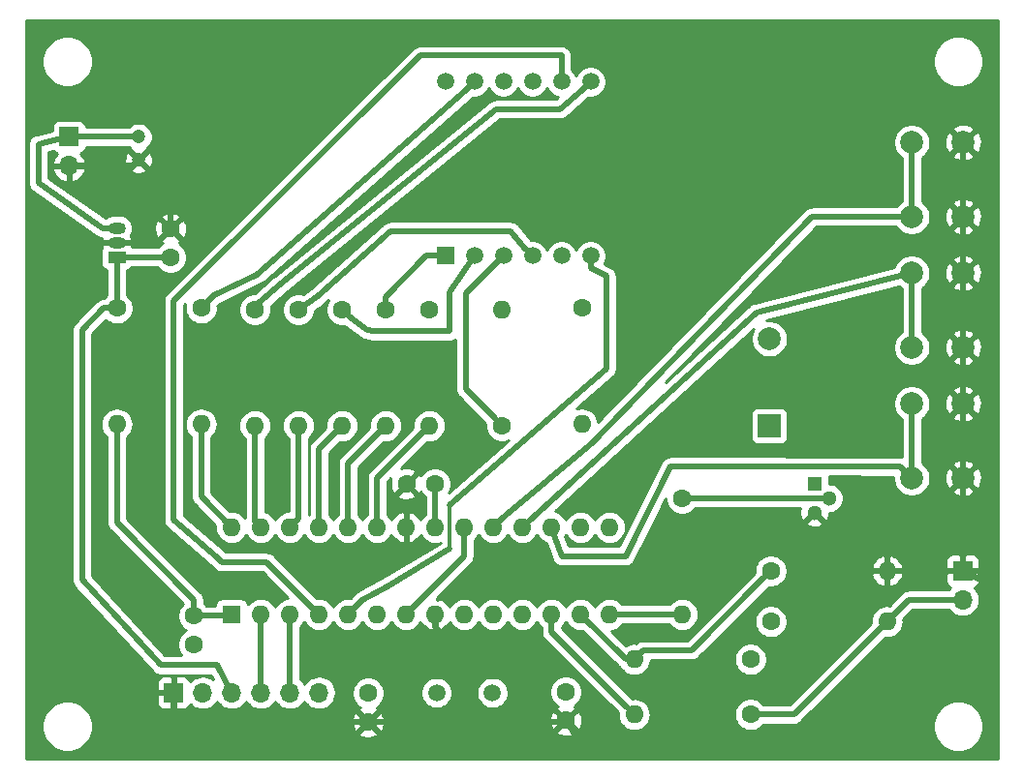
<source format=gbr>
G04 #@! TF.GenerationSoftware,KiCad,Pcbnew,(5.1.0)-1*
G04 #@! TF.CreationDate,2019-07-19T11:38:46-03:00*
G04 #@! TF.ProjectId,Capacimetro_v2,43617061-6369-46d6-9574-726f5f76322e,rev?*
G04 #@! TF.SameCoordinates,Original*
G04 #@! TF.FileFunction,Copper,L2,Bot*
G04 #@! TF.FilePolarity,Positive*
%FSLAX46Y46*%
G04 Gerber Fmt 4.6, Leading zero omitted, Abs format (unit mm)*
G04 Created by KiCad (PCBNEW (5.1.0)-1) date 2019-07-19 11:38:46*
%MOMM*%
%LPD*%
G04 APERTURE LIST*
%ADD10O,1.500000X1.050000*%
%ADD11R,1.500000X1.050000*%
%ADD12C,1.600000*%
%ADD13O,1.600000X1.600000*%
%ADD14C,2.000000*%
%ADD15R,1.500000X1.500000*%
%ADD16C,1.500000*%
%ADD17R,1.600000X1.600000*%
%ADD18O,1.700000X1.700000*%
%ADD19R,1.700000X1.700000*%
%ADD20R,2.000000X2.000000*%
%ADD21C,1.200000*%
%ADD22C,1.300000*%
%ADD23R,1.300000X1.300000*%
%ADD24C,0.500000*%
%ADD25C,0.300000*%
%ADD26C,0.254000*%
G04 APERTURE END LIST*
D10*
X21336000Y-32893000D03*
X21336000Y-31623000D03*
D11*
X21336000Y-34163000D03*
D12*
X21336000Y-38608000D03*
D13*
X21336000Y-48768000D03*
D12*
X78486000Y-61595000D03*
D13*
X88646000Y-61595000D03*
D14*
X95305000Y-53467000D03*
X90805000Y-53467000D03*
X95305000Y-46967000D03*
X90805000Y-46967000D03*
D15*
X50038000Y-34036000D03*
D16*
X52578000Y-34036000D03*
X55118000Y-34036000D03*
X57658000Y-34036000D03*
X60198000Y-34036000D03*
X62738000Y-34036000D03*
X62738000Y-18796000D03*
X60198000Y-18796000D03*
X57658000Y-18796000D03*
X55118000Y-18796000D03*
X52578000Y-18796000D03*
X50038000Y-18796000D03*
D17*
X31369000Y-65405000D03*
D13*
X64389000Y-57785000D03*
X33909000Y-65405000D03*
X61849000Y-57785000D03*
X36449000Y-65405000D03*
X59309000Y-57785000D03*
X38989000Y-65405000D03*
X56769000Y-57785000D03*
X41529000Y-65405000D03*
X54229000Y-57785000D03*
X44069000Y-65405000D03*
X51689000Y-57785000D03*
X46609000Y-65405000D03*
X49149000Y-57785000D03*
X49149000Y-65405000D03*
X46609000Y-57785000D03*
X51689000Y-65405000D03*
X44069000Y-57785000D03*
X54229000Y-65405000D03*
X41529000Y-57785000D03*
X56769000Y-65405000D03*
X38989000Y-57785000D03*
X59309000Y-65405000D03*
X36449000Y-57785000D03*
X61849000Y-65405000D03*
X33909000Y-57785000D03*
X64389000Y-65405000D03*
X31369000Y-57785000D03*
D18*
X17145000Y-26162000D03*
D19*
X17145000Y-23622000D03*
D20*
X78359000Y-48895000D03*
D14*
X78359000Y-41295000D03*
D12*
X46649000Y-53975000D03*
X49149000Y-53975000D03*
D21*
X23241000Y-23622000D03*
X23241000Y-25622000D03*
D12*
X26035000Y-34163000D03*
X26035000Y-31663000D03*
X43307000Y-72303000D03*
X43307000Y-74803000D03*
X60579000Y-74676000D03*
X60579000Y-72176000D03*
X28067000Y-68032000D03*
X28067000Y-65532000D03*
D19*
X26289000Y-72263000D03*
D18*
X28829000Y-72263000D03*
X31369000Y-72263000D03*
X33909000Y-72263000D03*
X36449000Y-72263000D03*
X38989000Y-72263000D03*
D19*
X95250000Y-61595000D03*
D18*
X95250000Y-64135000D03*
D22*
X83566000Y-55245000D03*
X82296000Y-56515000D03*
D23*
X82296000Y-53975000D03*
D13*
X66548000Y-69342000D03*
D12*
X76708000Y-69342000D03*
X70739000Y-55245000D03*
D13*
X70739000Y-65405000D03*
X66548000Y-74168000D03*
D12*
X76708000Y-74168000D03*
X78486000Y-66040000D03*
D13*
X88646000Y-66040000D03*
D12*
X33401000Y-38735000D03*
D13*
X33401000Y-48895000D03*
D12*
X41021000Y-38735000D03*
D13*
X41021000Y-48895000D03*
X48641000Y-48895000D03*
D12*
X48641000Y-38735000D03*
D13*
X54991000Y-38735000D03*
D12*
X54991000Y-48895000D03*
D13*
X28702000Y-48768000D03*
D12*
X28702000Y-38608000D03*
D13*
X37211000Y-48895000D03*
D12*
X37211000Y-38735000D03*
D13*
X44831000Y-48895000D03*
D12*
X44831000Y-38735000D03*
X61976000Y-38608000D03*
D13*
X61976000Y-48768000D03*
D14*
X90805000Y-35537000D03*
X95305000Y-35537000D03*
X90805000Y-42037000D03*
X95305000Y-42037000D03*
X95305000Y-30607000D03*
X90805000Y-30607000D03*
X95305000Y-24107000D03*
X90805000Y-24107000D03*
D16*
X49276000Y-72263000D03*
X54156000Y-72263000D03*
D24*
X51689000Y-60325000D02*
X46609000Y-65405000D01*
X51689000Y-57785000D02*
X51689000Y-60325000D01*
X25146000Y-69850000D02*
X18288000Y-62357000D01*
X31369000Y-72263000D02*
X30099000Y-69850000D01*
X30099000Y-69850000D02*
X25146000Y-69850000D01*
X18288000Y-40524630D02*
X18288000Y-62357000D01*
X20204630Y-38608000D02*
X18288000Y-40524630D01*
X21336000Y-38608000D02*
X20204630Y-38608000D01*
X21336000Y-38608000D02*
X21336000Y-34163000D01*
X21336000Y-34163000D02*
X26035000Y-34163000D01*
X95305000Y-25521213D02*
X95305000Y-30607000D01*
X95305000Y-24107000D02*
X95305000Y-25521213D01*
X95305000Y-30607000D02*
X95305000Y-35537000D01*
X95305000Y-36951213D02*
X95305000Y-42037000D01*
X95305000Y-35537000D02*
X95305000Y-36951213D01*
X95305000Y-42037000D02*
X95305000Y-46967000D01*
X95305000Y-46967000D02*
X95305000Y-53467000D01*
X95305000Y-61540000D02*
X95250000Y-61595000D01*
X95305000Y-53467000D02*
X95305000Y-61540000D01*
X93900000Y-61595000D02*
X88646000Y-61595000D01*
X95250000Y-61595000D02*
X93900000Y-61595000D01*
X60452000Y-74803000D02*
X60579000Y-74930000D01*
X51816000Y-69203370D02*
X51816000Y-74803000D01*
X49149000Y-66536370D02*
X51816000Y-69203370D01*
X49149000Y-65405000D02*
X49149000Y-66536370D01*
X43180000Y-74803000D02*
X51816000Y-74803000D01*
X51816000Y-74803000D02*
X60452000Y-74803000D01*
X26289000Y-73613000D02*
X26289000Y-72263000D01*
X27479000Y-74803000D02*
X26289000Y-73613000D01*
X43307000Y-74803000D02*
X27479000Y-74803000D01*
X87376000Y-61595000D02*
X82296000Y-56515000D01*
X88646000Y-61595000D02*
X87376000Y-61595000D01*
X94305001Y-23107001D02*
X95305000Y-24107000D01*
X88011000Y-15240000D02*
X94305001Y-23107001D01*
X97790000Y-62865000D02*
X95250000Y-61595000D01*
X97790000Y-67818000D02*
X97790000Y-62865000D01*
X88519000Y-76200000D02*
X97790000Y-67818000D01*
X60579000Y-74676000D02*
X61468000Y-76200000D01*
X61468000Y-76200000D02*
X88519000Y-76200000D01*
X24805000Y-32893000D02*
X21336000Y-32893000D01*
X26035000Y-31663000D02*
X24805000Y-32893000D01*
X26035000Y-28416000D02*
X26035000Y-31663000D01*
X23241000Y-25622000D02*
X26035000Y-28416000D01*
X22701000Y-26162000D02*
X23241000Y-25622000D01*
X17145000Y-26162000D02*
X22701000Y-26162000D01*
X30385000Y-28416000D02*
X43561000Y-15240000D01*
X26035000Y-28416000D02*
X30385000Y-28416000D01*
X43561000Y-15240000D02*
X88011000Y-15240000D01*
X49149000Y-53975000D02*
X49149000Y-57785000D01*
X17145000Y-23622000D02*
X23241000Y-23622000D01*
X14478000Y-24257000D02*
X17145000Y-23622000D01*
X14478000Y-27686000D02*
X14478000Y-24257000D01*
X21336000Y-31623000D02*
X20086000Y-31623000D01*
X20086000Y-31623000D02*
X14478000Y-27686000D01*
X31242000Y-65532000D02*
X31369000Y-65405000D01*
X28067000Y-65532000D02*
X31242000Y-65532000D01*
X28067000Y-64135000D02*
X28067000Y-65532000D01*
X21336000Y-48768000D02*
X21336000Y-57404000D01*
X21336000Y-57404000D02*
X28067000Y-64135000D01*
X33909000Y-65405000D02*
X33909000Y-72263000D01*
X36449000Y-65405000D02*
X36449000Y-72263000D01*
X80518000Y-74168000D02*
X88646000Y-66040000D01*
X76708000Y-74168000D02*
X80518000Y-74168000D01*
X90551000Y-64135000D02*
X95250000Y-64135000D01*
X88646000Y-66040000D02*
X90551000Y-64135000D01*
X70739000Y-55245000D02*
X83566000Y-55245000D01*
X65786000Y-69342000D02*
X66548000Y-69342000D01*
X61849000Y-65405000D02*
X65786000Y-69342000D01*
X77686001Y-62394999D02*
X78486000Y-61595000D01*
X71538999Y-68542001D02*
X77686001Y-62394999D01*
X67347999Y-68542001D02*
X71538999Y-68542001D01*
X66548000Y-69342000D02*
X67347999Y-68542001D01*
X65520370Y-65405000D02*
X70739000Y-65405000D01*
X64389000Y-65405000D02*
X65520370Y-65405000D01*
X65748001Y-73368001D02*
X66548000Y-74168000D01*
X59309000Y-66929000D02*
X65748001Y-73368001D01*
X59309000Y-65405000D02*
X59309000Y-66929000D01*
X61988001Y-19545999D02*
X62738000Y-18796000D01*
X33401000Y-38481000D02*
X33696991Y-38185009D01*
X33401000Y-38735000D02*
X33401000Y-38481000D01*
X33696991Y-38185009D02*
X35687000Y-36449000D01*
X35687000Y-36449000D02*
X54483000Y-21209000D01*
X54483000Y-21209000D02*
X60071000Y-21209000D01*
X60071000Y-21209000D02*
X61988001Y-19545999D01*
X33401000Y-57277000D02*
X33909000Y-57785000D01*
X33401000Y-48895000D02*
X33401000Y-57277000D01*
X41820999Y-39534999D02*
X41021000Y-38735000D01*
X43180000Y-40513000D02*
X41820999Y-39534999D01*
X43815000Y-40640000D02*
X43180000Y-40513000D01*
X50419000Y-40640000D02*
X43815000Y-40640000D01*
X52578000Y-34036000D02*
X50419000Y-37211000D01*
X50419000Y-37211000D02*
X50419000Y-40640000D01*
X38989000Y-50927000D02*
X38989000Y-57785000D01*
X41021000Y-48895000D02*
X38989000Y-50927000D01*
X44069000Y-53467000D02*
X44069000Y-57785000D01*
X48641000Y-48895000D02*
X44069000Y-53467000D01*
X54191001Y-48095001D02*
X54991000Y-48895000D01*
X51816000Y-45720000D02*
X54191001Y-48095001D01*
X51816000Y-37338000D02*
X51816000Y-45720000D01*
X55118000Y-34036000D02*
X51816000Y-37338000D01*
X28702000Y-55118000D02*
X31369000Y-57785000D01*
X28702000Y-48768000D02*
X28702000Y-55118000D01*
X51828001Y-19545999D02*
X52578000Y-18796000D01*
X33528000Y-35687000D02*
X51828001Y-19545999D01*
X28702000Y-38608000D02*
X29825001Y-37484999D01*
X29825001Y-37484999D02*
X33528000Y-35687000D01*
X37211000Y-57023000D02*
X36449000Y-57785000D01*
X37211000Y-48895000D02*
X37211000Y-57023000D01*
X56908001Y-33286001D02*
X57658000Y-34036000D01*
X55753000Y-31877000D02*
X56908001Y-33286001D01*
X45212000Y-31877000D02*
X55753000Y-31877000D01*
X37211000Y-38735000D02*
X38862000Y-37592000D01*
X38862000Y-37592000D02*
X45212000Y-31877000D01*
X41529000Y-52197000D02*
X41529000Y-57785000D01*
X44831000Y-48895000D02*
X41529000Y-52197000D01*
X48788000Y-34036000D02*
X50038000Y-34036000D01*
X48398630Y-34036000D02*
X48788000Y-34036000D01*
X44831000Y-37603630D02*
X48398630Y-34036000D01*
X44831000Y-38735000D02*
X44831000Y-37603630D01*
X90805000Y-48381213D02*
X90805000Y-53467000D01*
X90805000Y-46967000D02*
X90805000Y-48381213D01*
X89805001Y-52467001D02*
X90805000Y-53467000D01*
X69723000Y-52451000D02*
X89805001Y-52467001D01*
X65786000Y-60325000D02*
X69723000Y-52451000D01*
X59309000Y-57785000D02*
X60198000Y-60325000D01*
X60198000Y-60325000D02*
X65786000Y-60325000D01*
X90805000Y-36951213D02*
X90805000Y-42037000D01*
X90805000Y-35537000D02*
X90805000Y-36951213D01*
X77216000Y-38989000D02*
X56769000Y-57785000D01*
X90805000Y-35537000D02*
X77216000Y-38989000D01*
X90805000Y-24107000D02*
X90805000Y-30607000D01*
X55028999Y-56985001D02*
X54229000Y-57785000D01*
X62865000Y-50419000D02*
X55028999Y-56985001D01*
X90805000Y-30607000D02*
X82096998Y-30607000D01*
X82096998Y-30607000D02*
X62865000Y-50419000D01*
X60198000Y-16510000D02*
X47879000Y-16510000D01*
X60198000Y-18796000D02*
X60198000Y-16510000D01*
X47879000Y-16510000D02*
X26289000Y-37973000D01*
X26289000Y-37973000D02*
X26289000Y-57150000D01*
X26289000Y-57150000D02*
X30099000Y-60452000D01*
X38989000Y-65405000D02*
X34417000Y-60833000D01*
X30480000Y-60833000D02*
X30099000Y-60452000D01*
X34417000Y-60833000D02*
X30480000Y-60833000D01*
X42779001Y-64154999D02*
X42328999Y-64605001D01*
X62738000Y-35096660D02*
X64135000Y-35814000D01*
X62738000Y-34036000D02*
X62738000Y-35096660D01*
X44958000Y-62992000D02*
X42779001Y-64154999D01*
X64135000Y-35814000D02*
X64135000Y-43942000D01*
X42328999Y-64605001D02*
X41529000Y-65405000D01*
X64135000Y-43942000D02*
X50419000Y-55880000D01*
D25*
X50419000Y-55880000D02*
X50419000Y-59690000D01*
D24*
X50419000Y-59690000D02*
X44958000Y-62992000D01*
D26*
G36*
X98375001Y-78055000D02*
G01*
X13385000Y-78055000D01*
X13385000Y-74963872D01*
X14783000Y-74963872D01*
X14783000Y-75404128D01*
X14868890Y-75835925D01*
X15037369Y-76242669D01*
X15281962Y-76608729D01*
X15593271Y-76920038D01*
X15959331Y-77164631D01*
X16366075Y-77333110D01*
X16797872Y-77419000D01*
X17238128Y-77419000D01*
X17669925Y-77333110D01*
X18076669Y-77164631D01*
X18442729Y-76920038D01*
X18754038Y-76608729D01*
X18998631Y-76242669D01*
X19167110Y-75835925D01*
X19175110Y-75795702D01*
X42493903Y-75795702D01*
X42565486Y-76039671D01*
X42820996Y-76160571D01*
X43095184Y-76229300D01*
X43377512Y-76243217D01*
X43657130Y-76201787D01*
X43923292Y-76106603D01*
X44048514Y-76039671D01*
X44120097Y-75795702D01*
X43993097Y-75668702D01*
X59765903Y-75668702D01*
X59837486Y-75912671D01*
X60092996Y-76033571D01*
X60367184Y-76102300D01*
X60649512Y-76116217D01*
X60929130Y-76074787D01*
X61195292Y-75979603D01*
X61320514Y-75912671D01*
X61392097Y-75668702D01*
X60579000Y-74855605D01*
X59765903Y-75668702D01*
X43993097Y-75668702D01*
X43307000Y-74982605D01*
X42493903Y-75795702D01*
X19175110Y-75795702D01*
X19253000Y-75404128D01*
X19253000Y-74963872D01*
X19235027Y-74873512D01*
X41866783Y-74873512D01*
X41908213Y-75153130D01*
X42003397Y-75419292D01*
X42070329Y-75544514D01*
X42314298Y-75616097D01*
X43127395Y-74803000D01*
X43486605Y-74803000D01*
X44299702Y-75616097D01*
X44543671Y-75544514D01*
X44664571Y-75289004D01*
X44733300Y-75014816D01*
X44746525Y-74746512D01*
X59138783Y-74746512D01*
X59180213Y-75026130D01*
X59275397Y-75292292D01*
X59342329Y-75417514D01*
X59586298Y-75489097D01*
X60399395Y-74676000D01*
X60758605Y-74676000D01*
X61571702Y-75489097D01*
X61815671Y-75417514D01*
X61936571Y-75162004D01*
X62005300Y-74887816D01*
X62019217Y-74605488D01*
X61977787Y-74325870D01*
X61882603Y-74059708D01*
X61815671Y-73934486D01*
X61571702Y-73862903D01*
X60758605Y-74676000D01*
X60399395Y-74676000D01*
X59586298Y-73862903D01*
X59342329Y-73934486D01*
X59221429Y-74189996D01*
X59152700Y-74464184D01*
X59138783Y-74746512D01*
X44746525Y-74746512D01*
X44747217Y-74732488D01*
X44705787Y-74452870D01*
X44610603Y-74186708D01*
X44543671Y-74061486D01*
X44299702Y-73989903D01*
X43486605Y-74803000D01*
X43127395Y-74803000D01*
X42314298Y-73989903D01*
X42070329Y-74061486D01*
X41949429Y-74316996D01*
X41880700Y-74591184D01*
X41866783Y-74873512D01*
X19235027Y-74873512D01*
X19167110Y-74532075D01*
X18998631Y-74125331D01*
X18754038Y-73759271D01*
X18442729Y-73447962D01*
X18076669Y-73203369D01*
X17858500Y-73113000D01*
X24800928Y-73113000D01*
X24813188Y-73237482D01*
X24849498Y-73357180D01*
X24908463Y-73467494D01*
X24987815Y-73564185D01*
X25084506Y-73643537D01*
X25194820Y-73702502D01*
X25314518Y-73738812D01*
X25439000Y-73751072D01*
X26003250Y-73748000D01*
X26162000Y-73589250D01*
X26162000Y-72390000D01*
X24962750Y-72390000D01*
X24804000Y-72548750D01*
X24800928Y-73113000D01*
X17858500Y-73113000D01*
X17669925Y-73034890D01*
X17238128Y-72949000D01*
X16797872Y-72949000D01*
X16366075Y-73034890D01*
X15959331Y-73203369D01*
X15593271Y-73447962D01*
X15281962Y-73759271D01*
X15037369Y-74125331D01*
X14868890Y-74532075D01*
X14783000Y-74963872D01*
X13385000Y-74963872D01*
X13385000Y-71413000D01*
X24800928Y-71413000D01*
X24804000Y-71977250D01*
X24962750Y-72136000D01*
X26162000Y-72136000D01*
X26162000Y-70936750D01*
X26003250Y-70778000D01*
X25439000Y-70774928D01*
X25314518Y-70787188D01*
X25194820Y-70823498D01*
X25084506Y-70882463D01*
X24987815Y-70961815D01*
X24908463Y-71058506D01*
X24849498Y-71168820D01*
X24813188Y-71288518D01*
X24800928Y-71413000D01*
X13385000Y-71413000D01*
X13385000Y-40524630D01*
X17398719Y-40524630D01*
X17403000Y-40568099D01*
X17403001Y-62293883D01*
X17399588Y-62317690D01*
X17403001Y-62380887D01*
X17403001Y-62400477D01*
X17405343Y-62424259D01*
X17408989Y-62491765D01*
X17413874Y-62510870D01*
X17415806Y-62530490D01*
X17435426Y-62595167D01*
X17452171Y-62660662D01*
X17460689Y-62678448D01*
X17466412Y-62697313D01*
X17498273Y-62756922D01*
X17527473Y-62817890D01*
X17539295Y-62833669D01*
X17548590Y-62851059D01*
X17591466Y-62903304D01*
X17605806Y-62922443D01*
X17619044Y-62936907D01*
X17659184Y-62985817D01*
X17677770Y-63001070D01*
X24477036Y-70429898D01*
X24517183Y-70478817D01*
X24569432Y-70521697D01*
X24619738Y-70566848D01*
X24636698Y-70576902D01*
X24651941Y-70589411D01*
X24711565Y-70621280D01*
X24769700Y-70655741D01*
X24788294Y-70662292D01*
X24805687Y-70671589D01*
X24870377Y-70691213D01*
X24934124Y-70713673D01*
X24953640Y-70716471D01*
X24972510Y-70722195D01*
X25039806Y-70728823D01*
X25106689Y-70738411D01*
X25169856Y-70735000D01*
X29564698Y-70735000D01*
X29759923Y-71105929D01*
X29658014Y-71022294D01*
X29400034Y-70884401D01*
X29120111Y-70799487D01*
X28901950Y-70778000D01*
X28756050Y-70778000D01*
X28537889Y-70799487D01*
X28257966Y-70884401D01*
X27999986Y-71022294D01*
X27773866Y-71207866D01*
X27749393Y-71237687D01*
X27728502Y-71168820D01*
X27669537Y-71058506D01*
X27590185Y-70961815D01*
X27493494Y-70882463D01*
X27383180Y-70823498D01*
X27263482Y-70787188D01*
X27139000Y-70774928D01*
X26574750Y-70778000D01*
X26416000Y-70936750D01*
X26416000Y-72136000D01*
X26436000Y-72136000D01*
X26436000Y-72390000D01*
X26416000Y-72390000D01*
X26416000Y-73589250D01*
X26574750Y-73748000D01*
X27139000Y-73751072D01*
X27263482Y-73738812D01*
X27383180Y-73702502D01*
X27493494Y-73643537D01*
X27590185Y-73564185D01*
X27669537Y-73467494D01*
X27728502Y-73357180D01*
X27749393Y-73288313D01*
X27773866Y-73318134D01*
X27999986Y-73503706D01*
X28257966Y-73641599D01*
X28537889Y-73726513D01*
X28756050Y-73748000D01*
X28901950Y-73748000D01*
X29120111Y-73726513D01*
X29400034Y-73641599D01*
X29658014Y-73503706D01*
X29884134Y-73318134D01*
X30069706Y-73092014D01*
X30099000Y-73037209D01*
X30128294Y-73092014D01*
X30313866Y-73318134D01*
X30539986Y-73503706D01*
X30797966Y-73641599D01*
X31077889Y-73726513D01*
X31296050Y-73748000D01*
X31441950Y-73748000D01*
X31660111Y-73726513D01*
X31940034Y-73641599D01*
X32198014Y-73503706D01*
X32424134Y-73318134D01*
X32609706Y-73092014D01*
X32639000Y-73037209D01*
X32668294Y-73092014D01*
X32853866Y-73318134D01*
X33079986Y-73503706D01*
X33337966Y-73641599D01*
X33617889Y-73726513D01*
X33836050Y-73748000D01*
X33981950Y-73748000D01*
X34200111Y-73726513D01*
X34480034Y-73641599D01*
X34738014Y-73503706D01*
X34964134Y-73318134D01*
X35149706Y-73092014D01*
X35179000Y-73037209D01*
X35208294Y-73092014D01*
X35393866Y-73318134D01*
X35619986Y-73503706D01*
X35877966Y-73641599D01*
X36157889Y-73726513D01*
X36376050Y-73748000D01*
X36521950Y-73748000D01*
X36740111Y-73726513D01*
X37020034Y-73641599D01*
X37278014Y-73503706D01*
X37504134Y-73318134D01*
X37689706Y-73092014D01*
X37719000Y-73037209D01*
X37748294Y-73092014D01*
X37933866Y-73318134D01*
X38159986Y-73503706D01*
X38417966Y-73641599D01*
X38697889Y-73726513D01*
X38916050Y-73748000D01*
X39061950Y-73748000D01*
X39280111Y-73726513D01*
X39560034Y-73641599D01*
X39818014Y-73503706D01*
X40044134Y-73318134D01*
X40229706Y-73092014D01*
X40367599Y-72834034D01*
X40452513Y-72554111D01*
X40481185Y-72263000D01*
X40471205Y-72161665D01*
X41872000Y-72161665D01*
X41872000Y-72444335D01*
X41927147Y-72721574D01*
X42035320Y-72982727D01*
X42192363Y-73217759D01*
X42392241Y-73417637D01*
X42592869Y-73551692D01*
X42565486Y-73566329D01*
X42493903Y-73810298D01*
X43307000Y-74623395D01*
X44120097Y-73810298D01*
X44048514Y-73566329D01*
X44019659Y-73552676D01*
X44221759Y-73417637D01*
X44421637Y-73217759D01*
X44578680Y-72982727D01*
X44686853Y-72721574D01*
X44742000Y-72444335D01*
X44742000Y-72161665D01*
X44735023Y-72126589D01*
X47891000Y-72126589D01*
X47891000Y-72399411D01*
X47944225Y-72666989D01*
X48048629Y-72919043D01*
X48200201Y-73145886D01*
X48393114Y-73338799D01*
X48619957Y-73490371D01*
X48872011Y-73594775D01*
X49139589Y-73648000D01*
X49412411Y-73648000D01*
X49679989Y-73594775D01*
X49932043Y-73490371D01*
X50158886Y-73338799D01*
X50351799Y-73145886D01*
X50503371Y-72919043D01*
X50607775Y-72666989D01*
X50661000Y-72399411D01*
X50661000Y-72126589D01*
X52771000Y-72126589D01*
X52771000Y-72399411D01*
X52824225Y-72666989D01*
X52928629Y-72919043D01*
X53080201Y-73145886D01*
X53273114Y-73338799D01*
X53499957Y-73490371D01*
X53752011Y-73594775D01*
X54019589Y-73648000D01*
X54292411Y-73648000D01*
X54559989Y-73594775D01*
X54812043Y-73490371D01*
X55038886Y-73338799D01*
X55231799Y-73145886D01*
X55383371Y-72919043D01*
X55487775Y-72666989D01*
X55541000Y-72399411D01*
X55541000Y-72126589D01*
X55522716Y-72034665D01*
X59144000Y-72034665D01*
X59144000Y-72317335D01*
X59199147Y-72594574D01*
X59307320Y-72855727D01*
X59464363Y-73090759D01*
X59664241Y-73290637D01*
X59864869Y-73424692D01*
X59837486Y-73439329D01*
X59765903Y-73683298D01*
X60579000Y-74496395D01*
X61392097Y-73683298D01*
X61320514Y-73439329D01*
X61291659Y-73425676D01*
X61493759Y-73290637D01*
X61693637Y-73090759D01*
X61850680Y-72855727D01*
X61958853Y-72594574D01*
X62014000Y-72317335D01*
X62014000Y-72034665D01*
X61958853Y-71757426D01*
X61850680Y-71496273D01*
X61693637Y-71261241D01*
X61493759Y-71061363D01*
X61258727Y-70904320D01*
X60997574Y-70796147D01*
X60720335Y-70741000D01*
X60437665Y-70741000D01*
X60160426Y-70796147D01*
X59899273Y-70904320D01*
X59664241Y-71061363D01*
X59464363Y-71261241D01*
X59307320Y-71496273D01*
X59199147Y-71757426D01*
X59144000Y-72034665D01*
X55522716Y-72034665D01*
X55487775Y-71859011D01*
X55383371Y-71606957D01*
X55231799Y-71380114D01*
X55038886Y-71187201D01*
X54812043Y-71035629D01*
X54559989Y-70931225D01*
X54292411Y-70878000D01*
X54019589Y-70878000D01*
X53752011Y-70931225D01*
X53499957Y-71035629D01*
X53273114Y-71187201D01*
X53080201Y-71380114D01*
X52928629Y-71606957D01*
X52824225Y-71859011D01*
X52771000Y-72126589D01*
X50661000Y-72126589D01*
X50607775Y-71859011D01*
X50503371Y-71606957D01*
X50351799Y-71380114D01*
X50158886Y-71187201D01*
X49932043Y-71035629D01*
X49679989Y-70931225D01*
X49412411Y-70878000D01*
X49139589Y-70878000D01*
X48872011Y-70931225D01*
X48619957Y-71035629D01*
X48393114Y-71187201D01*
X48200201Y-71380114D01*
X48048629Y-71606957D01*
X47944225Y-71859011D01*
X47891000Y-72126589D01*
X44735023Y-72126589D01*
X44686853Y-71884426D01*
X44578680Y-71623273D01*
X44421637Y-71388241D01*
X44221759Y-71188363D01*
X43986727Y-71031320D01*
X43725574Y-70923147D01*
X43448335Y-70868000D01*
X43165665Y-70868000D01*
X42888426Y-70923147D01*
X42627273Y-71031320D01*
X42392241Y-71188363D01*
X42192363Y-71388241D01*
X42035320Y-71623273D01*
X41927147Y-71884426D01*
X41872000Y-72161665D01*
X40471205Y-72161665D01*
X40452513Y-71971889D01*
X40367599Y-71691966D01*
X40229706Y-71433986D01*
X40044134Y-71207866D01*
X39818014Y-71022294D01*
X39560034Y-70884401D01*
X39280111Y-70799487D01*
X39061950Y-70778000D01*
X38916050Y-70778000D01*
X38697889Y-70799487D01*
X38417966Y-70884401D01*
X38159986Y-71022294D01*
X37933866Y-71207866D01*
X37748294Y-71433986D01*
X37719000Y-71488791D01*
X37689706Y-71433986D01*
X37504134Y-71207866D01*
X37334000Y-71068241D01*
X37334000Y-66535078D01*
X37468608Y-66424608D01*
X37647932Y-66206101D01*
X37719000Y-66073142D01*
X37790068Y-66206101D01*
X37969392Y-66424608D01*
X38187899Y-66603932D01*
X38437192Y-66737182D01*
X38707691Y-66819236D01*
X38918508Y-66840000D01*
X39059492Y-66840000D01*
X39270309Y-66819236D01*
X39540808Y-66737182D01*
X39790101Y-66603932D01*
X40008608Y-66424608D01*
X40187932Y-66206101D01*
X40259000Y-66073142D01*
X40330068Y-66206101D01*
X40509392Y-66424608D01*
X40727899Y-66603932D01*
X40977192Y-66737182D01*
X41247691Y-66819236D01*
X41458508Y-66840000D01*
X41599492Y-66840000D01*
X41810309Y-66819236D01*
X42080808Y-66737182D01*
X42330101Y-66603932D01*
X42548608Y-66424608D01*
X42727932Y-66206101D01*
X42799000Y-66073142D01*
X42870068Y-66206101D01*
X43049392Y-66424608D01*
X43267899Y-66603932D01*
X43517192Y-66737182D01*
X43787691Y-66819236D01*
X43998508Y-66840000D01*
X44139492Y-66840000D01*
X44350309Y-66819236D01*
X44620808Y-66737182D01*
X44870101Y-66603932D01*
X45088608Y-66424608D01*
X45267932Y-66206101D01*
X45339000Y-66073142D01*
X45410068Y-66206101D01*
X45589392Y-66424608D01*
X45807899Y-66603932D01*
X46057192Y-66737182D01*
X46327691Y-66819236D01*
X46538508Y-66840000D01*
X46679492Y-66840000D01*
X46890309Y-66819236D01*
X47160808Y-66737182D01*
X47410101Y-66603932D01*
X47628608Y-66424608D01*
X47807932Y-66206101D01*
X47881579Y-66068318D01*
X47996615Y-66260131D01*
X48185586Y-66468519D01*
X48411580Y-66636037D01*
X48665913Y-66756246D01*
X48799961Y-66796904D01*
X49022000Y-66674915D01*
X49022000Y-65532000D01*
X49002000Y-65532000D01*
X49002000Y-65278000D01*
X49022000Y-65278000D01*
X49022000Y-65258000D01*
X49276000Y-65258000D01*
X49276000Y-65278000D01*
X49296000Y-65278000D01*
X49296000Y-65532000D01*
X49276000Y-65532000D01*
X49276000Y-66674915D01*
X49498039Y-66796904D01*
X49632087Y-66756246D01*
X49886420Y-66636037D01*
X50112414Y-66468519D01*
X50301385Y-66260131D01*
X50416421Y-66068318D01*
X50490068Y-66206101D01*
X50669392Y-66424608D01*
X50887899Y-66603932D01*
X51137192Y-66737182D01*
X51407691Y-66819236D01*
X51618508Y-66840000D01*
X51759492Y-66840000D01*
X51970309Y-66819236D01*
X52240808Y-66737182D01*
X52490101Y-66603932D01*
X52708608Y-66424608D01*
X52887932Y-66206101D01*
X52959000Y-66073142D01*
X53030068Y-66206101D01*
X53209392Y-66424608D01*
X53427899Y-66603932D01*
X53677192Y-66737182D01*
X53947691Y-66819236D01*
X54158508Y-66840000D01*
X54299492Y-66840000D01*
X54510309Y-66819236D01*
X54780808Y-66737182D01*
X55030101Y-66603932D01*
X55248608Y-66424608D01*
X55427932Y-66206101D01*
X55499000Y-66073142D01*
X55570068Y-66206101D01*
X55749392Y-66424608D01*
X55967899Y-66603932D01*
X56217192Y-66737182D01*
X56487691Y-66819236D01*
X56698508Y-66840000D01*
X56839492Y-66840000D01*
X57050309Y-66819236D01*
X57320808Y-66737182D01*
X57570101Y-66603932D01*
X57788608Y-66424608D01*
X57967932Y-66206101D01*
X58039000Y-66073142D01*
X58110068Y-66206101D01*
X58289392Y-66424608D01*
X58424001Y-66535078D01*
X58424001Y-66885521D01*
X58419719Y-66929000D01*
X58436805Y-67102490D01*
X58487412Y-67269313D01*
X58569590Y-67423059D01*
X58652468Y-67524046D01*
X58652471Y-67524049D01*
X58680184Y-67557817D01*
X58713952Y-67585530D01*
X65123125Y-73994704D01*
X65106057Y-74168000D01*
X65133764Y-74449309D01*
X65215818Y-74719808D01*
X65349068Y-74969101D01*
X65528392Y-75187608D01*
X65746899Y-75366932D01*
X65996192Y-75500182D01*
X66266691Y-75582236D01*
X66477508Y-75603000D01*
X66618492Y-75603000D01*
X66829309Y-75582236D01*
X67099808Y-75500182D01*
X67349101Y-75366932D01*
X67567608Y-75187608D01*
X67746932Y-74969101D01*
X67880182Y-74719808D01*
X67962236Y-74449309D01*
X67989943Y-74168000D01*
X67976023Y-74026665D01*
X75273000Y-74026665D01*
X75273000Y-74309335D01*
X75328147Y-74586574D01*
X75436320Y-74847727D01*
X75593363Y-75082759D01*
X75793241Y-75282637D01*
X76028273Y-75439680D01*
X76289426Y-75547853D01*
X76566665Y-75603000D01*
X76849335Y-75603000D01*
X77126574Y-75547853D01*
X77387727Y-75439680D01*
X77622759Y-75282637D01*
X77822637Y-75082759D01*
X77842521Y-75053000D01*
X80474531Y-75053000D01*
X80518000Y-75057281D01*
X80561469Y-75053000D01*
X80561477Y-75053000D01*
X80691490Y-75040195D01*
X80858313Y-74989589D01*
X80906426Y-74963872D01*
X92634000Y-74963872D01*
X92634000Y-75404128D01*
X92719890Y-75835925D01*
X92888369Y-76242669D01*
X93132962Y-76608729D01*
X93444271Y-76920038D01*
X93810331Y-77164631D01*
X94217075Y-77333110D01*
X94648872Y-77419000D01*
X95089128Y-77419000D01*
X95520925Y-77333110D01*
X95927669Y-77164631D01*
X96293729Y-76920038D01*
X96605038Y-76608729D01*
X96849631Y-76242669D01*
X97018110Y-75835925D01*
X97104000Y-75404128D01*
X97104000Y-74963872D01*
X97018110Y-74532075D01*
X96849631Y-74125331D01*
X96605038Y-73759271D01*
X96293729Y-73447962D01*
X95927669Y-73203369D01*
X95520925Y-73034890D01*
X95089128Y-72949000D01*
X94648872Y-72949000D01*
X94217075Y-73034890D01*
X93810331Y-73203369D01*
X93444271Y-73447962D01*
X93132962Y-73759271D01*
X92888369Y-74125331D01*
X92719890Y-74532075D01*
X92634000Y-74963872D01*
X80906426Y-74963872D01*
X81012059Y-74907411D01*
X81146817Y-74796817D01*
X81174534Y-74763044D01*
X88472704Y-67464875D01*
X88575508Y-67475000D01*
X88716492Y-67475000D01*
X88927309Y-67454236D01*
X89197808Y-67372182D01*
X89447101Y-67238932D01*
X89665608Y-67059608D01*
X89844932Y-66841101D01*
X89978182Y-66591808D01*
X90060236Y-66321309D01*
X90087943Y-66040000D01*
X90070875Y-65866704D01*
X90917579Y-65020000D01*
X94055241Y-65020000D01*
X94194866Y-65190134D01*
X94420986Y-65375706D01*
X94678966Y-65513599D01*
X94958889Y-65598513D01*
X95177050Y-65620000D01*
X95322950Y-65620000D01*
X95541111Y-65598513D01*
X95821034Y-65513599D01*
X96079014Y-65375706D01*
X96305134Y-65190134D01*
X96490706Y-64964014D01*
X96628599Y-64706034D01*
X96713513Y-64426111D01*
X96742185Y-64135000D01*
X96713513Y-63843889D01*
X96628599Y-63563966D01*
X96490706Y-63305986D01*
X96305134Y-63079866D01*
X96275313Y-63055393D01*
X96344180Y-63034502D01*
X96454494Y-62975537D01*
X96551185Y-62896185D01*
X96630537Y-62799494D01*
X96689502Y-62689180D01*
X96725812Y-62569482D01*
X96738072Y-62445000D01*
X96735000Y-61880750D01*
X96576250Y-61722000D01*
X95377000Y-61722000D01*
X95377000Y-61742000D01*
X95123000Y-61742000D01*
X95123000Y-61722000D01*
X93923750Y-61722000D01*
X93765000Y-61880750D01*
X93761928Y-62445000D01*
X93774188Y-62569482D01*
X93810498Y-62689180D01*
X93869463Y-62799494D01*
X93948815Y-62896185D01*
X94045506Y-62975537D01*
X94155820Y-63034502D01*
X94224687Y-63055393D01*
X94194866Y-63079866D01*
X94055241Y-63250000D01*
X90594469Y-63250000D01*
X90551000Y-63245719D01*
X90507531Y-63250000D01*
X90507523Y-63250000D01*
X90377510Y-63262805D01*
X90210687Y-63313411D01*
X90058571Y-63394718D01*
X90056941Y-63395589D01*
X89955953Y-63478468D01*
X89955951Y-63478470D01*
X89922183Y-63506183D01*
X89894470Y-63539951D01*
X88819296Y-64615125D01*
X88716492Y-64605000D01*
X88575508Y-64605000D01*
X88364691Y-64625764D01*
X88094192Y-64707818D01*
X87844899Y-64841068D01*
X87626392Y-65020392D01*
X87447068Y-65238899D01*
X87313818Y-65488192D01*
X87231764Y-65758691D01*
X87204057Y-66040000D01*
X87221125Y-66213296D01*
X80151422Y-73283000D01*
X77842521Y-73283000D01*
X77822637Y-73253241D01*
X77622759Y-73053363D01*
X77387727Y-72896320D01*
X77126574Y-72788147D01*
X76849335Y-72733000D01*
X76566665Y-72733000D01*
X76289426Y-72788147D01*
X76028273Y-72896320D01*
X75793241Y-73053363D01*
X75593363Y-73253241D01*
X75436320Y-73488273D01*
X75328147Y-73749426D01*
X75273000Y-74026665D01*
X67976023Y-74026665D01*
X67962236Y-73886691D01*
X67880182Y-73616192D01*
X67746932Y-73366899D01*
X67567608Y-73148392D01*
X67349101Y-72969068D01*
X67099808Y-72835818D01*
X66829309Y-72753764D01*
X66618492Y-72733000D01*
X66477508Y-72733000D01*
X66374704Y-72743125D01*
X60194000Y-66562422D01*
X60194000Y-66535078D01*
X60328608Y-66424608D01*
X60507932Y-66206101D01*
X60579000Y-66073142D01*
X60650068Y-66206101D01*
X60829392Y-66424608D01*
X61047899Y-66603932D01*
X61297192Y-66737182D01*
X61567691Y-66819236D01*
X61778508Y-66840000D01*
X61919492Y-66840000D01*
X62022296Y-66829874D01*
X65129470Y-69937049D01*
X65157183Y-69970817D01*
X65190951Y-69998530D01*
X65190953Y-69998532D01*
X65291940Y-70081410D01*
X65291941Y-70081411D01*
X65325754Y-70099484D01*
X65349068Y-70143101D01*
X65528392Y-70361608D01*
X65746899Y-70540932D01*
X65996192Y-70674182D01*
X66266691Y-70756236D01*
X66477508Y-70777000D01*
X66618492Y-70777000D01*
X66829309Y-70756236D01*
X67099808Y-70674182D01*
X67349101Y-70540932D01*
X67567608Y-70361608D01*
X67746932Y-70143101D01*
X67880182Y-69893808D01*
X67962236Y-69623309D01*
X67981571Y-69427001D01*
X71495530Y-69427001D01*
X71538999Y-69431282D01*
X71582468Y-69427001D01*
X71582476Y-69427001D01*
X71712489Y-69414196D01*
X71879312Y-69363590D01*
X72033058Y-69281412D01*
X72131447Y-69200665D01*
X75273000Y-69200665D01*
X75273000Y-69483335D01*
X75328147Y-69760574D01*
X75436320Y-70021727D01*
X75593363Y-70256759D01*
X75793241Y-70456637D01*
X76028273Y-70613680D01*
X76289426Y-70721853D01*
X76566665Y-70777000D01*
X76849335Y-70777000D01*
X77126574Y-70721853D01*
X77387727Y-70613680D01*
X77622759Y-70456637D01*
X77822637Y-70256759D01*
X77979680Y-70021727D01*
X78087853Y-69760574D01*
X78143000Y-69483335D01*
X78143000Y-69200665D01*
X78087853Y-68923426D01*
X77979680Y-68662273D01*
X77822637Y-68427241D01*
X77622759Y-68227363D01*
X77387727Y-68070320D01*
X77126574Y-67962147D01*
X76849335Y-67907000D01*
X76566665Y-67907000D01*
X76289426Y-67962147D01*
X76028273Y-68070320D01*
X75793241Y-68227363D01*
X75593363Y-68427241D01*
X75436320Y-68662273D01*
X75328147Y-68923426D01*
X75273000Y-69200665D01*
X72131447Y-69200665D01*
X72167816Y-69170818D01*
X72195533Y-69137045D01*
X75433913Y-65898665D01*
X77051000Y-65898665D01*
X77051000Y-66181335D01*
X77106147Y-66458574D01*
X77214320Y-66719727D01*
X77371363Y-66954759D01*
X77571241Y-67154637D01*
X77806273Y-67311680D01*
X78067426Y-67419853D01*
X78344665Y-67475000D01*
X78627335Y-67475000D01*
X78904574Y-67419853D01*
X79165727Y-67311680D01*
X79400759Y-67154637D01*
X79600637Y-66954759D01*
X79757680Y-66719727D01*
X79865853Y-66458574D01*
X79921000Y-66181335D01*
X79921000Y-65898665D01*
X79865853Y-65621426D01*
X79757680Y-65360273D01*
X79600637Y-65125241D01*
X79400759Y-64925363D01*
X79165727Y-64768320D01*
X78904574Y-64660147D01*
X78627335Y-64605000D01*
X78344665Y-64605000D01*
X78067426Y-64660147D01*
X77806273Y-64768320D01*
X77571241Y-64925363D01*
X77371363Y-65125241D01*
X77214320Y-65360273D01*
X77106147Y-65621426D01*
X77051000Y-65898665D01*
X75433913Y-65898665D01*
X78309562Y-63023017D01*
X78344665Y-63030000D01*
X78627335Y-63030000D01*
X78904574Y-62974853D01*
X79165727Y-62866680D01*
X79400759Y-62709637D01*
X79600637Y-62509759D01*
X79757680Y-62274727D01*
X79865853Y-62013574D01*
X79879684Y-61944039D01*
X87254096Y-61944039D01*
X87294754Y-62078087D01*
X87414963Y-62332420D01*
X87582481Y-62558414D01*
X87790869Y-62747385D01*
X88032119Y-62892070D01*
X88296960Y-62986909D01*
X88519000Y-62865624D01*
X88519000Y-61722000D01*
X88773000Y-61722000D01*
X88773000Y-62865624D01*
X88995040Y-62986909D01*
X89259881Y-62892070D01*
X89501131Y-62747385D01*
X89709519Y-62558414D01*
X89877037Y-62332420D01*
X89997246Y-62078087D01*
X90037904Y-61944039D01*
X89915915Y-61722000D01*
X88773000Y-61722000D01*
X88519000Y-61722000D01*
X87376085Y-61722000D01*
X87254096Y-61944039D01*
X79879684Y-61944039D01*
X79921000Y-61736335D01*
X79921000Y-61453665D01*
X79879685Y-61245961D01*
X87254096Y-61245961D01*
X87376085Y-61468000D01*
X88519000Y-61468000D01*
X88519000Y-60324376D01*
X88773000Y-60324376D01*
X88773000Y-61468000D01*
X89915915Y-61468000D01*
X90037904Y-61245961D01*
X89997246Y-61111913D01*
X89877037Y-60857580D01*
X89793588Y-60745000D01*
X93761928Y-60745000D01*
X93765000Y-61309250D01*
X93923750Y-61468000D01*
X95123000Y-61468000D01*
X95123000Y-60268750D01*
X95377000Y-60268750D01*
X95377000Y-61468000D01*
X96576250Y-61468000D01*
X96735000Y-61309250D01*
X96738072Y-60745000D01*
X96725812Y-60620518D01*
X96689502Y-60500820D01*
X96630537Y-60390506D01*
X96551185Y-60293815D01*
X96454494Y-60214463D01*
X96344180Y-60155498D01*
X96224482Y-60119188D01*
X96100000Y-60106928D01*
X95535750Y-60110000D01*
X95377000Y-60268750D01*
X95123000Y-60268750D01*
X94964250Y-60110000D01*
X94400000Y-60106928D01*
X94275518Y-60119188D01*
X94155820Y-60155498D01*
X94045506Y-60214463D01*
X93948815Y-60293815D01*
X93869463Y-60390506D01*
X93810498Y-60500820D01*
X93774188Y-60620518D01*
X93761928Y-60745000D01*
X89793588Y-60745000D01*
X89709519Y-60631586D01*
X89501131Y-60442615D01*
X89259881Y-60297930D01*
X88995040Y-60203091D01*
X88773000Y-60324376D01*
X88519000Y-60324376D01*
X88296960Y-60203091D01*
X88032119Y-60297930D01*
X87790869Y-60442615D01*
X87582481Y-60631586D01*
X87414963Y-60857580D01*
X87294754Y-61111913D01*
X87254096Y-61245961D01*
X79879685Y-61245961D01*
X79865853Y-61176426D01*
X79757680Y-60915273D01*
X79600637Y-60680241D01*
X79400759Y-60480363D01*
X79165727Y-60323320D01*
X78904574Y-60215147D01*
X78627335Y-60160000D01*
X78344665Y-60160000D01*
X78067426Y-60215147D01*
X77806273Y-60323320D01*
X77571241Y-60480363D01*
X77371363Y-60680241D01*
X77214320Y-60915273D01*
X77106147Y-61176426D01*
X77051000Y-61453665D01*
X77051000Y-61736335D01*
X77057983Y-61771438D01*
X71172421Y-67657001D01*
X67391464Y-67657001D01*
X67347998Y-67652720D01*
X67304532Y-67657001D01*
X67304522Y-67657001D01*
X67174509Y-67669806D01*
X67007686Y-67720412D01*
X66853940Y-67802590D01*
X66853938Y-67802591D01*
X66853939Y-67802591D01*
X66752952Y-67885469D01*
X66752950Y-67885471D01*
X66719182Y-67913184D01*
X66716347Y-67916638D01*
X66618492Y-67907000D01*
X66477508Y-67907000D01*
X66266691Y-67927764D01*
X65996192Y-68009818D01*
X65806689Y-68111110D01*
X64528756Y-66833178D01*
X64670309Y-66819236D01*
X64940808Y-66737182D01*
X65190101Y-66603932D01*
X65408608Y-66424608D01*
X65519078Y-66290000D01*
X69608922Y-66290000D01*
X69719392Y-66424608D01*
X69937899Y-66603932D01*
X70187192Y-66737182D01*
X70457691Y-66819236D01*
X70668508Y-66840000D01*
X70809492Y-66840000D01*
X71020309Y-66819236D01*
X71290808Y-66737182D01*
X71540101Y-66603932D01*
X71758608Y-66424608D01*
X71937932Y-66206101D01*
X72071182Y-65956808D01*
X72153236Y-65686309D01*
X72180943Y-65405000D01*
X72153236Y-65123691D01*
X72071182Y-64853192D01*
X71937932Y-64603899D01*
X71758608Y-64385392D01*
X71540101Y-64206068D01*
X71290808Y-64072818D01*
X71020309Y-63990764D01*
X70809492Y-63970000D01*
X70668508Y-63970000D01*
X70457691Y-63990764D01*
X70187192Y-64072818D01*
X69937899Y-64206068D01*
X69719392Y-64385392D01*
X69608922Y-64520000D01*
X65519078Y-64520000D01*
X65408608Y-64385392D01*
X65190101Y-64206068D01*
X64940808Y-64072818D01*
X64670309Y-63990764D01*
X64459492Y-63970000D01*
X64318508Y-63970000D01*
X64107691Y-63990764D01*
X63837192Y-64072818D01*
X63587899Y-64206068D01*
X63369392Y-64385392D01*
X63190068Y-64603899D01*
X63119000Y-64736858D01*
X63047932Y-64603899D01*
X62868608Y-64385392D01*
X62650101Y-64206068D01*
X62400808Y-64072818D01*
X62130309Y-63990764D01*
X61919492Y-63970000D01*
X61778508Y-63970000D01*
X61567691Y-63990764D01*
X61297192Y-64072818D01*
X61047899Y-64206068D01*
X60829392Y-64385392D01*
X60650068Y-64603899D01*
X60579000Y-64736858D01*
X60507932Y-64603899D01*
X60328608Y-64385392D01*
X60110101Y-64206068D01*
X59860808Y-64072818D01*
X59590309Y-63990764D01*
X59379492Y-63970000D01*
X59238508Y-63970000D01*
X59027691Y-63990764D01*
X58757192Y-64072818D01*
X58507899Y-64206068D01*
X58289392Y-64385392D01*
X58110068Y-64603899D01*
X58039000Y-64736858D01*
X57967932Y-64603899D01*
X57788608Y-64385392D01*
X57570101Y-64206068D01*
X57320808Y-64072818D01*
X57050309Y-63990764D01*
X56839492Y-63970000D01*
X56698508Y-63970000D01*
X56487691Y-63990764D01*
X56217192Y-64072818D01*
X55967899Y-64206068D01*
X55749392Y-64385392D01*
X55570068Y-64603899D01*
X55499000Y-64736858D01*
X55427932Y-64603899D01*
X55248608Y-64385392D01*
X55030101Y-64206068D01*
X54780808Y-64072818D01*
X54510309Y-63990764D01*
X54299492Y-63970000D01*
X54158508Y-63970000D01*
X53947691Y-63990764D01*
X53677192Y-64072818D01*
X53427899Y-64206068D01*
X53209392Y-64385392D01*
X53030068Y-64603899D01*
X52959000Y-64736858D01*
X52887932Y-64603899D01*
X52708608Y-64385392D01*
X52490101Y-64206068D01*
X52240808Y-64072818D01*
X51970309Y-63990764D01*
X51759492Y-63970000D01*
X51618508Y-63970000D01*
X51407691Y-63990764D01*
X51137192Y-64072818D01*
X50887899Y-64206068D01*
X50669392Y-64385392D01*
X50490068Y-64603899D01*
X50416421Y-64741682D01*
X50301385Y-64549869D01*
X50112414Y-64341481D01*
X49886420Y-64173963D01*
X49632087Y-64053754D01*
X49498039Y-64013096D01*
X49276002Y-64135084D01*
X49276002Y-63989576D01*
X52284049Y-60981530D01*
X52317817Y-60953817D01*
X52347525Y-60917619D01*
X52428411Y-60819059D01*
X52450956Y-60776880D01*
X52510589Y-60665313D01*
X52561195Y-60498490D01*
X52574000Y-60368477D01*
X52574000Y-60368469D01*
X52578281Y-60325000D01*
X52574000Y-60281531D01*
X52574000Y-58915078D01*
X52708608Y-58804608D01*
X52887932Y-58586101D01*
X52959000Y-58453142D01*
X53030068Y-58586101D01*
X53209392Y-58804608D01*
X53427899Y-58983932D01*
X53677192Y-59117182D01*
X53947691Y-59199236D01*
X54158508Y-59220000D01*
X54299492Y-59220000D01*
X54510309Y-59199236D01*
X54780808Y-59117182D01*
X55030101Y-58983932D01*
X55248608Y-58804608D01*
X55427932Y-58586101D01*
X55499000Y-58453142D01*
X55570068Y-58586101D01*
X55749392Y-58804608D01*
X55967899Y-58983932D01*
X56217192Y-59117182D01*
X56487691Y-59199236D01*
X56698508Y-59220000D01*
X56839492Y-59220000D01*
X57050309Y-59199236D01*
X57320808Y-59117182D01*
X57570101Y-58983932D01*
X57788608Y-58804608D01*
X57967932Y-58586101D01*
X58039000Y-58453142D01*
X58110068Y-58586101D01*
X58289392Y-58804608D01*
X58507899Y-58983932D01*
X58757192Y-59117182D01*
X58847177Y-59144478D01*
X59356525Y-60599760D01*
X59376411Y-60665313D01*
X59405807Y-60720310D01*
X59432084Y-60776880D01*
X59446819Y-60797038D01*
X59458589Y-60819059D01*
X59498155Y-60867270D01*
X59534958Y-60917619D01*
X59553343Y-60934516D01*
X59569183Y-60953817D01*
X59617392Y-60993381D01*
X59663313Y-61035586D01*
X59684639Y-61048570D01*
X59703941Y-61064411D01*
X59758945Y-61093811D01*
X59812215Y-61126244D01*
X59835668Y-61134820D01*
X59857687Y-61146589D01*
X59917361Y-61164691D01*
X59975943Y-61186112D01*
X60000617Y-61189947D01*
X60024510Y-61197195D01*
X60086587Y-61203309D01*
X60148205Y-61212886D01*
X60216642Y-61210000D01*
X65710989Y-61210000D01*
X65722960Y-61212044D01*
X65798028Y-61210000D01*
X65829477Y-61210000D01*
X65841493Y-61208816D01*
X65897225Y-61207299D01*
X65928037Y-61200293D01*
X65959490Y-61197195D01*
X66012856Y-61181006D01*
X66067215Y-61168646D01*
X66096068Y-61155764D01*
X66126313Y-61146589D01*
X66175489Y-61120304D01*
X66226399Y-61097574D01*
X66252183Y-61079311D01*
X66280059Y-61064411D01*
X66323176Y-61029026D01*
X66368658Y-60996810D01*
X66390380Y-60973872D01*
X66414817Y-60953817D01*
X66450198Y-60910706D01*
X66488527Y-60870231D01*
X66505359Y-60843493D01*
X66525411Y-60819059D01*
X66551697Y-60769881D01*
X66558124Y-60759671D01*
X66572177Y-60731564D01*
X66607589Y-60665313D01*
X66611115Y-60653688D01*
X68237695Y-57400527D01*
X81590078Y-57400527D01*
X81643466Y-57629201D01*
X81873374Y-57735095D01*
X82119524Y-57794102D01*
X82372455Y-57803952D01*
X82622449Y-57764270D01*
X82859896Y-57676578D01*
X82948534Y-57629201D01*
X83001922Y-57400527D01*
X82296000Y-56694605D01*
X81590078Y-57400527D01*
X68237695Y-57400527D01*
X69304000Y-55267919D01*
X69304000Y-55386335D01*
X69359147Y-55663574D01*
X69467320Y-55924727D01*
X69624363Y-56159759D01*
X69824241Y-56359637D01*
X70059273Y-56516680D01*
X70320426Y-56624853D01*
X70597665Y-56680000D01*
X70880335Y-56680000D01*
X71157574Y-56624853D01*
X71418727Y-56516680D01*
X71653759Y-56359637D01*
X71853637Y-56159759D01*
X71873521Y-56130000D01*
X81066885Y-56130000D01*
X81016898Y-56338524D01*
X81007048Y-56591455D01*
X81046730Y-56841449D01*
X81134422Y-57078896D01*
X81181799Y-57167534D01*
X81410473Y-57220922D01*
X82116395Y-56515000D01*
X82102253Y-56500858D01*
X82281858Y-56321253D01*
X82296000Y-56335395D01*
X82310143Y-56321253D01*
X82489748Y-56500858D01*
X82475605Y-56515000D01*
X83181527Y-57220922D01*
X83410201Y-57167534D01*
X83516095Y-56937626D01*
X83575102Y-56691476D01*
X83581390Y-56530000D01*
X83692561Y-56530000D01*
X83940821Y-56480619D01*
X84174676Y-56383753D01*
X84385140Y-56243125D01*
X84564125Y-56064140D01*
X84704753Y-55853676D01*
X84801619Y-55619821D01*
X84851000Y-55371561D01*
X84851000Y-55118439D01*
X84801619Y-54870179D01*
X84704753Y-54636324D01*
X84564125Y-54425860D01*
X84385140Y-54246875D01*
X84174676Y-54106247D01*
X83940821Y-54009381D01*
X83692561Y-53960000D01*
X83584072Y-53960000D01*
X83584072Y-53347044D01*
X89170000Y-53351495D01*
X89170000Y-53628033D01*
X89232832Y-53943912D01*
X89356082Y-54241463D01*
X89535013Y-54509252D01*
X89762748Y-54736987D01*
X90030537Y-54915918D01*
X90328088Y-55039168D01*
X90643967Y-55102000D01*
X90966033Y-55102000D01*
X91281912Y-55039168D01*
X91579463Y-54915918D01*
X91847252Y-54736987D01*
X91981826Y-54602413D01*
X94349192Y-54602413D01*
X94444956Y-54866814D01*
X94734571Y-55007704D01*
X95046108Y-55089384D01*
X95367595Y-55108718D01*
X95686675Y-55064961D01*
X95991088Y-54959795D01*
X96165044Y-54866814D01*
X96260808Y-54602413D01*
X95305000Y-53646605D01*
X94349192Y-54602413D01*
X91981826Y-54602413D01*
X92074987Y-54509252D01*
X92253918Y-54241463D01*
X92377168Y-53943912D01*
X92440000Y-53628033D01*
X92440000Y-53529595D01*
X93663282Y-53529595D01*
X93707039Y-53848675D01*
X93812205Y-54153088D01*
X93905186Y-54327044D01*
X94169587Y-54422808D01*
X95125395Y-53467000D01*
X95484605Y-53467000D01*
X96440413Y-54422808D01*
X96704814Y-54327044D01*
X96845704Y-54037429D01*
X96927384Y-53725892D01*
X96946718Y-53404405D01*
X96902961Y-53085325D01*
X96797795Y-52780912D01*
X96704814Y-52606956D01*
X96440413Y-52511192D01*
X95484605Y-53467000D01*
X95125395Y-53467000D01*
X94169587Y-52511192D01*
X93905186Y-52606956D01*
X93764296Y-52896571D01*
X93682616Y-53208108D01*
X93663282Y-53529595D01*
X92440000Y-53529595D01*
X92440000Y-53305967D01*
X92377168Y-52990088D01*
X92253918Y-52692537D01*
X92074987Y-52424748D01*
X91981826Y-52331587D01*
X94349192Y-52331587D01*
X95305000Y-53287395D01*
X96260808Y-52331587D01*
X96165044Y-52067186D01*
X95875429Y-51926296D01*
X95563892Y-51844616D01*
X95242405Y-51825282D01*
X94923325Y-51869039D01*
X94618912Y-51974205D01*
X94444956Y-52067186D01*
X94349192Y-52331587D01*
X91981826Y-52331587D01*
X91847252Y-52197013D01*
X91690000Y-52091941D01*
X91690000Y-48342059D01*
X91847252Y-48236987D01*
X91981826Y-48102413D01*
X94349192Y-48102413D01*
X94444956Y-48366814D01*
X94734571Y-48507704D01*
X95046108Y-48589384D01*
X95367595Y-48608718D01*
X95686675Y-48564961D01*
X95991088Y-48459795D01*
X96165044Y-48366814D01*
X96260808Y-48102413D01*
X95305000Y-47146605D01*
X94349192Y-48102413D01*
X91981826Y-48102413D01*
X92074987Y-48009252D01*
X92253918Y-47741463D01*
X92377168Y-47443912D01*
X92440000Y-47128033D01*
X92440000Y-47029595D01*
X93663282Y-47029595D01*
X93707039Y-47348675D01*
X93812205Y-47653088D01*
X93905186Y-47827044D01*
X94169587Y-47922808D01*
X95125395Y-46967000D01*
X95484605Y-46967000D01*
X96440413Y-47922808D01*
X96704814Y-47827044D01*
X96845704Y-47537429D01*
X96927384Y-47225892D01*
X96946718Y-46904405D01*
X96902961Y-46585325D01*
X96797795Y-46280912D01*
X96704814Y-46106956D01*
X96440413Y-46011192D01*
X95484605Y-46967000D01*
X95125395Y-46967000D01*
X94169587Y-46011192D01*
X93905186Y-46106956D01*
X93764296Y-46396571D01*
X93682616Y-46708108D01*
X93663282Y-47029595D01*
X92440000Y-47029595D01*
X92440000Y-46805967D01*
X92377168Y-46490088D01*
X92253918Y-46192537D01*
X92074987Y-45924748D01*
X91981826Y-45831587D01*
X94349192Y-45831587D01*
X95305000Y-46787395D01*
X96260808Y-45831587D01*
X96165044Y-45567186D01*
X95875429Y-45426296D01*
X95563892Y-45344616D01*
X95242405Y-45325282D01*
X94923325Y-45369039D01*
X94618912Y-45474205D01*
X94444956Y-45567186D01*
X94349192Y-45831587D01*
X91981826Y-45831587D01*
X91847252Y-45697013D01*
X91579463Y-45518082D01*
X91281912Y-45394832D01*
X90966033Y-45332000D01*
X90643967Y-45332000D01*
X90328088Y-45394832D01*
X90030537Y-45518082D01*
X89762748Y-45697013D01*
X89535013Y-45924748D01*
X89356082Y-46192537D01*
X89232832Y-46490088D01*
X89170000Y-46805967D01*
X89170000Y-47128033D01*
X89232832Y-47443912D01*
X89356082Y-47741463D01*
X89535013Y-48009252D01*
X89762748Y-48236987D01*
X89920000Y-48342059D01*
X89920001Y-51589046D01*
X89892351Y-51586323D01*
X89849182Y-51582036D01*
X89848822Y-51582036D01*
X89805001Y-51577720D01*
X89761883Y-51581966D01*
X69798363Y-51566060D01*
X69786040Y-51563956D01*
X69711311Y-51565991D01*
X69680229Y-51565966D01*
X69667866Y-51567174D01*
X69611775Y-51568701D01*
X69581301Y-51575630D01*
X69550206Y-51578668D01*
X69496506Y-51594911D01*
X69441784Y-51607354D01*
X69413245Y-51620096D01*
X69383342Y-51629141D01*
X69333849Y-51655545D01*
X69282600Y-51678426D01*
X69257096Y-51696491D01*
X69229531Y-51711196D01*
X69186135Y-51746753D01*
X69140341Y-51779189D01*
X69118850Y-51801883D01*
X69094685Y-51821683D01*
X69059063Y-51865017D01*
X69020472Y-51905769D01*
X69003822Y-51932218D01*
X68983983Y-51956353D01*
X68957501Y-52005802D01*
X68950875Y-52016329D01*
X68936954Y-52044170D01*
X68901683Y-52110033D01*
X68898047Y-52121985D01*
X65239040Y-59440000D01*
X60825890Y-59440000D01*
X60519470Y-58564515D01*
X60579000Y-58453142D01*
X60650068Y-58586101D01*
X60829392Y-58804608D01*
X61047899Y-58983932D01*
X61297192Y-59117182D01*
X61567691Y-59199236D01*
X61778508Y-59220000D01*
X61919492Y-59220000D01*
X62130309Y-59199236D01*
X62400808Y-59117182D01*
X62650101Y-58983932D01*
X62868608Y-58804608D01*
X63047932Y-58586101D01*
X63119000Y-58453142D01*
X63190068Y-58586101D01*
X63369392Y-58804608D01*
X63587899Y-58983932D01*
X63837192Y-59117182D01*
X64107691Y-59199236D01*
X64318508Y-59220000D01*
X64459492Y-59220000D01*
X64670309Y-59199236D01*
X64940808Y-59117182D01*
X65190101Y-58983932D01*
X65408608Y-58804608D01*
X65587932Y-58586101D01*
X65721182Y-58336808D01*
X65803236Y-58066309D01*
X65830943Y-57785000D01*
X65803236Y-57503691D01*
X65721182Y-57233192D01*
X65587932Y-56983899D01*
X65408608Y-56765392D01*
X65190101Y-56586068D01*
X64940808Y-56452818D01*
X64670309Y-56370764D01*
X64459492Y-56350000D01*
X64318508Y-56350000D01*
X64107691Y-56370764D01*
X63837192Y-56452818D01*
X63587899Y-56586068D01*
X63369392Y-56765392D01*
X63190068Y-56983899D01*
X63119000Y-57116858D01*
X63047932Y-56983899D01*
X62868608Y-56765392D01*
X62650101Y-56586068D01*
X62400808Y-56452818D01*
X62130309Y-56370764D01*
X61919492Y-56350000D01*
X61778508Y-56350000D01*
X61567691Y-56370764D01*
X61297192Y-56452818D01*
X61047899Y-56586068D01*
X60829392Y-56765392D01*
X60650068Y-56983899D01*
X60579000Y-57116858D01*
X60507932Y-56983899D01*
X60328608Y-56765392D01*
X60110101Y-56586068D01*
X59860808Y-56452818D01*
X59608996Y-56376432D01*
X68835418Y-47895000D01*
X76720928Y-47895000D01*
X76720928Y-49895000D01*
X76733188Y-50019482D01*
X76769498Y-50139180D01*
X76828463Y-50249494D01*
X76907815Y-50346185D01*
X77004506Y-50425537D01*
X77114820Y-50484502D01*
X77234518Y-50520812D01*
X77359000Y-50533072D01*
X79359000Y-50533072D01*
X79483482Y-50520812D01*
X79603180Y-50484502D01*
X79713494Y-50425537D01*
X79810185Y-50346185D01*
X79889537Y-50249494D01*
X79948502Y-50139180D01*
X79984812Y-50019482D01*
X79997072Y-49895000D01*
X79997072Y-47895000D01*
X79984812Y-47770518D01*
X79948502Y-47650820D01*
X79889537Y-47540506D01*
X79810185Y-47443815D01*
X79713494Y-47364463D01*
X79603180Y-47305498D01*
X79483482Y-47269188D01*
X79359000Y-47256928D01*
X77359000Y-47256928D01*
X77234518Y-47269188D01*
X77114820Y-47305498D01*
X77004506Y-47364463D01*
X76907815Y-47443815D01*
X76828463Y-47540506D01*
X76769498Y-47650820D01*
X76733188Y-47770518D01*
X76720928Y-47895000D01*
X68835418Y-47895000D01*
X76993582Y-40395570D01*
X76910082Y-40520537D01*
X76786832Y-40818088D01*
X76724000Y-41133967D01*
X76724000Y-41456033D01*
X76786832Y-41771912D01*
X76910082Y-42069463D01*
X77089013Y-42337252D01*
X77316748Y-42564987D01*
X77584537Y-42743918D01*
X77882088Y-42867168D01*
X78197967Y-42930000D01*
X78520033Y-42930000D01*
X78835912Y-42867168D01*
X79133463Y-42743918D01*
X79401252Y-42564987D01*
X79628987Y-42337252D01*
X79807918Y-42069463D01*
X79931168Y-41771912D01*
X79994000Y-41456033D01*
X79994000Y-41133967D01*
X79931168Y-40818088D01*
X79807918Y-40520537D01*
X79628987Y-40252748D01*
X79401252Y-40025013D01*
X79133463Y-39846082D01*
X78835912Y-39722832D01*
X78520033Y-39660000D01*
X78197967Y-39660000D01*
X78064798Y-39686489D01*
X89689292Y-36733531D01*
X89762748Y-36806987D01*
X89920000Y-36912059D01*
X89920001Y-40661940D01*
X89762748Y-40767013D01*
X89535013Y-40994748D01*
X89356082Y-41262537D01*
X89232832Y-41560088D01*
X89170000Y-41875967D01*
X89170000Y-42198033D01*
X89232832Y-42513912D01*
X89356082Y-42811463D01*
X89535013Y-43079252D01*
X89762748Y-43306987D01*
X90030537Y-43485918D01*
X90328088Y-43609168D01*
X90643967Y-43672000D01*
X90966033Y-43672000D01*
X91281912Y-43609168D01*
X91579463Y-43485918D01*
X91847252Y-43306987D01*
X91981826Y-43172413D01*
X94349192Y-43172413D01*
X94444956Y-43436814D01*
X94734571Y-43577704D01*
X95046108Y-43659384D01*
X95367595Y-43678718D01*
X95686675Y-43634961D01*
X95991088Y-43529795D01*
X96165044Y-43436814D01*
X96260808Y-43172413D01*
X95305000Y-42216605D01*
X94349192Y-43172413D01*
X91981826Y-43172413D01*
X92074987Y-43079252D01*
X92253918Y-42811463D01*
X92377168Y-42513912D01*
X92440000Y-42198033D01*
X92440000Y-42099595D01*
X93663282Y-42099595D01*
X93707039Y-42418675D01*
X93812205Y-42723088D01*
X93905186Y-42897044D01*
X94169587Y-42992808D01*
X95125395Y-42037000D01*
X95484605Y-42037000D01*
X96440413Y-42992808D01*
X96704814Y-42897044D01*
X96845704Y-42607429D01*
X96927384Y-42295892D01*
X96946718Y-41974405D01*
X96902961Y-41655325D01*
X96797795Y-41350912D01*
X96704814Y-41176956D01*
X96440413Y-41081192D01*
X95484605Y-42037000D01*
X95125395Y-42037000D01*
X94169587Y-41081192D01*
X93905186Y-41176956D01*
X93764296Y-41466571D01*
X93682616Y-41778108D01*
X93663282Y-42099595D01*
X92440000Y-42099595D01*
X92440000Y-41875967D01*
X92377168Y-41560088D01*
X92253918Y-41262537D01*
X92074987Y-40994748D01*
X91981826Y-40901587D01*
X94349192Y-40901587D01*
X95305000Y-41857395D01*
X96260808Y-40901587D01*
X96165044Y-40637186D01*
X95875429Y-40496296D01*
X95563892Y-40414616D01*
X95242405Y-40395282D01*
X94923325Y-40439039D01*
X94618912Y-40544205D01*
X94444956Y-40637186D01*
X94349192Y-40901587D01*
X91981826Y-40901587D01*
X91847252Y-40767013D01*
X91690000Y-40661941D01*
X91690000Y-36912059D01*
X91847252Y-36806987D01*
X91981826Y-36672413D01*
X94349192Y-36672413D01*
X94444956Y-36936814D01*
X94734571Y-37077704D01*
X95046108Y-37159384D01*
X95367595Y-37178718D01*
X95686675Y-37134961D01*
X95991088Y-37029795D01*
X96165044Y-36936814D01*
X96260808Y-36672413D01*
X95305000Y-35716605D01*
X94349192Y-36672413D01*
X91981826Y-36672413D01*
X92074987Y-36579252D01*
X92253918Y-36311463D01*
X92377168Y-36013912D01*
X92440000Y-35698033D01*
X92440000Y-35599595D01*
X93663282Y-35599595D01*
X93707039Y-35918675D01*
X93812205Y-36223088D01*
X93905186Y-36397044D01*
X94169587Y-36492808D01*
X95125395Y-35537000D01*
X95484605Y-35537000D01*
X96440413Y-36492808D01*
X96704814Y-36397044D01*
X96845704Y-36107429D01*
X96927384Y-35795892D01*
X96946718Y-35474405D01*
X96902961Y-35155325D01*
X96797795Y-34850912D01*
X96704814Y-34676956D01*
X96440413Y-34581192D01*
X95484605Y-35537000D01*
X95125395Y-35537000D01*
X94169587Y-34581192D01*
X93905186Y-34676956D01*
X93764296Y-34966571D01*
X93682616Y-35278108D01*
X93663282Y-35599595D01*
X92440000Y-35599595D01*
X92440000Y-35375967D01*
X92377168Y-35060088D01*
X92253918Y-34762537D01*
X92074987Y-34494748D01*
X91981826Y-34401587D01*
X94349192Y-34401587D01*
X95305000Y-35357395D01*
X96260808Y-34401587D01*
X96165044Y-34137186D01*
X95875429Y-33996296D01*
X95563892Y-33914616D01*
X95242405Y-33895282D01*
X94923325Y-33939039D01*
X94618912Y-34044205D01*
X94444956Y-34137186D01*
X94349192Y-34401587D01*
X91981826Y-34401587D01*
X91847252Y-34267013D01*
X91579463Y-34088082D01*
X91281912Y-33964832D01*
X90966033Y-33902000D01*
X90643967Y-33902000D01*
X90328088Y-33964832D01*
X90030537Y-34088082D01*
X89762748Y-34267013D01*
X89535013Y-34494748D01*
X89356082Y-34762537D01*
X89249877Y-35018938D01*
X77080981Y-38110191D01*
X77079324Y-38110284D01*
X76996521Y-38131646D01*
X76955967Y-38141948D01*
X76954417Y-38142508D01*
X76910521Y-38153833D01*
X76872646Y-38172074D01*
X76833109Y-38186369D01*
X76794307Y-38209802D01*
X76753457Y-38229476D01*
X76719855Y-38254765D01*
X76683881Y-38276491D01*
X76650407Y-38307034D01*
X76649075Y-38308036D01*
X76617915Y-38336680D01*
X76555101Y-38393993D01*
X76554123Y-38395321D01*
X69271282Y-45090107D01*
X82471302Y-31492000D01*
X89429941Y-31492000D01*
X89535013Y-31649252D01*
X89762748Y-31876987D01*
X90030537Y-32055918D01*
X90328088Y-32179168D01*
X90643967Y-32242000D01*
X90966033Y-32242000D01*
X91281912Y-32179168D01*
X91579463Y-32055918D01*
X91847252Y-31876987D01*
X91981826Y-31742413D01*
X94349192Y-31742413D01*
X94444956Y-32006814D01*
X94734571Y-32147704D01*
X95046108Y-32229384D01*
X95367595Y-32248718D01*
X95686675Y-32204961D01*
X95991088Y-32099795D01*
X96165044Y-32006814D01*
X96260808Y-31742413D01*
X95305000Y-30786605D01*
X94349192Y-31742413D01*
X91981826Y-31742413D01*
X92074987Y-31649252D01*
X92253918Y-31381463D01*
X92377168Y-31083912D01*
X92440000Y-30768033D01*
X92440000Y-30669595D01*
X93663282Y-30669595D01*
X93707039Y-30988675D01*
X93812205Y-31293088D01*
X93905186Y-31467044D01*
X94169587Y-31562808D01*
X95125395Y-30607000D01*
X95484605Y-30607000D01*
X96440413Y-31562808D01*
X96704814Y-31467044D01*
X96845704Y-31177429D01*
X96927384Y-30865892D01*
X96946718Y-30544405D01*
X96902961Y-30225325D01*
X96797795Y-29920912D01*
X96704814Y-29746956D01*
X96440413Y-29651192D01*
X95484605Y-30607000D01*
X95125395Y-30607000D01*
X94169587Y-29651192D01*
X93905186Y-29746956D01*
X93764296Y-30036571D01*
X93682616Y-30348108D01*
X93663282Y-30669595D01*
X92440000Y-30669595D01*
X92440000Y-30445967D01*
X92377168Y-30130088D01*
X92253918Y-29832537D01*
X92074987Y-29564748D01*
X91981826Y-29471587D01*
X94349192Y-29471587D01*
X95305000Y-30427395D01*
X96260808Y-29471587D01*
X96165044Y-29207186D01*
X95875429Y-29066296D01*
X95563892Y-28984616D01*
X95242405Y-28965282D01*
X94923325Y-29009039D01*
X94618912Y-29114205D01*
X94444956Y-29207186D01*
X94349192Y-29471587D01*
X91981826Y-29471587D01*
X91847252Y-29337013D01*
X91690000Y-29231941D01*
X91690000Y-25482059D01*
X91847252Y-25376987D01*
X91981826Y-25242413D01*
X94349192Y-25242413D01*
X94444956Y-25506814D01*
X94734571Y-25647704D01*
X95046108Y-25729384D01*
X95367595Y-25748718D01*
X95686675Y-25704961D01*
X95991088Y-25599795D01*
X96165044Y-25506814D01*
X96260808Y-25242413D01*
X95305000Y-24286605D01*
X94349192Y-25242413D01*
X91981826Y-25242413D01*
X92074987Y-25149252D01*
X92253918Y-24881463D01*
X92377168Y-24583912D01*
X92440000Y-24268033D01*
X92440000Y-24169595D01*
X93663282Y-24169595D01*
X93707039Y-24488675D01*
X93812205Y-24793088D01*
X93905186Y-24967044D01*
X94169587Y-25062808D01*
X95125395Y-24107000D01*
X95484605Y-24107000D01*
X96440413Y-25062808D01*
X96704814Y-24967044D01*
X96845704Y-24677429D01*
X96927384Y-24365892D01*
X96946718Y-24044405D01*
X96902961Y-23725325D01*
X96797795Y-23420912D01*
X96704814Y-23246956D01*
X96440413Y-23151192D01*
X95484605Y-24107000D01*
X95125395Y-24107000D01*
X94169587Y-23151192D01*
X93905186Y-23246956D01*
X93764296Y-23536571D01*
X93682616Y-23848108D01*
X93663282Y-24169595D01*
X92440000Y-24169595D01*
X92440000Y-23945967D01*
X92377168Y-23630088D01*
X92253918Y-23332537D01*
X92074987Y-23064748D01*
X91981826Y-22971587D01*
X94349192Y-22971587D01*
X95305000Y-23927395D01*
X96260808Y-22971587D01*
X96165044Y-22707186D01*
X95875429Y-22566296D01*
X95563892Y-22484616D01*
X95242405Y-22465282D01*
X94923325Y-22509039D01*
X94618912Y-22614205D01*
X94444956Y-22707186D01*
X94349192Y-22971587D01*
X91981826Y-22971587D01*
X91847252Y-22837013D01*
X91579463Y-22658082D01*
X91281912Y-22534832D01*
X90966033Y-22472000D01*
X90643967Y-22472000D01*
X90328088Y-22534832D01*
X90030537Y-22658082D01*
X89762748Y-22837013D01*
X89535013Y-23064748D01*
X89356082Y-23332537D01*
X89232832Y-23630088D01*
X89170000Y-23945967D01*
X89170000Y-24268033D01*
X89232832Y-24583912D01*
X89356082Y-24881463D01*
X89535013Y-25149252D01*
X89762748Y-25376987D01*
X89920000Y-25482060D01*
X89920001Y-29231940D01*
X89762748Y-29337013D01*
X89535013Y-29564748D01*
X89429941Y-29722000D01*
X82133878Y-29722000D01*
X82083789Y-29717817D01*
X82003742Y-29726903D01*
X81923508Y-29734805D01*
X81917162Y-29736730D01*
X81910572Y-29737478D01*
X81833803Y-29762017D01*
X81756685Y-29785411D01*
X81750835Y-29788538D01*
X81744518Y-29790557D01*
X81674006Y-29829603D01*
X81602939Y-29867589D01*
X81597814Y-29871795D01*
X81592010Y-29875009D01*
X81530460Y-29927072D01*
X81468181Y-29978183D01*
X81436289Y-30017043D01*
X63401024Y-48596219D01*
X63390236Y-48486691D01*
X63308182Y-48216192D01*
X63174932Y-47966899D01*
X62995608Y-47748392D01*
X62777101Y-47569068D01*
X62527808Y-47435818D01*
X62257309Y-47353764D01*
X62046492Y-47333000D01*
X61905508Y-47333000D01*
X61694691Y-47353764D01*
X61492715Y-47415032D01*
X64706358Y-44617973D01*
X64763817Y-44570817D01*
X64799678Y-44527121D01*
X64838481Y-44486001D01*
X64854855Y-44459887D01*
X64874411Y-44436059D01*
X64901062Y-44386198D01*
X64931093Y-44338305D01*
X64942059Y-44309497D01*
X64956589Y-44282313D01*
X64972999Y-44228217D01*
X64993112Y-44175380D01*
X64998247Y-44144989D01*
X65007195Y-44115490D01*
X65012737Y-44059218D01*
X65022153Y-44003486D01*
X65020000Y-43929194D01*
X65020000Y-35893793D01*
X65021316Y-35886555D01*
X65020000Y-35806768D01*
X65020000Y-35770523D01*
X65019282Y-35763232D01*
X65018441Y-35712248D01*
X65010760Y-35676709D01*
X65007195Y-35640510D01*
X64992387Y-35591695D01*
X64981615Y-35541853D01*
X64967147Y-35508490D01*
X64956589Y-35473687D01*
X64932548Y-35428709D01*
X64912255Y-35381915D01*
X64891555Y-35352015D01*
X64874411Y-35319941D01*
X64842052Y-35280511D01*
X64813024Y-35238583D01*
X64786889Y-35213296D01*
X64763817Y-35185183D01*
X64724399Y-35152833D01*
X64687738Y-35117362D01*
X64657165Y-35097656D01*
X64629058Y-35074589D01*
X64584080Y-35050548D01*
X64577930Y-35046584D01*
X64545729Y-35030049D01*
X64475312Y-34992411D01*
X64468268Y-34990274D01*
X63945471Y-34721825D01*
X63965371Y-34692043D01*
X64069775Y-34439989D01*
X64123000Y-34172411D01*
X64123000Y-33899589D01*
X64069775Y-33632011D01*
X63965371Y-33379957D01*
X63813799Y-33153114D01*
X63620886Y-32960201D01*
X63394043Y-32808629D01*
X63141989Y-32704225D01*
X62874411Y-32651000D01*
X62601589Y-32651000D01*
X62334011Y-32704225D01*
X62081957Y-32808629D01*
X61855114Y-32960201D01*
X61662201Y-33153114D01*
X61510629Y-33379957D01*
X61468000Y-33482873D01*
X61425371Y-33379957D01*
X61273799Y-33153114D01*
X61080886Y-32960201D01*
X60854043Y-32808629D01*
X60601989Y-32704225D01*
X60334411Y-32651000D01*
X60061589Y-32651000D01*
X59794011Y-32704225D01*
X59541957Y-32808629D01*
X59315114Y-32960201D01*
X59122201Y-33153114D01*
X58970629Y-33379957D01*
X58928000Y-33482873D01*
X58885371Y-33379957D01*
X58733799Y-33153114D01*
X58540886Y-32960201D01*
X58314043Y-32808629D01*
X58061989Y-32704225D01*
X57794411Y-32651000D01*
X57531814Y-32651000D01*
X56492534Y-31383171D01*
X56492411Y-31382941D01*
X56436077Y-31314299D01*
X56409869Y-31282327D01*
X56409698Y-31282156D01*
X56381817Y-31248183D01*
X56348238Y-31220625D01*
X56317544Y-31189896D01*
X56281029Y-31165467D01*
X56247059Y-31137589D01*
X56208745Y-31117110D01*
X56172649Y-31092962D01*
X56132068Y-31076126D01*
X56093313Y-31055411D01*
X56051746Y-31042802D01*
X56011627Y-31026157D01*
X55968544Y-31017562D01*
X55926490Y-31004805D01*
X55883250Y-31000546D01*
X55840666Y-30992051D01*
X55796739Y-30992026D01*
X55796477Y-30992000D01*
X55751759Y-30992000D01*
X55666338Y-30991951D01*
X55666091Y-30992000D01*
X45278830Y-30992000D01*
X45258739Y-30988948D01*
X45191842Y-30992000D01*
X45168523Y-30992000D01*
X45148400Y-30993982D01*
X45084591Y-30996893D01*
X45061842Y-31002507D01*
X45038510Y-31004805D01*
X44977354Y-31023357D01*
X44915338Y-31038661D01*
X44894119Y-31048606D01*
X44871687Y-31055411D01*
X44815332Y-31085533D01*
X44757486Y-31112645D01*
X44738615Y-31126539D01*
X44717941Y-31137589D01*
X44668547Y-31178126D01*
X44652282Y-31190101D01*
X44634966Y-31205686D01*
X44583183Y-31248183D01*
X44570288Y-31263896D01*
X38311890Y-36896455D01*
X37641938Y-37360268D01*
X37629574Y-37355147D01*
X37352335Y-37300000D01*
X37069665Y-37300000D01*
X36792426Y-37355147D01*
X36531273Y-37463320D01*
X36296241Y-37620363D01*
X36096363Y-37820241D01*
X35939320Y-38055273D01*
X35831147Y-38316426D01*
X35776000Y-38593665D01*
X35776000Y-38876335D01*
X35831147Y-39153574D01*
X35939320Y-39414727D01*
X36096363Y-39649759D01*
X36296241Y-39849637D01*
X36531273Y-40006680D01*
X36792426Y-40114853D01*
X37069665Y-40170000D01*
X37352335Y-40170000D01*
X37629574Y-40114853D01*
X37890727Y-40006680D01*
X38125759Y-39849637D01*
X38325637Y-39649759D01*
X38482680Y-39414727D01*
X38590853Y-39153574D01*
X38646000Y-38876335D01*
X38646000Y-38817929D01*
X39304761Y-38361864D01*
X39316513Y-38356356D01*
X39376310Y-38312330D01*
X39401497Y-38294893D01*
X39411343Y-38286537D01*
X39421717Y-38278899D01*
X39444438Y-38258450D01*
X39501103Y-38210360D01*
X39509174Y-38200187D01*
X39868689Y-37876624D01*
X39749320Y-38055273D01*
X39641147Y-38316426D01*
X39586000Y-38593665D01*
X39586000Y-38876335D01*
X39641147Y-39153574D01*
X39749320Y-39414727D01*
X39906363Y-39649759D01*
X40106241Y-39849637D01*
X40341273Y-40006680D01*
X40602426Y-40114853D01*
X40879665Y-40170000D01*
X41162335Y-40170000D01*
X41195489Y-40163405D01*
X41215056Y-40180635D01*
X41225952Y-40191531D01*
X41247692Y-40209373D01*
X41268768Y-40227931D01*
X41281257Y-40236918D01*
X41326939Y-40274409D01*
X41351868Y-40287734D01*
X42639897Y-41214660D01*
X42685169Y-41251893D01*
X42748833Y-41286008D01*
X42811353Y-41322273D01*
X42825582Y-41327135D01*
X42838828Y-41334233D01*
X42907948Y-41355279D01*
X42976318Y-41378641D01*
X43034416Y-41386409D01*
X43599258Y-41499378D01*
X43641510Y-41512195D01*
X43728206Y-41520734D01*
X43814068Y-41529281D01*
X43858005Y-41525000D01*
X50375524Y-41525000D01*
X50419000Y-41529282D01*
X50550405Y-41516340D01*
X50592490Y-41512195D01*
X50759313Y-41461589D01*
X50913059Y-41379411D01*
X50931000Y-41364687D01*
X50931001Y-45676521D01*
X50926719Y-45720000D01*
X50943805Y-45893490D01*
X50994412Y-46060313D01*
X51076590Y-46214059D01*
X51159468Y-46315046D01*
X51159471Y-46315049D01*
X51187184Y-46348817D01*
X51220951Y-46376529D01*
X53562983Y-48718562D01*
X53556000Y-48753665D01*
X53556000Y-49036335D01*
X53611147Y-49313574D01*
X53719320Y-49574727D01*
X53876363Y-49809759D01*
X54076241Y-50009637D01*
X54311273Y-50166680D01*
X54572426Y-50274853D01*
X54849665Y-50330000D01*
X55132335Y-50330000D01*
X55409574Y-50274853D01*
X55603003Y-50194732D01*
X50339967Y-54775523D01*
X50420680Y-54654727D01*
X50528853Y-54393574D01*
X50584000Y-54116335D01*
X50584000Y-53833665D01*
X50528853Y-53556426D01*
X50420680Y-53295273D01*
X50263637Y-53060241D01*
X50063759Y-52860363D01*
X49828727Y-52703320D01*
X49567574Y-52595147D01*
X49290335Y-52540000D01*
X49007665Y-52540000D01*
X48730426Y-52595147D01*
X48469273Y-52703320D01*
X48234241Y-52860363D01*
X48034363Y-53060241D01*
X47900308Y-53260869D01*
X47885671Y-53233486D01*
X47641702Y-53161903D01*
X46828605Y-53975000D01*
X47641702Y-54788097D01*
X47885671Y-54716514D01*
X47899324Y-54687659D01*
X48034363Y-54889759D01*
X48234241Y-55089637D01*
X48264000Y-55109521D01*
X48264001Y-56654922D01*
X48129392Y-56765392D01*
X47950068Y-56983899D01*
X47876421Y-57121682D01*
X47761385Y-56929869D01*
X47572414Y-56721481D01*
X47346420Y-56553963D01*
X47092087Y-56433754D01*
X46958039Y-56393096D01*
X46736000Y-56515085D01*
X46736000Y-57658000D01*
X46756000Y-57658000D01*
X46756000Y-57912000D01*
X46736000Y-57912000D01*
X46736000Y-59054915D01*
X46958039Y-59176904D01*
X47092087Y-59136246D01*
X47346420Y-59016037D01*
X47572414Y-58848519D01*
X47761385Y-58640131D01*
X47876421Y-58448318D01*
X47950068Y-58586101D01*
X48129392Y-58804608D01*
X48347899Y-58983932D01*
X48597192Y-59117182D01*
X48867691Y-59199236D01*
X49078508Y-59220000D01*
X49219492Y-59220000D01*
X49430309Y-59199236D01*
X49610773Y-59144494D01*
X44520394Y-62222398D01*
X42438946Y-63333332D01*
X42438687Y-63333411D01*
X42361536Y-63374649D01*
X42323934Y-63394718D01*
X42323715Y-63394864D01*
X42284943Y-63415588D01*
X42251379Y-63443134D01*
X42215265Y-63467232D01*
X42184164Y-63498296D01*
X42183955Y-63498467D01*
X42153179Y-63529243D01*
X42091920Y-63590428D01*
X42091770Y-63590652D01*
X41733958Y-63948464D01*
X41733952Y-63948469D01*
X41702296Y-63980125D01*
X41599492Y-63970000D01*
X41458508Y-63970000D01*
X41247691Y-63990764D01*
X40977192Y-64072818D01*
X40727899Y-64206068D01*
X40509392Y-64385392D01*
X40330068Y-64603899D01*
X40259000Y-64736858D01*
X40187932Y-64603899D01*
X40008608Y-64385392D01*
X39790101Y-64206068D01*
X39540808Y-64072818D01*
X39270309Y-63990764D01*
X39059492Y-63970000D01*
X38918508Y-63970000D01*
X38815704Y-63980125D01*
X35073532Y-60237954D01*
X35045817Y-60204183D01*
X34911059Y-60093589D01*
X34757313Y-60011411D01*
X34590490Y-59960805D01*
X34460477Y-59948000D01*
X34460469Y-59948000D01*
X34417000Y-59943719D01*
X34373531Y-59948000D01*
X30846578Y-59948000D01*
X30733214Y-59834636D01*
X30711468Y-59811689D01*
X30702461Y-59803883D01*
X30694046Y-59795468D01*
X30669649Y-59775446D01*
X27174000Y-56745884D01*
X27174000Y-48768000D01*
X27260057Y-48768000D01*
X27287764Y-49049309D01*
X27369818Y-49319808D01*
X27503068Y-49569101D01*
X27682392Y-49787608D01*
X27817000Y-49898078D01*
X27817001Y-55074521D01*
X27812719Y-55118000D01*
X27829805Y-55291490D01*
X27880412Y-55458313D01*
X27962590Y-55612059D01*
X28045468Y-55713046D01*
X28045471Y-55713049D01*
X28073184Y-55746817D01*
X28106951Y-55774529D01*
X29944125Y-57611704D01*
X29927057Y-57785000D01*
X29954764Y-58066309D01*
X30036818Y-58336808D01*
X30170068Y-58586101D01*
X30349392Y-58804608D01*
X30567899Y-58983932D01*
X30817192Y-59117182D01*
X31087691Y-59199236D01*
X31298508Y-59220000D01*
X31439492Y-59220000D01*
X31650309Y-59199236D01*
X31920808Y-59117182D01*
X32170101Y-58983932D01*
X32388608Y-58804608D01*
X32567932Y-58586101D01*
X32639000Y-58453142D01*
X32710068Y-58586101D01*
X32889392Y-58804608D01*
X33107899Y-58983932D01*
X33357192Y-59117182D01*
X33627691Y-59199236D01*
X33838508Y-59220000D01*
X33979492Y-59220000D01*
X34190309Y-59199236D01*
X34460808Y-59117182D01*
X34710101Y-58983932D01*
X34928608Y-58804608D01*
X35107932Y-58586101D01*
X35179000Y-58453142D01*
X35250068Y-58586101D01*
X35429392Y-58804608D01*
X35647899Y-58983932D01*
X35897192Y-59117182D01*
X36167691Y-59199236D01*
X36378508Y-59220000D01*
X36519492Y-59220000D01*
X36730309Y-59199236D01*
X37000808Y-59117182D01*
X37250101Y-58983932D01*
X37468608Y-58804608D01*
X37647932Y-58586101D01*
X37719000Y-58453142D01*
X37790068Y-58586101D01*
X37969392Y-58804608D01*
X38187899Y-58983932D01*
X38437192Y-59117182D01*
X38707691Y-59199236D01*
X38918508Y-59220000D01*
X39059492Y-59220000D01*
X39270309Y-59199236D01*
X39540808Y-59117182D01*
X39790101Y-58983932D01*
X40008608Y-58804608D01*
X40187932Y-58586101D01*
X40259000Y-58453142D01*
X40330068Y-58586101D01*
X40509392Y-58804608D01*
X40727899Y-58983932D01*
X40977192Y-59117182D01*
X41247691Y-59199236D01*
X41458508Y-59220000D01*
X41599492Y-59220000D01*
X41810309Y-59199236D01*
X42080808Y-59117182D01*
X42330101Y-58983932D01*
X42548608Y-58804608D01*
X42727932Y-58586101D01*
X42799000Y-58453142D01*
X42870068Y-58586101D01*
X43049392Y-58804608D01*
X43267899Y-58983932D01*
X43517192Y-59117182D01*
X43787691Y-59199236D01*
X43998508Y-59220000D01*
X44139492Y-59220000D01*
X44350309Y-59199236D01*
X44620808Y-59117182D01*
X44870101Y-58983932D01*
X45088608Y-58804608D01*
X45267932Y-58586101D01*
X45341579Y-58448318D01*
X45456615Y-58640131D01*
X45645586Y-58848519D01*
X45871580Y-59016037D01*
X46125913Y-59136246D01*
X46259961Y-59176904D01*
X46482000Y-59054915D01*
X46482000Y-57912000D01*
X46462000Y-57912000D01*
X46462000Y-57658000D01*
X46482000Y-57658000D01*
X46482000Y-56515085D01*
X46259961Y-56393096D01*
X46125913Y-56433754D01*
X45871580Y-56553963D01*
X45645586Y-56721481D01*
X45456615Y-56929869D01*
X45341579Y-57121682D01*
X45267932Y-56983899D01*
X45088608Y-56765392D01*
X44954000Y-56654922D01*
X44954000Y-54967702D01*
X45835903Y-54967702D01*
X45907486Y-55211671D01*
X46162996Y-55332571D01*
X46437184Y-55401300D01*
X46719512Y-55415217D01*
X46999130Y-55373787D01*
X47265292Y-55278603D01*
X47390514Y-55211671D01*
X47462097Y-54967702D01*
X46649000Y-54154605D01*
X45835903Y-54967702D01*
X44954000Y-54967702D01*
X44954000Y-53833578D01*
X45289036Y-53498542D01*
X45222700Y-53763184D01*
X45208783Y-54045512D01*
X45250213Y-54325130D01*
X45345397Y-54591292D01*
X45412329Y-54716514D01*
X45656298Y-54788097D01*
X46469395Y-53975000D01*
X46455253Y-53960858D01*
X46634858Y-53781253D01*
X46649000Y-53795395D01*
X47462097Y-52982298D01*
X47390514Y-52738329D01*
X47135004Y-52617429D01*
X46860816Y-52548700D01*
X46578488Y-52534783D01*
X46298870Y-52576213D01*
X46162651Y-52624927D01*
X48467704Y-50319875D01*
X48570508Y-50330000D01*
X48711492Y-50330000D01*
X48922309Y-50309236D01*
X49192808Y-50227182D01*
X49442101Y-50093932D01*
X49660608Y-49914608D01*
X49839932Y-49696101D01*
X49973182Y-49446808D01*
X50055236Y-49176309D01*
X50082943Y-48895000D01*
X50055236Y-48613691D01*
X49973182Y-48343192D01*
X49839932Y-48093899D01*
X49660608Y-47875392D01*
X49442101Y-47696068D01*
X49192808Y-47562818D01*
X48922309Y-47480764D01*
X48711492Y-47460000D01*
X48570508Y-47460000D01*
X48359691Y-47480764D01*
X48089192Y-47562818D01*
X47839899Y-47696068D01*
X47621392Y-47875392D01*
X47442068Y-48093899D01*
X47308818Y-48343192D01*
X47226764Y-48613691D01*
X47199057Y-48895000D01*
X47216125Y-49068296D01*
X43473956Y-52810466D01*
X43440183Y-52838183D01*
X43329589Y-52972942D01*
X43247411Y-53126688D01*
X43222712Y-53208108D01*
X43196806Y-53293509D01*
X43196805Y-53293511D01*
X43184000Y-53423524D01*
X43184000Y-53423531D01*
X43179719Y-53467000D01*
X43184000Y-53510469D01*
X43184001Y-56654922D01*
X43049392Y-56765392D01*
X42870068Y-56983899D01*
X42799000Y-57116858D01*
X42727932Y-56983899D01*
X42548608Y-56765392D01*
X42414000Y-56654922D01*
X42414000Y-52563578D01*
X44657704Y-50319875D01*
X44760508Y-50330000D01*
X44901492Y-50330000D01*
X45112309Y-50309236D01*
X45382808Y-50227182D01*
X45632101Y-50093932D01*
X45850608Y-49914608D01*
X46029932Y-49696101D01*
X46163182Y-49446808D01*
X46245236Y-49176309D01*
X46272943Y-48895000D01*
X46245236Y-48613691D01*
X46163182Y-48343192D01*
X46029932Y-48093899D01*
X45850608Y-47875392D01*
X45632101Y-47696068D01*
X45382808Y-47562818D01*
X45112309Y-47480764D01*
X44901492Y-47460000D01*
X44760508Y-47460000D01*
X44549691Y-47480764D01*
X44279192Y-47562818D01*
X44029899Y-47696068D01*
X43811392Y-47875392D01*
X43632068Y-48093899D01*
X43498818Y-48343192D01*
X43416764Y-48613691D01*
X43389057Y-48895000D01*
X43406125Y-49068296D01*
X40933956Y-51540466D01*
X40900183Y-51568183D01*
X40789589Y-51702942D01*
X40707411Y-51856688D01*
X40672157Y-51972904D01*
X40658984Y-52016329D01*
X40656805Y-52023511D01*
X40644000Y-52153524D01*
X40644000Y-52153531D01*
X40639719Y-52197000D01*
X40644000Y-52240469D01*
X40644001Y-56654921D01*
X40509392Y-56765392D01*
X40330068Y-56983899D01*
X40259000Y-57116858D01*
X40187932Y-56983899D01*
X40008608Y-56765392D01*
X39874000Y-56654922D01*
X39874000Y-51293578D01*
X40847704Y-50319875D01*
X40950508Y-50330000D01*
X41091492Y-50330000D01*
X41302309Y-50309236D01*
X41572808Y-50227182D01*
X41822101Y-50093932D01*
X42040608Y-49914608D01*
X42219932Y-49696101D01*
X42353182Y-49446808D01*
X42435236Y-49176309D01*
X42462943Y-48895000D01*
X42435236Y-48613691D01*
X42353182Y-48343192D01*
X42219932Y-48093899D01*
X42040608Y-47875392D01*
X41822101Y-47696068D01*
X41572808Y-47562818D01*
X41302309Y-47480764D01*
X41091492Y-47460000D01*
X40950508Y-47460000D01*
X40739691Y-47480764D01*
X40469192Y-47562818D01*
X40219899Y-47696068D01*
X40001392Y-47875392D01*
X39822068Y-48093899D01*
X39688818Y-48343192D01*
X39606764Y-48613691D01*
X39579057Y-48895000D01*
X39596125Y-49068296D01*
X38393956Y-50270466D01*
X38360183Y-50298183D01*
X38249589Y-50432942D01*
X38167411Y-50586688D01*
X38116805Y-50753511D01*
X38104000Y-50883524D01*
X38104000Y-50883531D01*
X38099719Y-50927000D01*
X38104000Y-50970469D01*
X38104001Y-56654921D01*
X38096000Y-56661488D01*
X38096000Y-50025078D01*
X38230608Y-49914608D01*
X38409932Y-49696101D01*
X38543182Y-49446808D01*
X38625236Y-49176309D01*
X38652943Y-48895000D01*
X38625236Y-48613691D01*
X38543182Y-48343192D01*
X38409932Y-48093899D01*
X38230608Y-47875392D01*
X38012101Y-47696068D01*
X37762808Y-47562818D01*
X37492309Y-47480764D01*
X37281492Y-47460000D01*
X37140508Y-47460000D01*
X36929691Y-47480764D01*
X36659192Y-47562818D01*
X36409899Y-47696068D01*
X36191392Y-47875392D01*
X36012068Y-48093899D01*
X35878818Y-48343192D01*
X35796764Y-48613691D01*
X35769057Y-48895000D01*
X35796764Y-49176309D01*
X35878818Y-49446808D01*
X36012068Y-49696101D01*
X36191392Y-49914608D01*
X36326000Y-50025078D01*
X36326001Y-56355172D01*
X36167691Y-56370764D01*
X35897192Y-56452818D01*
X35647899Y-56586068D01*
X35429392Y-56765392D01*
X35250068Y-56983899D01*
X35179000Y-57116858D01*
X35107932Y-56983899D01*
X34928608Y-56765392D01*
X34710101Y-56586068D01*
X34460808Y-56452818D01*
X34286000Y-56399791D01*
X34286000Y-50025078D01*
X34420608Y-49914608D01*
X34599932Y-49696101D01*
X34733182Y-49446808D01*
X34815236Y-49176309D01*
X34842943Y-48895000D01*
X34815236Y-48613691D01*
X34733182Y-48343192D01*
X34599932Y-48093899D01*
X34420608Y-47875392D01*
X34202101Y-47696068D01*
X33952808Y-47562818D01*
X33682309Y-47480764D01*
X33471492Y-47460000D01*
X33330508Y-47460000D01*
X33119691Y-47480764D01*
X32849192Y-47562818D01*
X32599899Y-47696068D01*
X32381392Y-47875392D01*
X32202068Y-48093899D01*
X32068818Y-48343192D01*
X31986764Y-48613691D01*
X31959057Y-48895000D01*
X31986764Y-49176309D01*
X32068818Y-49446808D01*
X32202068Y-49696101D01*
X32381392Y-49914608D01*
X32516000Y-50025078D01*
X32516001Y-56920621D01*
X32388608Y-56765392D01*
X32170101Y-56586068D01*
X31920808Y-56452818D01*
X31650309Y-56370764D01*
X31439492Y-56350000D01*
X31298508Y-56350000D01*
X31195704Y-56360125D01*
X29587000Y-54751422D01*
X29587000Y-49898078D01*
X29721608Y-49787608D01*
X29900932Y-49569101D01*
X30034182Y-49319808D01*
X30116236Y-49049309D01*
X30143943Y-48768000D01*
X30116236Y-48486691D01*
X30034182Y-48216192D01*
X29900932Y-47966899D01*
X29721608Y-47748392D01*
X29503101Y-47569068D01*
X29253808Y-47435818D01*
X28983309Y-47353764D01*
X28772492Y-47333000D01*
X28631508Y-47333000D01*
X28420691Y-47353764D01*
X28150192Y-47435818D01*
X27900899Y-47569068D01*
X27682392Y-47748392D01*
X27503068Y-47966899D01*
X27369818Y-48216192D01*
X27287764Y-48486691D01*
X27260057Y-48768000D01*
X27174000Y-48768000D01*
X27174000Y-38341108D01*
X27321054Y-38194919D01*
X27267000Y-38466665D01*
X27267000Y-38749335D01*
X27322147Y-39026574D01*
X27430320Y-39287727D01*
X27587363Y-39522759D01*
X27787241Y-39722637D01*
X28022273Y-39879680D01*
X28283426Y-39987853D01*
X28560665Y-40043000D01*
X28843335Y-40043000D01*
X29120574Y-39987853D01*
X29381727Y-39879680D01*
X29616759Y-39722637D01*
X29816637Y-39522759D01*
X29973680Y-39287727D01*
X30081853Y-39026574D01*
X30137000Y-38749335D01*
X30137000Y-38466665D01*
X30130017Y-38431561D01*
X30345503Y-38216076D01*
X33905170Y-36487673D01*
X33974830Y-36455872D01*
X34018796Y-36424177D01*
X34065028Y-36395819D01*
X34121325Y-36343735D01*
X52401625Y-20220112D01*
X52423047Y-20202531D01*
X52434185Y-20191393D01*
X52445968Y-20181000D01*
X52714411Y-20181000D01*
X52981989Y-20127775D01*
X53234043Y-20023371D01*
X53460886Y-19871799D01*
X53653799Y-19678886D01*
X53805371Y-19452043D01*
X53848000Y-19349127D01*
X53890629Y-19452043D01*
X54042201Y-19678886D01*
X54235114Y-19871799D01*
X54461957Y-20023371D01*
X54714011Y-20127775D01*
X54981589Y-20181000D01*
X55254411Y-20181000D01*
X55521989Y-20127775D01*
X55774043Y-20023371D01*
X56000886Y-19871799D01*
X56193799Y-19678886D01*
X56345371Y-19452043D01*
X56388000Y-19349127D01*
X56430629Y-19452043D01*
X56582201Y-19678886D01*
X56775114Y-19871799D01*
X57001957Y-20023371D01*
X57254011Y-20127775D01*
X57521589Y-20181000D01*
X57794411Y-20181000D01*
X58061989Y-20127775D01*
X58314043Y-20023371D01*
X58540886Y-19871799D01*
X58733799Y-19678886D01*
X58885371Y-19452043D01*
X58928000Y-19349127D01*
X58970629Y-19452043D01*
X59122201Y-19678886D01*
X59315114Y-19871799D01*
X59541957Y-20023371D01*
X59794011Y-20127775D01*
X59934588Y-20155738D01*
X59740626Y-20324000D01*
X54485546Y-20324000D01*
X54401080Y-20323499D01*
X54355606Y-20332265D01*
X54309510Y-20336805D01*
X54270210Y-20348727D01*
X54229901Y-20356497D01*
X54187013Y-20373965D01*
X54142687Y-20387411D01*
X54106474Y-20406767D01*
X54068449Y-20422254D01*
X54029791Y-20447755D01*
X53988941Y-20469589D01*
X53923565Y-20523242D01*
X35151009Y-35744234D01*
X35137982Y-35753518D01*
X35117203Y-35771645D01*
X35095855Y-35788954D01*
X35084512Y-35800164D01*
X33365232Y-37300000D01*
X33259665Y-37300000D01*
X32982426Y-37355147D01*
X32721273Y-37463320D01*
X32486241Y-37620363D01*
X32286363Y-37820241D01*
X32129320Y-38055273D01*
X32021147Y-38316426D01*
X31966000Y-38593665D01*
X31966000Y-38876335D01*
X32021147Y-39153574D01*
X32129320Y-39414727D01*
X32286363Y-39649759D01*
X32486241Y-39849637D01*
X32721273Y-40006680D01*
X32982426Y-40114853D01*
X33259665Y-40170000D01*
X33542335Y-40170000D01*
X33819574Y-40114853D01*
X34080727Y-40006680D01*
X34315759Y-39849637D01*
X34515637Y-39649759D01*
X34672680Y-39414727D01*
X34780853Y-39153574D01*
X34836000Y-38876335D01*
X34836000Y-38593665D01*
X34797377Y-38399497D01*
X36256788Y-37126363D01*
X54796703Y-22094000D01*
X59996044Y-22094000D01*
X60008064Y-22096051D01*
X60083072Y-22094000D01*
X60114477Y-22094000D01*
X60126547Y-22092811D01*
X60182328Y-22091286D01*
X60213089Y-22084288D01*
X60244490Y-22081195D01*
X60297906Y-22064991D01*
X60352314Y-22052613D01*
X60381117Y-22039749D01*
X60411313Y-22030589D01*
X60460537Y-22004279D01*
X60511490Y-21981522D01*
X60537230Y-21963286D01*
X60565059Y-21948411D01*
X60608208Y-21912999D01*
X60618090Y-21905998D01*
X60641775Y-21885451D01*
X60699817Y-21837817D01*
X60707559Y-21828384D01*
X62558810Y-20222422D01*
X62583047Y-20202531D01*
X62591612Y-20193966D01*
X62600774Y-20186018D01*
X62605525Y-20181000D01*
X62874411Y-20181000D01*
X63141989Y-20127775D01*
X63394043Y-20023371D01*
X63620886Y-19871799D01*
X63813799Y-19678886D01*
X63965371Y-19452043D01*
X64069775Y-19199989D01*
X64123000Y-18932411D01*
X64123000Y-18659589D01*
X64069775Y-18392011D01*
X63965371Y-18139957D01*
X63813799Y-17913114D01*
X63620886Y-17720201D01*
X63394043Y-17568629D01*
X63141989Y-17464225D01*
X62874411Y-17411000D01*
X62601589Y-17411000D01*
X62334011Y-17464225D01*
X62081957Y-17568629D01*
X61855114Y-17720201D01*
X61662201Y-17913114D01*
X61510629Y-18139957D01*
X61468000Y-18242873D01*
X61425371Y-18139957D01*
X61273799Y-17913114D01*
X61083000Y-17722315D01*
X61083000Y-16797872D01*
X92634000Y-16797872D01*
X92634000Y-17238128D01*
X92719890Y-17669925D01*
X92888369Y-18076669D01*
X93132962Y-18442729D01*
X93444271Y-18754038D01*
X93810331Y-18998631D01*
X94217075Y-19167110D01*
X94648872Y-19253000D01*
X95089128Y-19253000D01*
X95520925Y-19167110D01*
X95927669Y-18998631D01*
X96293729Y-18754038D01*
X96605038Y-18442729D01*
X96849631Y-18076669D01*
X97018110Y-17669925D01*
X97104000Y-17238128D01*
X97104000Y-16797872D01*
X97018110Y-16366075D01*
X96849631Y-15959331D01*
X96605038Y-15593271D01*
X96293729Y-15281962D01*
X95927669Y-15037369D01*
X95520925Y-14868890D01*
X95089128Y-14783000D01*
X94648872Y-14783000D01*
X94217075Y-14868890D01*
X93810331Y-15037369D01*
X93444271Y-15281962D01*
X93132962Y-15593271D01*
X92888369Y-15959331D01*
X92719890Y-16366075D01*
X92634000Y-16797872D01*
X61083000Y-16797872D01*
X61083000Y-16553477D01*
X61087282Y-16510000D01*
X61070195Y-16336510D01*
X61019589Y-16169687D01*
X60937411Y-16015941D01*
X60826817Y-15881183D01*
X60692059Y-15770589D01*
X60538313Y-15688411D01*
X60371490Y-15637805D01*
X60241477Y-15625000D01*
X60198000Y-15620718D01*
X60154524Y-15625000D01*
X47923775Y-15625000D01*
X47881623Y-15620723D01*
X47836840Y-15625000D01*
X47835523Y-15625000D01*
X47793377Y-15629151D01*
X47708083Y-15637297D01*
X47706820Y-15637676D01*
X47705510Y-15637805D01*
X47623377Y-15662720D01*
X47541111Y-15687411D01*
X47539947Y-15688029D01*
X47538687Y-15688411D01*
X47462999Y-15728866D01*
X47387124Y-15769135D01*
X47386103Y-15769968D01*
X47384941Y-15770589D01*
X47318737Y-15824921D01*
X47285892Y-15851715D01*
X47284957Y-15852644D01*
X47250183Y-15881183D01*
X47223304Y-15913935D01*
X25694967Y-37315636D01*
X25660183Y-37344183D01*
X25605729Y-37410535D01*
X25551050Y-37476762D01*
X25550425Y-37477924D01*
X25549589Y-37478942D01*
X25509120Y-37554656D01*
X25468419Y-37630265D01*
X25468033Y-37631525D01*
X25467411Y-37632688D01*
X25442468Y-37714913D01*
X25417321Y-37796938D01*
X25417188Y-37798248D01*
X25416805Y-37799511D01*
X25408365Y-37885204D01*
X25399723Y-37970377D01*
X25404000Y-38015157D01*
X25404001Y-57138099D01*
X25401979Y-57213358D01*
X25411356Y-57268157D01*
X25416806Y-57323490D01*
X25426026Y-57353883D01*
X25431383Y-57385190D01*
X25451274Y-57437114D01*
X25467412Y-57490313D01*
X25482383Y-57518323D01*
X25493746Y-57547984D01*
X25523380Y-57595024D01*
X25549590Y-57644059D01*
X25569739Y-57668610D01*
X25586669Y-57695484D01*
X25624917Y-57735844D01*
X25660184Y-57778817D01*
X25718366Y-57826566D01*
X29495541Y-61100119D01*
X29823466Y-61428044D01*
X29851183Y-61461817D01*
X29985941Y-61572411D01*
X30139687Y-61654589D01*
X30306510Y-61705195D01*
X30436523Y-61718000D01*
X30436533Y-61718000D01*
X30479999Y-61722281D01*
X30523465Y-61718000D01*
X34050422Y-61718000D01*
X36309244Y-63976822D01*
X36167691Y-63990764D01*
X35897192Y-64072818D01*
X35647899Y-64206068D01*
X35429392Y-64385392D01*
X35250068Y-64603899D01*
X35179000Y-64736858D01*
X35107932Y-64603899D01*
X34928608Y-64385392D01*
X34710101Y-64206068D01*
X34460808Y-64072818D01*
X34190309Y-63990764D01*
X33979492Y-63970000D01*
X33838508Y-63970000D01*
X33627691Y-63990764D01*
X33357192Y-64072818D01*
X33107899Y-64206068D01*
X32889392Y-64385392D01*
X32796581Y-64498482D01*
X32794812Y-64480518D01*
X32758502Y-64360820D01*
X32699537Y-64250506D01*
X32620185Y-64153815D01*
X32523494Y-64074463D01*
X32413180Y-64015498D01*
X32293482Y-63979188D01*
X32169000Y-63966928D01*
X30569000Y-63966928D01*
X30444518Y-63979188D01*
X30324820Y-64015498D01*
X30214506Y-64074463D01*
X30117815Y-64153815D01*
X30038463Y-64250506D01*
X29979498Y-64360820D01*
X29943188Y-64480518D01*
X29930928Y-64605000D01*
X29930928Y-64647000D01*
X29201521Y-64647000D01*
X29181637Y-64617241D01*
X28981759Y-64417363D01*
X28952000Y-64397479D01*
X28952000Y-64178465D01*
X28956281Y-64134999D01*
X28952000Y-64091533D01*
X28952000Y-64091523D01*
X28939195Y-63961510D01*
X28888589Y-63794687D01*
X28806411Y-63640941D01*
X28782210Y-63611452D01*
X28723532Y-63539953D01*
X28723530Y-63539951D01*
X28695817Y-63506183D01*
X28662051Y-63478472D01*
X22221000Y-57037422D01*
X22221000Y-49898078D01*
X22355608Y-49787608D01*
X22534932Y-49569101D01*
X22668182Y-49319808D01*
X22750236Y-49049309D01*
X22777943Y-48768000D01*
X22750236Y-48486691D01*
X22668182Y-48216192D01*
X22534932Y-47966899D01*
X22355608Y-47748392D01*
X22137101Y-47569068D01*
X21887808Y-47435818D01*
X21617309Y-47353764D01*
X21406492Y-47333000D01*
X21265508Y-47333000D01*
X21054691Y-47353764D01*
X20784192Y-47435818D01*
X20534899Y-47569068D01*
X20316392Y-47748392D01*
X20137068Y-47966899D01*
X20003818Y-48216192D01*
X19921764Y-48486691D01*
X19894057Y-48768000D01*
X19921764Y-49049309D01*
X20003818Y-49319808D01*
X20137068Y-49569101D01*
X20316392Y-49787608D01*
X20451000Y-49898078D01*
X20451001Y-57360521D01*
X20446719Y-57404000D01*
X20463805Y-57577490D01*
X20514412Y-57744313D01*
X20596590Y-57898059D01*
X20679468Y-57999046D01*
X20679471Y-57999049D01*
X20707184Y-58032817D01*
X20740952Y-58060530D01*
X27125013Y-64444591D01*
X26952363Y-64617241D01*
X26795320Y-64852273D01*
X26687147Y-65113426D01*
X26632000Y-65390665D01*
X26632000Y-65673335D01*
X26687147Y-65950574D01*
X26795320Y-66211727D01*
X26952363Y-66446759D01*
X27152241Y-66646637D01*
X27354827Y-66782000D01*
X27152241Y-66917363D01*
X26952363Y-67117241D01*
X26795320Y-67352273D01*
X26687147Y-67613426D01*
X26632000Y-67890665D01*
X26632000Y-68173335D01*
X26687147Y-68450574D01*
X26795320Y-68711727D01*
X26952363Y-68946759D01*
X26970604Y-68965000D01*
X25535719Y-68965000D01*
X19173000Y-62013142D01*
X19173000Y-40891208D01*
X20381406Y-39682802D01*
X20421241Y-39722637D01*
X20656273Y-39879680D01*
X20917426Y-39987853D01*
X21194665Y-40043000D01*
X21477335Y-40043000D01*
X21754574Y-39987853D01*
X22015727Y-39879680D01*
X22250759Y-39722637D01*
X22450637Y-39522759D01*
X22607680Y-39287727D01*
X22715853Y-39026574D01*
X22771000Y-38749335D01*
X22771000Y-38466665D01*
X22715853Y-38189426D01*
X22607680Y-37928273D01*
X22450637Y-37693241D01*
X22250759Y-37493363D01*
X22221000Y-37473479D01*
X22221000Y-35310621D01*
X22330180Y-35277502D01*
X22440494Y-35218537D01*
X22537185Y-35139185D01*
X22612018Y-35048000D01*
X24900479Y-35048000D01*
X24920363Y-35077759D01*
X25120241Y-35277637D01*
X25355273Y-35434680D01*
X25616426Y-35542853D01*
X25893665Y-35598000D01*
X26176335Y-35598000D01*
X26453574Y-35542853D01*
X26714727Y-35434680D01*
X26949759Y-35277637D01*
X27149637Y-35077759D01*
X27306680Y-34842727D01*
X27414853Y-34581574D01*
X27470000Y-34304335D01*
X27470000Y-34021665D01*
X27414853Y-33744426D01*
X27306680Y-33483273D01*
X27149637Y-33248241D01*
X26949759Y-33048363D01*
X26749131Y-32914308D01*
X26776514Y-32899671D01*
X26848097Y-32655702D01*
X26035000Y-31842605D01*
X25221903Y-32655702D01*
X25293486Y-32899671D01*
X25322341Y-32913324D01*
X25120241Y-33048363D01*
X24920363Y-33248241D01*
X24900479Y-33278000D01*
X22663433Y-33278000D01*
X22671272Y-33260337D01*
X22679964Y-33198810D01*
X22554163Y-33020000D01*
X22236235Y-33020000D01*
X22210482Y-33012188D01*
X22086000Y-32999928D01*
X20586000Y-32999928D01*
X20461518Y-33012188D01*
X20435765Y-33020000D01*
X20117837Y-33020000D01*
X19992036Y-33198810D01*
X20000728Y-33260337D01*
X20031176Y-33328943D01*
X19996498Y-33393820D01*
X19960188Y-33513518D01*
X19947928Y-33638000D01*
X19947928Y-34688000D01*
X19960188Y-34812482D01*
X19996498Y-34932180D01*
X20055463Y-35042494D01*
X20134815Y-35139185D01*
X20231506Y-35218537D01*
X20341820Y-35277502D01*
X20451001Y-35310622D01*
X20451000Y-37473479D01*
X20421241Y-37493363D01*
X20221363Y-37693241D01*
X20204319Y-37718750D01*
X20161163Y-37723000D01*
X20161153Y-37723000D01*
X20031140Y-37735805D01*
X19864317Y-37786411D01*
X19710571Y-37868589D01*
X19710569Y-37868590D01*
X19710570Y-37868590D01*
X19609583Y-37951468D01*
X19609581Y-37951470D01*
X19575813Y-37979183D01*
X19548100Y-38012951D01*
X17692956Y-39868096D01*
X17659183Y-39895813D01*
X17548589Y-40030572D01*
X17466411Y-40184318D01*
X17415805Y-40351141D01*
X17403000Y-40481154D01*
X17403000Y-40481161D01*
X17398719Y-40524630D01*
X13385000Y-40524630D01*
X13385000Y-27665513D01*
X13588954Y-27665513D01*
X13593000Y-27719257D01*
X13593000Y-27729476D01*
X13596265Y-27762627D01*
X13602041Y-27839350D01*
X13604796Y-27849249D01*
X13605805Y-27859489D01*
X13628156Y-27933170D01*
X13648789Y-28007294D01*
X13653426Y-28016471D01*
X13656411Y-28026312D01*
X13692703Y-28094210D01*
X13727404Y-28162892D01*
X13733740Y-28170985D01*
X13738589Y-28180058D01*
X13787431Y-28239572D01*
X13834863Y-28300163D01*
X13842659Y-28306867D01*
X13849183Y-28314817D01*
X13908706Y-28363667D01*
X13933915Y-28385346D01*
X13942264Y-28391207D01*
X13983941Y-28425411D01*
X14013459Y-28441189D01*
X19550273Y-32328215D01*
X19591941Y-32362411D01*
X19659816Y-32398690D01*
X19726848Y-32436531D01*
X19736621Y-32439743D01*
X19745687Y-32444589D01*
X19819352Y-32466935D01*
X19892461Y-32490965D01*
X19902662Y-32492208D01*
X19912510Y-32495195D01*
X19989136Y-32502742D01*
X20009784Y-32505257D01*
X20000728Y-32525663D01*
X19992036Y-32587190D01*
X20117837Y-32766000D01*
X20882891Y-32766000D01*
X20883600Y-32766215D01*
X21054021Y-32783000D01*
X21617979Y-32783000D01*
X21788400Y-32766215D01*
X21789109Y-32766000D01*
X22554163Y-32766000D01*
X22679964Y-32587190D01*
X22671272Y-32525663D01*
X22578275Y-32316118D01*
X22537071Y-32257669D01*
X22637885Y-32069060D01*
X22704215Y-31850400D01*
X22715727Y-31733512D01*
X24594783Y-31733512D01*
X24636213Y-32013130D01*
X24731397Y-32279292D01*
X24798329Y-32404514D01*
X25042298Y-32476097D01*
X25855395Y-31663000D01*
X26214605Y-31663000D01*
X27027702Y-32476097D01*
X27271671Y-32404514D01*
X27392571Y-32149004D01*
X27461300Y-31874816D01*
X27475217Y-31592488D01*
X27433787Y-31312870D01*
X27338603Y-31046708D01*
X27271671Y-30921486D01*
X27027702Y-30849903D01*
X26214605Y-31663000D01*
X25855395Y-31663000D01*
X25042298Y-30849903D01*
X24798329Y-30921486D01*
X24677429Y-31176996D01*
X24608700Y-31451184D01*
X24594783Y-31733512D01*
X22715727Y-31733512D01*
X22726612Y-31623000D01*
X22704215Y-31395600D01*
X22637885Y-31176940D01*
X22530171Y-30975421D01*
X22385212Y-30798788D01*
X22228647Y-30670298D01*
X25221903Y-30670298D01*
X26035000Y-31483395D01*
X26848097Y-30670298D01*
X26776514Y-30426329D01*
X26521004Y-30305429D01*
X26246816Y-30236700D01*
X25964488Y-30222783D01*
X25684870Y-30264213D01*
X25418708Y-30359397D01*
X25293486Y-30426329D01*
X25221903Y-30670298D01*
X22228647Y-30670298D01*
X22208579Y-30653829D01*
X22007060Y-30546115D01*
X21788400Y-30479785D01*
X21617979Y-30463000D01*
X21054021Y-30463000D01*
X20883600Y-30479785D01*
X20664940Y-30546115D01*
X20463421Y-30653829D01*
X20363061Y-30736192D01*
X15363000Y-27225987D01*
X15363000Y-26518890D01*
X15703524Y-26518890D01*
X15748175Y-26666099D01*
X15873359Y-26928920D01*
X16047412Y-27162269D01*
X16263645Y-27357178D01*
X16513748Y-27506157D01*
X16788109Y-27603481D01*
X17018000Y-27482814D01*
X17018000Y-26289000D01*
X17272000Y-26289000D01*
X17272000Y-27482814D01*
X17501891Y-27603481D01*
X17776252Y-27506157D01*
X18026355Y-27357178D01*
X18242588Y-27162269D01*
X18416641Y-26928920D01*
X18541825Y-26666099D01*
X18586476Y-26518890D01*
X18561606Y-26471764D01*
X22570841Y-26471764D01*
X22618148Y-26695348D01*
X22839516Y-26796237D01*
X23076313Y-26852000D01*
X23319438Y-26860495D01*
X23559549Y-26821395D01*
X23787418Y-26736202D01*
X23863852Y-26695348D01*
X23911159Y-26471764D01*
X23241000Y-25801605D01*
X22570841Y-26471764D01*
X18561606Y-26471764D01*
X18465155Y-26289000D01*
X17272000Y-26289000D01*
X17018000Y-26289000D01*
X15824845Y-26289000D01*
X15703524Y-26518890D01*
X15363000Y-26518890D01*
X15363000Y-24956024D01*
X15787766Y-24854889D01*
X15843815Y-24923185D01*
X15940506Y-25002537D01*
X16050820Y-25061502D01*
X16131466Y-25085966D01*
X16047412Y-25161731D01*
X15873359Y-25395080D01*
X15748175Y-25657901D01*
X15703524Y-25805110D01*
X15824845Y-26035000D01*
X17018000Y-26035000D01*
X17018000Y-26015000D01*
X17272000Y-26015000D01*
X17272000Y-26035000D01*
X18465155Y-26035000D01*
X18586476Y-25805110D01*
X18554728Y-25700438D01*
X22002505Y-25700438D01*
X22041605Y-25940549D01*
X22126798Y-26168418D01*
X22167652Y-26244852D01*
X22391236Y-26292159D01*
X23061395Y-25622000D01*
X23420605Y-25622000D01*
X24090764Y-26292159D01*
X24314348Y-26244852D01*
X24415237Y-26023484D01*
X24471000Y-25786687D01*
X24479495Y-25543562D01*
X24440395Y-25303451D01*
X24355202Y-25075582D01*
X24314348Y-24999148D01*
X24090764Y-24951841D01*
X23420605Y-25622000D01*
X23061395Y-25622000D01*
X22391236Y-24951841D01*
X22167652Y-24999148D01*
X22066763Y-25220516D01*
X22011000Y-25457313D01*
X22002505Y-25700438D01*
X18554728Y-25700438D01*
X18541825Y-25657901D01*
X18416641Y-25395080D01*
X18242588Y-25161731D01*
X18158534Y-25085966D01*
X18239180Y-25061502D01*
X18349494Y-25002537D01*
X18446185Y-24923185D01*
X18525537Y-24826494D01*
X18584502Y-24716180D01*
X18620812Y-24596482D01*
X18629625Y-24507000D01*
X22379446Y-24507000D01*
X22453733Y-24581287D01*
X22591733Y-24673496D01*
X22570841Y-24772236D01*
X23241000Y-25442395D01*
X23911159Y-24772236D01*
X23890267Y-24673496D01*
X24028267Y-24581287D01*
X24200287Y-24409267D01*
X24335443Y-24206992D01*
X24428540Y-23982236D01*
X24476000Y-23743637D01*
X24476000Y-23500363D01*
X24428540Y-23261764D01*
X24335443Y-23037008D01*
X24200287Y-22834733D01*
X24028267Y-22662713D01*
X23825992Y-22527557D01*
X23601236Y-22434460D01*
X23362637Y-22387000D01*
X23119363Y-22387000D01*
X22880764Y-22434460D01*
X22656008Y-22527557D01*
X22453733Y-22662713D01*
X22379446Y-22737000D01*
X18629625Y-22737000D01*
X18620812Y-22647518D01*
X18584502Y-22527820D01*
X18525537Y-22417506D01*
X18446185Y-22320815D01*
X18349494Y-22241463D01*
X18239180Y-22182498D01*
X18119482Y-22146188D01*
X17995000Y-22133928D01*
X16295000Y-22133928D01*
X16170518Y-22146188D01*
X16050820Y-22182498D01*
X15940506Y-22241463D01*
X15843815Y-22320815D01*
X15764463Y-22417506D01*
X15705498Y-22527820D01*
X15669188Y-22647518D01*
X15656928Y-22772000D01*
X15656928Y-23066564D01*
X14331467Y-23382150D01*
X14304511Y-23384805D01*
X14246843Y-23402299D01*
X14230722Y-23406137D01*
X14205262Y-23414912D01*
X14137688Y-23435411D01*
X14122980Y-23443273D01*
X14107210Y-23448708D01*
X14046227Y-23484297D01*
X13983942Y-23517589D01*
X13971046Y-23528173D01*
X13956645Y-23536577D01*
X13903772Y-23583383D01*
X13849184Y-23628183D01*
X13838606Y-23641073D01*
X13826114Y-23652131D01*
X13783382Y-23708363D01*
X13738590Y-23762941D01*
X13730728Y-23777650D01*
X13720636Y-23790930D01*
X13689694Y-23854421D01*
X13656412Y-23916687D01*
X13651572Y-23932644D01*
X13644263Y-23947640D01*
X13626304Y-24015938D01*
X13605806Y-24083510D01*
X13604171Y-24100110D01*
X13599930Y-24116239D01*
X13595640Y-24186727D01*
X13593001Y-24213523D01*
X13593001Y-24230091D01*
X13589340Y-24290246D01*
X13593001Y-24317085D01*
X13593000Y-27632300D01*
X13588954Y-27665513D01*
X13385000Y-27665513D01*
X13385000Y-16797872D01*
X14783000Y-16797872D01*
X14783000Y-17238128D01*
X14868890Y-17669925D01*
X15037369Y-18076669D01*
X15281962Y-18442729D01*
X15593271Y-18754038D01*
X15959331Y-18998631D01*
X16366075Y-19167110D01*
X16797872Y-19253000D01*
X17238128Y-19253000D01*
X17669925Y-19167110D01*
X18076669Y-18998631D01*
X18442729Y-18754038D01*
X18754038Y-18442729D01*
X18998631Y-18076669D01*
X19167110Y-17669925D01*
X19253000Y-17238128D01*
X19253000Y-16797872D01*
X19167110Y-16366075D01*
X18998631Y-15959331D01*
X18754038Y-15593271D01*
X18442729Y-15281962D01*
X18076669Y-15037369D01*
X17669925Y-14868890D01*
X17238128Y-14783000D01*
X16797872Y-14783000D01*
X16366075Y-14868890D01*
X15959331Y-15037369D01*
X15593271Y-15281962D01*
X15281962Y-15593271D01*
X15037369Y-15959331D01*
X14868890Y-16366075D01*
X14783000Y-16797872D01*
X13385000Y-16797872D01*
X13385000Y-13385000D01*
X98375000Y-13385000D01*
X98375001Y-78055000D01*
X98375001Y-78055000D01*
G37*
X98375001Y-78055000D02*
X13385000Y-78055000D01*
X13385000Y-74963872D01*
X14783000Y-74963872D01*
X14783000Y-75404128D01*
X14868890Y-75835925D01*
X15037369Y-76242669D01*
X15281962Y-76608729D01*
X15593271Y-76920038D01*
X15959331Y-77164631D01*
X16366075Y-77333110D01*
X16797872Y-77419000D01*
X17238128Y-77419000D01*
X17669925Y-77333110D01*
X18076669Y-77164631D01*
X18442729Y-76920038D01*
X18754038Y-76608729D01*
X18998631Y-76242669D01*
X19167110Y-75835925D01*
X19175110Y-75795702D01*
X42493903Y-75795702D01*
X42565486Y-76039671D01*
X42820996Y-76160571D01*
X43095184Y-76229300D01*
X43377512Y-76243217D01*
X43657130Y-76201787D01*
X43923292Y-76106603D01*
X44048514Y-76039671D01*
X44120097Y-75795702D01*
X43993097Y-75668702D01*
X59765903Y-75668702D01*
X59837486Y-75912671D01*
X60092996Y-76033571D01*
X60367184Y-76102300D01*
X60649512Y-76116217D01*
X60929130Y-76074787D01*
X61195292Y-75979603D01*
X61320514Y-75912671D01*
X61392097Y-75668702D01*
X60579000Y-74855605D01*
X59765903Y-75668702D01*
X43993097Y-75668702D01*
X43307000Y-74982605D01*
X42493903Y-75795702D01*
X19175110Y-75795702D01*
X19253000Y-75404128D01*
X19253000Y-74963872D01*
X19235027Y-74873512D01*
X41866783Y-74873512D01*
X41908213Y-75153130D01*
X42003397Y-75419292D01*
X42070329Y-75544514D01*
X42314298Y-75616097D01*
X43127395Y-74803000D01*
X43486605Y-74803000D01*
X44299702Y-75616097D01*
X44543671Y-75544514D01*
X44664571Y-75289004D01*
X44733300Y-75014816D01*
X44746525Y-74746512D01*
X59138783Y-74746512D01*
X59180213Y-75026130D01*
X59275397Y-75292292D01*
X59342329Y-75417514D01*
X59586298Y-75489097D01*
X60399395Y-74676000D01*
X60758605Y-74676000D01*
X61571702Y-75489097D01*
X61815671Y-75417514D01*
X61936571Y-75162004D01*
X62005300Y-74887816D01*
X62019217Y-74605488D01*
X61977787Y-74325870D01*
X61882603Y-74059708D01*
X61815671Y-73934486D01*
X61571702Y-73862903D01*
X60758605Y-74676000D01*
X60399395Y-74676000D01*
X59586298Y-73862903D01*
X59342329Y-73934486D01*
X59221429Y-74189996D01*
X59152700Y-74464184D01*
X59138783Y-74746512D01*
X44746525Y-74746512D01*
X44747217Y-74732488D01*
X44705787Y-74452870D01*
X44610603Y-74186708D01*
X44543671Y-74061486D01*
X44299702Y-73989903D01*
X43486605Y-74803000D01*
X43127395Y-74803000D01*
X42314298Y-73989903D01*
X42070329Y-74061486D01*
X41949429Y-74316996D01*
X41880700Y-74591184D01*
X41866783Y-74873512D01*
X19235027Y-74873512D01*
X19167110Y-74532075D01*
X18998631Y-74125331D01*
X18754038Y-73759271D01*
X18442729Y-73447962D01*
X18076669Y-73203369D01*
X17858500Y-73113000D01*
X24800928Y-73113000D01*
X24813188Y-73237482D01*
X24849498Y-73357180D01*
X24908463Y-73467494D01*
X24987815Y-73564185D01*
X25084506Y-73643537D01*
X25194820Y-73702502D01*
X25314518Y-73738812D01*
X25439000Y-73751072D01*
X26003250Y-73748000D01*
X26162000Y-73589250D01*
X26162000Y-72390000D01*
X24962750Y-72390000D01*
X24804000Y-72548750D01*
X24800928Y-73113000D01*
X17858500Y-73113000D01*
X17669925Y-73034890D01*
X17238128Y-72949000D01*
X16797872Y-72949000D01*
X16366075Y-73034890D01*
X15959331Y-73203369D01*
X15593271Y-73447962D01*
X15281962Y-73759271D01*
X15037369Y-74125331D01*
X14868890Y-74532075D01*
X14783000Y-74963872D01*
X13385000Y-74963872D01*
X13385000Y-71413000D01*
X24800928Y-71413000D01*
X24804000Y-71977250D01*
X24962750Y-72136000D01*
X26162000Y-72136000D01*
X26162000Y-70936750D01*
X26003250Y-70778000D01*
X25439000Y-70774928D01*
X25314518Y-70787188D01*
X25194820Y-70823498D01*
X25084506Y-70882463D01*
X24987815Y-70961815D01*
X24908463Y-71058506D01*
X24849498Y-71168820D01*
X24813188Y-71288518D01*
X24800928Y-71413000D01*
X13385000Y-71413000D01*
X13385000Y-40524630D01*
X17398719Y-40524630D01*
X17403000Y-40568099D01*
X17403001Y-62293883D01*
X17399588Y-62317690D01*
X17403001Y-62380887D01*
X17403001Y-62400477D01*
X17405343Y-62424259D01*
X17408989Y-62491765D01*
X17413874Y-62510870D01*
X17415806Y-62530490D01*
X17435426Y-62595167D01*
X17452171Y-62660662D01*
X17460689Y-62678448D01*
X17466412Y-62697313D01*
X17498273Y-62756922D01*
X17527473Y-62817890D01*
X17539295Y-62833669D01*
X17548590Y-62851059D01*
X17591466Y-62903304D01*
X17605806Y-62922443D01*
X17619044Y-62936907D01*
X17659184Y-62985817D01*
X17677770Y-63001070D01*
X24477036Y-70429898D01*
X24517183Y-70478817D01*
X24569432Y-70521697D01*
X24619738Y-70566848D01*
X24636698Y-70576902D01*
X24651941Y-70589411D01*
X24711565Y-70621280D01*
X24769700Y-70655741D01*
X24788294Y-70662292D01*
X24805687Y-70671589D01*
X24870377Y-70691213D01*
X24934124Y-70713673D01*
X24953640Y-70716471D01*
X24972510Y-70722195D01*
X25039806Y-70728823D01*
X25106689Y-70738411D01*
X25169856Y-70735000D01*
X29564698Y-70735000D01*
X29759923Y-71105929D01*
X29658014Y-71022294D01*
X29400034Y-70884401D01*
X29120111Y-70799487D01*
X28901950Y-70778000D01*
X28756050Y-70778000D01*
X28537889Y-70799487D01*
X28257966Y-70884401D01*
X27999986Y-71022294D01*
X27773866Y-71207866D01*
X27749393Y-71237687D01*
X27728502Y-71168820D01*
X27669537Y-71058506D01*
X27590185Y-70961815D01*
X27493494Y-70882463D01*
X27383180Y-70823498D01*
X27263482Y-70787188D01*
X27139000Y-70774928D01*
X26574750Y-70778000D01*
X26416000Y-70936750D01*
X26416000Y-72136000D01*
X26436000Y-72136000D01*
X26436000Y-72390000D01*
X26416000Y-72390000D01*
X26416000Y-73589250D01*
X26574750Y-73748000D01*
X27139000Y-73751072D01*
X27263482Y-73738812D01*
X27383180Y-73702502D01*
X27493494Y-73643537D01*
X27590185Y-73564185D01*
X27669537Y-73467494D01*
X27728502Y-73357180D01*
X27749393Y-73288313D01*
X27773866Y-73318134D01*
X27999986Y-73503706D01*
X28257966Y-73641599D01*
X28537889Y-73726513D01*
X28756050Y-73748000D01*
X28901950Y-73748000D01*
X29120111Y-73726513D01*
X29400034Y-73641599D01*
X29658014Y-73503706D01*
X29884134Y-73318134D01*
X30069706Y-73092014D01*
X30099000Y-73037209D01*
X30128294Y-73092014D01*
X30313866Y-73318134D01*
X30539986Y-73503706D01*
X30797966Y-73641599D01*
X31077889Y-73726513D01*
X31296050Y-73748000D01*
X31441950Y-73748000D01*
X31660111Y-73726513D01*
X31940034Y-73641599D01*
X32198014Y-73503706D01*
X32424134Y-73318134D01*
X32609706Y-73092014D01*
X32639000Y-73037209D01*
X32668294Y-73092014D01*
X32853866Y-73318134D01*
X33079986Y-73503706D01*
X33337966Y-73641599D01*
X33617889Y-73726513D01*
X33836050Y-73748000D01*
X33981950Y-73748000D01*
X34200111Y-73726513D01*
X34480034Y-73641599D01*
X34738014Y-73503706D01*
X34964134Y-73318134D01*
X35149706Y-73092014D01*
X35179000Y-73037209D01*
X35208294Y-73092014D01*
X35393866Y-73318134D01*
X35619986Y-73503706D01*
X35877966Y-73641599D01*
X36157889Y-73726513D01*
X36376050Y-73748000D01*
X36521950Y-73748000D01*
X36740111Y-73726513D01*
X37020034Y-73641599D01*
X37278014Y-73503706D01*
X37504134Y-73318134D01*
X37689706Y-73092014D01*
X37719000Y-73037209D01*
X37748294Y-73092014D01*
X37933866Y-73318134D01*
X38159986Y-73503706D01*
X38417966Y-73641599D01*
X38697889Y-73726513D01*
X38916050Y-73748000D01*
X39061950Y-73748000D01*
X39280111Y-73726513D01*
X39560034Y-73641599D01*
X39818014Y-73503706D01*
X40044134Y-73318134D01*
X40229706Y-73092014D01*
X40367599Y-72834034D01*
X40452513Y-72554111D01*
X40481185Y-72263000D01*
X40471205Y-72161665D01*
X41872000Y-72161665D01*
X41872000Y-72444335D01*
X41927147Y-72721574D01*
X42035320Y-72982727D01*
X42192363Y-73217759D01*
X42392241Y-73417637D01*
X42592869Y-73551692D01*
X42565486Y-73566329D01*
X42493903Y-73810298D01*
X43307000Y-74623395D01*
X44120097Y-73810298D01*
X44048514Y-73566329D01*
X44019659Y-73552676D01*
X44221759Y-73417637D01*
X44421637Y-73217759D01*
X44578680Y-72982727D01*
X44686853Y-72721574D01*
X44742000Y-72444335D01*
X44742000Y-72161665D01*
X44735023Y-72126589D01*
X47891000Y-72126589D01*
X47891000Y-72399411D01*
X47944225Y-72666989D01*
X48048629Y-72919043D01*
X48200201Y-73145886D01*
X48393114Y-73338799D01*
X48619957Y-73490371D01*
X48872011Y-73594775D01*
X49139589Y-73648000D01*
X49412411Y-73648000D01*
X49679989Y-73594775D01*
X49932043Y-73490371D01*
X50158886Y-73338799D01*
X50351799Y-73145886D01*
X50503371Y-72919043D01*
X50607775Y-72666989D01*
X50661000Y-72399411D01*
X50661000Y-72126589D01*
X52771000Y-72126589D01*
X52771000Y-72399411D01*
X52824225Y-72666989D01*
X52928629Y-72919043D01*
X53080201Y-73145886D01*
X53273114Y-73338799D01*
X53499957Y-73490371D01*
X53752011Y-73594775D01*
X54019589Y-73648000D01*
X54292411Y-73648000D01*
X54559989Y-73594775D01*
X54812043Y-73490371D01*
X55038886Y-73338799D01*
X55231799Y-73145886D01*
X55383371Y-72919043D01*
X55487775Y-72666989D01*
X55541000Y-72399411D01*
X55541000Y-72126589D01*
X55522716Y-72034665D01*
X59144000Y-72034665D01*
X59144000Y-72317335D01*
X59199147Y-72594574D01*
X59307320Y-72855727D01*
X59464363Y-73090759D01*
X59664241Y-73290637D01*
X59864869Y-73424692D01*
X59837486Y-73439329D01*
X59765903Y-73683298D01*
X60579000Y-74496395D01*
X61392097Y-73683298D01*
X61320514Y-73439329D01*
X61291659Y-73425676D01*
X61493759Y-73290637D01*
X61693637Y-73090759D01*
X61850680Y-72855727D01*
X61958853Y-72594574D01*
X62014000Y-72317335D01*
X62014000Y-72034665D01*
X61958853Y-71757426D01*
X61850680Y-71496273D01*
X61693637Y-71261241D01*
X61493759Y-71061363D01*
X61258727Y-70904320D01*
X60997574Y-70796147D01*
X60720335Y-70741000D01*
X60437665Y-70741000D01*
X60160426Y-70796147D01*
X59899273Y-70904320D01*
X59664241Y-71061363D01*
X59464363Y-71261241D01*
X59307320Y-71496273D01*
X59199147Y-71757426D01*
X59144000Y-72034665D01*
X55522716Y-72034665D01*
X55487775Y-71859011D01*
X55383371Y-71606957D01*
X55231799Y-71380114D01*
X55038886Y-71187201D01*
X54812043Y-71035629D01*
X54559989Y-70931225D01*
X54292411Y-70878000D01*
X54019589Y-70878000D01*
X53752011Y-70931225D01*
X53499957Y-71035629D01*
X53273114Y-71187201D01*
X53080201Y-71380114D01*
X52928629Y-71606957D01*
X52824225Y-71859011D01*
X52771000Y-72126589D01*
X50661000Y-72126589D01*
X50607775Y-71859011D01*
X50503371Y-71606957D01*
X50351799Y-71380114D01*
X50158886Y-71187201D01*
X49932043Y-71035629D01*
X49679989Y-70931225D01*
X49412411Y-70878000D01*
X49139589Y-70878000D01*
X48872011Y-70931225D01*
X48619957Y-71035629D01*
X48393114Y-71187201D01*
X48200201Y-71380114D01*
X48048629Y-71606957D01*
X47944225Y-71859011D01*
X47891000Y-72126589D01*
X44735023Y-72126589D01*
X44686853Y-71884426D01*
X44578680Y-71623273D01*
X44421637Y-71388241D01*
X44221759Y-71188363D01*
X43986727Y-71031320D01*
X43725574Y-70923147D01*
X43448335Y-70868000D01*
X43165665Y-70868000D01*
X42888426Y-70923147D01*
X42627273Y-71031320D01*
X42392241Y-71188363D01*
X42192363Y-71388241D01*
X42035320Y-71623273D01*
X41927147Y-71884426D01*
X41872000Y-72161665D01*
X40471205Y-72161665D01*
X40452513Y-71971889D01*
X40367599Y-71691966D01*
X40229706Y-71433986D01*
X40044134Y-71207866D01*
X39818014Y-71022294D01*
X39560034Y-70884401D01*
X39280111Y-70799487D01*
X39061950Y-70778000D01*
X38916050Y-70778000D01*
X38697889Y-70799487D01*
X38417966Y-70884401D01*
X38159986Y-71022294D01*
X37933866Y-71207866D01*
X37748294Y-71433986D01*
X37719000Y-71488791D01*
X37689706Y-71433986D01*
X37504134Y-71207866D01*
X37334000Y-71068241D01*
X37334000Y-66535078D01*
X37468608Y-66424608D01*
X37647932Y-66206101D01*
X37719000Y-66073142D01*
X37790068Y-66206101D01*
X37969392Y-66424608D01*
X38187899Y-66603932D01*
X38437192Y-66737182D01*
X38707691Y-66819236D01*
X38918508Y-66840000D01*
X39059492Y-66840000D01*
X39270309Y-66819236D01*
X39540808Y-66737182D01*
X39790101Y-66603932D01*
X40008608Y-66424608D01*
X40187932Y-66206101D01*
X40259000Y-66073142D01*
X40330068Y-66206101D01*
X40509392Y-66424608D01*
X40727899Y-66603932D01*
X40977192Y-66737182D01*
X41247691Y-66819236D01*
X41458508Y-66840000D01*
X41599492Y-66840000D01*
X41810309Y-66819236D01*
X42080808Y-66737182D01*
X42330101Y-66603932D01*
X42548608Y-66424608D01*
X42727932Y-66206101D01*
X42799000Y-66073142D01*
X42870068Y-66206101D01*
X43049392Y-66424608D01*
X43267899Y-66603932D01*
X43517192Y-66737182D01*
X43787691Y-66819236D01*
X43998508Y-66840000D01*
X44139492Y-66840000D01*
X44350309Y-66819236D01*
X44620808Y-66737182D01*
X44870101Y-66603932D01*
X45088608Y-66424608D01*
X45267932Y-66206101D01*
X45339000Y-66073142D01*
X45410068Y-66206101D01*
X45589392Y-66424608D01*
X45807899Y-66603932D01*
X46057192Y-66737182D01*
X46327691Y-66819236D01*
X46538508Y-66840000D01*
X46679492Y-66840000D01*
X46890309Y-66819236D01*
X47160808Y-66737182D01*
X47410101Y-66603932D01*
X47628608Y-66424608D01*
X47807932Y-66206101D01*
X47881579Y-66068318D01*
X47996615Y-66260131D01*
X48185586Y-66468519D01*
X48411580Y-66636037D01*
X48665913Y-66756246D01*
X48799961Y-66796904D01*
X49022000Y-66674915D01*
X49022000Y-65532000D01*
X49002000Y-65532000D01*
X49002000Y-65278000D01*
X49022000Y-65278000D01*
X49022000Y-65258000D01*
X49276000Y-65258000D01*
X49276000Y-65278000D01*
X49296000Y-65278000D01*
X49296000Y-65532000D01*
X49276000Y-65532000D01*
X49276000Y-66674915D01*
X49498039Y-66796904D01*
X49632087Y-66756246D01*
X49886420Y-66636037D01*
X50112414Y-66468519D01*
X50301385Y-66260131D01*
X50416421Y-66068318D01*
X50490068Y-66206101D01*
X50669392Y-66424608D01*
X50887899Y-66603932D01*
X51137192Y-66737182D01*
X51407691Y-66819236D01*
X51618508Y-66840000D01*
X51759492Y-66840000D01*
X51970309Y-66819236D01*
X52240808Y-66737182D01*
X52490101Y-66603932D01*
X52708608Y-66424608D01*
X52887932Y-66206101D01*
X52959000Y-66073142D01*
X53030068Y-66206101D01*
X53209392Y-66424608D01*
X53427899Y-66603932D01*
X53677192Y-66737182D01*
X53947691Y-66819236D01*
X54158508Y-66840000D01*
X54299492Y-66840000D01*
X54510309Y-66819236D01*
X54780808Y-66737182D01*
X55030101Y-66603932D01*
X55248608Y-66424608D01*
X55427932Y-66206101D01*
X55499000Y-66073142D01*
X55570068Y-66206101D01*
X55749392Y-66424608D01*
X55967899Y-66603932D01*
X56217192Y-66737182D01*
X56487691Y-66819236D01*
X56698508Y-66840000D01*
X56839492Y-66840000D01*
X57050309Y-66819236D01*
X57320808Y-66737182D01*
X57570101Y-66603932D01*
X57788608Y-66424608D01*
X57967932Y-66206101D01*
X58039000Y-66073142D01*
X58110068Y-66206101D01*
X58289392Y-66424608D01*
X58424001Y-66535078D01*
X58424001Y-66885521D01*
X58419719Y-66929000D01*
X58436805Y-67102490D01*
X58487412Y-67269313D01*
X58569590Y-67423059D01*
X58652468Y-67524046D01*
X58652471Y-67524049D01*
X58680184Y-67557817D01*
X58713952Y-67585530D01*
X65123125Y-73994704D01*
X65106057Y-74168000D01*
X65133764Y-74449309D01*
X65215818Y-74719808D01*
X65349068Y-74969101D01*
X65528392Y-75187608D01*
X65746899Y-75366932D01*
X65996192Y-75500182D01*
X66266691Y-75582236D01*
X66477508Y-75603000D01*
X66618492Y-75603000D01*
X66829309Y-75582236D01*
X67099808Y-75500182D01*
X67349101Y-75366932D01*
X67567608Y-75187608D01*
X67746932Y-74969101D01*
X67880182Y-74719808D01*
X67962236Y-74449309D01*
X67989943Y-74168000D01*
X67976023Y-74026665D01*
X75273000Y-74026665D01*
X75273000Y-74309335D01*
X75328147Y-74586574D01*
X75436320Y-74847727D01*
X75593363Y-75082759D01*
X75793241Y-75282637D01*
X76028273Y-75439680D01*
X76289426Y-75547853D01*
X76566665Y-75603000D01*
X76849335Y-75603000D01*
X77126574Y-75547853D01*
X77387727Y-75439680D01*
X77622759Y-75282637D01*
X77822637Y-75082759D01*
X77842521Y-75053000D01*
X80474531Y-75053000D01*
X80518000Y-75057281D01*
X80561469Y-75053000D01*
X80561477Y-75053000D01*
X80691490Y-75040195D01*
X80858313Y-74989589D01*
X80906426Y-74963872D01*
X92634000Y-74963872D01*
X92634000Y-75404128D01*
X92719890Y-75835925D01*
X92888369Y-76242669D01*
X93132962Y-76608729D01*
X93444271Y-76920038D01*
X93810331Y-77164631D01*
X94217075Y-77333110D01*
X94648872Y-77419000D01*
X95089128Y-77419000D01*
X95520925Y-77333110D01*
X95927669Y-77164631D01*
X96293729Y-76920038D01*
X96605038Y-76608729D01*
X96849631Y-76242669D01*
X97018110Y-75835925D01*
X97104000Y-75404128D01*
X97104000Y-74963872D01*
X97018110Y-74532075D01*
X96849631Y-74125331D01*
X96605038Y-73759271D01*
X96293729Y-73447962D01*
X95927669Y-73203369D01*
X95520925Y-73034890D01*
X95089128Y-72949000D01*
X94648872Y-72949000D01*
X94217075Y-73034890D01*
X93810331Y-73203369D01*
X93444271Y-73447962D01*
X93132962Y-73759271D01*
X92888369Y-74125331D01*
X92719890Y-74532075D01*
X92634000Y-74963872D01*
X80906426Y-74963872D01*
X81012059Y-74907411D01*
X81146817Y-74796817D01*
X81174534Y-74763044D01*
X88472704Y-67464875D01*
X88575508Y-67475000D01*
X88716492Y-67475000D01*
X88927309Y-67454236D01*
X89197808Y-67372182D01*
X89447101Y-67238932D01*
X89665608Y-67059608D01*
X89844932Y-66841101D01*
X89978182Y-66591808D01*
X90060236Y-66321309D01*
X90087943Y-66040000D01*
X90070875Y-65866704D01*
X90917579Y-65020000D01*
X94055241Y-65020000D01*
X94194866Y-65190134D01*
X94420986Y-65375706D01*
X94678966Y-65513599D01*
X94958889Y-65598513D01*
X95177050Y-65620000D01*
X95322950Y-65620000D01*
X95541111Y-65598513D01*
X95821034Y-65513599D01*
X96079014Y-65375706D01*
X96305134Y-65190134D01*
X96490706Y-64964014D01*
X96628599Y-64706034D01*
X96713513Y-64426111D01*
X96742185Y-64135000D01*
X96713513Y-63843889D01*
X96628599Y-63563966D01*
X96490706Y-63305986D01*
X96305134Y-63079866D01*
X96275313Y-63055393D01*
X96344180Y-63034502D01*
X96454494Y-62975537D01*
X96551185Y-62896185D01*
X96630537Y-62799494D01*
X96689502Y-62689180D01*
X96725812Y-62569482D01*
X96738072Y-62445000D01*
X96735000Y-61880750D01*
X96576250Y-61722000D01*
X95377000Y-61722000D01*
X95377000Y-61742000D01*
X95123000Y-61742000D01*
X95123000Y-61722000D01*
X93923750Y-61722000D01*
X93765000Y-61880750D01*
X93761928Y-62445000D01*
X93774188Y-62569482D01*
X93810498Y-62689180D01*
X93869463Y-62799494D01*
X93948815Y-62896185D01*
X94045506Y-62975537D01*
X94155820Y-63034502D01*
X94224687Y-63055393D01*
X94194866Y-63079866D01*
X94055241Y-63250000D01*
X90594469Y-63250000D01*
X90551000Y-63245719D01*
X90507531Y-63250000D01*
X90507523Y-63250000D01*
X90377510Y-63262805D01*
X90210687Y-63313411D01*
X90058571Y-63394718D01*
X90056941Y-63395589D01*
X89955953Y-63478468D01*
X89955951Y-63478470D01*
X89922183Y-63506183D01*
X89894470Y-63539951D01*
X88819296Y-64615125D01*
X88716492Y-64605000D01*
X88575508Y-64605000D01*
X88364691Y-64625764D01*
X88094192Y-64707818D01*
X87844899Y-64841068D01*
X87626392Y-65020392D01*
X87447068Y-65238899D01*
X87313818Y-65488192D01*
X87231764Y-65758691D01*
X87204057Y-66040000D01*
X87221125Y-66213296D01*
X80151422Y-73283000D01*
X77842521Y-73283000D01*
X77822637Y-73253241D01*
X77622759Y-73053363D01*
X77387727Y-72896320D01*
X77126574Y-72788147D01*
X76849335Y-72733000D01*
X76566665Y-72733000D01*
X76289426Y-72788147D01*
X76028273Y-72896320D01*
X75793241Y-73053363D01*
X75593363Y-73253241D01*
X75436320Y-73488273D01*
X75328147Y-73749426D01*
X75273000Y-74026665D01*
X67976023Y-74026665D01*
X67962236Y-73886691D01*
X67880182Y-73616192D01*
X67746932Y-73366899D01*
X67567608Y-73148392D01*
X67349101Y-72969068D01*
X67099808Y-72835818D01*
X66829309Y-72753764D01*
X66618492Y-72733000D01*
X66477508Y-72733000D01*
X66374704Y-72743125D01*
X60194000Y-66562422D01*
X60194000Y-66535078D01*
X60328608Y-66424608D01*
X60507932Y-66206101D01*
X60579000Y-66073142D01*
X60650068Y-66206101D01*
X60829392Y-66424608D01*
X61047899Y-66603932D01*
X61297192Y-66737182D01*
X61567691Y-66819236D01*
X61778508Y-66840000D01*
X61919492Y-66840000D01*
X62022296Y-66829874D01*
X65129470Y-69937049D01*
X65157183Y-69970817D01*
X65190951Y-69998530D01*
X65190953Y-69998532D01*
X65291940Y-70081410D01*
X65291941Y-70081411D01*
X65325754Y-70099484D01*
X65349068Y-70143101D01*
X65528392Y-70361608D01*
X65746899Y-70540932D01*
X65996192Y-70674182D01*
X66266691Y-70756236D01*
X66477508Y-70777000D01*
X66618492Y-70777000D01*
X66829309Y-70756236D01*
X67099808Y-70674182D01*
X67349101Y-70540932D01*
X67567608Y-70361608D01*
X67746932Y-70143101D01*
X67880182Y-69893808D01*
X67962236Y-69623309D01*
X67981571Y-69427001D01*
X71495530Y-69427001D01*
X71538999Y-69431282D01*
X71582468Y-69427001D01*
X71582476Y-69427001D01*
X71712489Y-69414196D01*
X71879312Y-69363590D01*
X72033058Y-69281412D01*
X72131447Y-69200665D01*
X75273000Y-69200665D01*
X75273000Y-69483335D01*
X75328147Y-69760574D01*
X75436320Y-70021727D01*
X75593363Y-70256759D01*
X75793241Y-70456637D01*
X76028273Y-70613680D01*
X76289426Y-70721853D01*
X76566665Y-70777000D01*
X76849335Y-70777000D01*
X77126574Y-70721853D01*
X77387727Y-70613680D01*
X77622759Y-70456637D01*
X77822637Y-70256759D01*
X77979680Y-70021727D01*
X78087853Y-69760574D01*
X78143000Y-69483335D01*
X78143000Y-69200665D01*
X78087853Y-68923426D01*
X77979680Y-68662273D01*
X77822637Y-68427241D01*
X77622759Y-68227363D01*
X77387727Y-68070320D01*
X77126574Y-67962147D01*
X76849335Y-67907000D01*
X76566665Y-67907000D01*
X76289426Y-67962147D01*
X76028273Y-68070320D01*
X75793241Y-68227363D01*
X75593363Y-68427241D01*
X75436320Y-68662273D01*
X75328147Y-68923426D01*
X75273000Y-69200665D01*
X72131447Y-69200665D01*
X72167816Y-69170818D01*
X72195533Y-69137045D01*
X75433913Y-65898665D01*
X77051000Y-65898665D01*
X77051000Y-66181335D01*
X77106147Y-66458574D01*
X77214320Y-66719727D01*
X77371363Y-66954759D01*
X77571241Y-67154637D01*
X77806273Y-67311680D01*
X78067426Y-67419853D01*
X78344665Y-67475000D01*
X78627335Y-67475000D01*
X78904574Y-67419853D01*
X79165727Y-67311680D01*
X79400759Y-67154637D01*
X79600637Y-66954759D01*
X79757680Y-66719727D01*
X79865853Y-66458574D01*
X79921000Y-66181335D01*
X79921000Y-65898665D01*
X79865853Y-65621426D01*
X79757680Y-65360273D01*
X79600637Y-65125241D01*
X79400759Y-64925363D01*
X79165727Y-64768320D01*
X78904574Y-64660147D01*
X78627335Y-64605000D01*
X78344665Y-64605000D01*
X78067426Y-64660147D01*
X77806273Y-64768320D01*
X77571241Y-64925363D01*
X77371363Y-65125241D01*
X77214320Y-65360273D01*
X77106147Y-65621426D01*
X77051000Y-65898665D01*
X75433913Y-65898665D01*
X78309562Y-63023017D01*
X78344665Y-63030000D01*
X78627335Y-63030000D01*
X78904574Y-62974853D01*
X79165727Y-62866680D01*
X79400759Y-62709637D01*
X79600637Y-62509759D01*
X79757680Y-62274727D01*
X79865853Y-62013574D01*
X79879684Y-61944039D01*
X87254096Y-61944039D01*
X87294754Y-62078087D01*
X87414963Y-62332420D01*
X87582481Y-62558414D01*
X87790869Y-62747385D01*
X88032119Y-62892070D01*
X88296960Y-62986909D01*
X88519000Y-62865624D01*
X88519000Y-61722000D01*
X88773000Y-61722000D01*
X88773000Y-62865624D01*
X88995040Y-62986909D01*
X89259881Y-62892070D01*
X89501131Y-62747385D01*
X89709519Y-62558414D01*
X89877037Y-62332420D01*
X89997246Y-62078087D01*
X90037904Y-61944039D01*
X89915915Y-61722000D01*
X88773000Y-61722000D01*
X88519000Y-61722000D01*
X87376085Y-61722000D01*
X87254096Y-61944039D01*
X79879684Y-61944039D01*
X79921000Y-61736335D01*
X79921000Y-61453665D01*
X79879685Y-61245961D01*
X87254096Y-61245961D01*
X87376085Y-61468000D01*
X88519000Y-61468000D01*
X88519000Y-60324376D01*
X88773000Y-60324376D01*
X88773000Y-61468000D01*
X89915915Y-61468000D01*
X90037904Y-61245961D01*
X89997246Y-61111913D01*
X89877037Y-60857580D01*
X89793588Y-60745000D01*
X93761928Y-60745000D01*
X93765000Y-61309250D01*
X93923750Y-61468000D01*
X95123000Y-61468000D01*
X95123000Y-60268750D01*
X95377000Y-60268750D01*
X95377000Y-61468000D01*
X96576250Y-61468000D01*
X96735000Y-61309250D01*
X96738072Y-60745000D01*
X96725812Y-60620518D01*
X96689502Y-60500820D01*
X96630537Y-60390506D01*
X96551185Y-60293815D01*
X96454494Y-60214463D01*
X96344180Y-60155498D01*
X96224482Y-60119188D01*
X96100000Y-60106928D01*
X95535750Y-60110000D01*
X95377000Y-60268750D01*
X95123000Y-60268750D01*
X94964250Y-60110000D01*
X94400000Y-60106928D01*
X94275518Y-60119188D01*
X94155820Y-60155498D01*
X94045506Y-60214463D01*
X93948815Y-60293815D01*
X93869463Y-60390506D01*
X93810498Y-60500820D01*
X93774188Y-60620518D01*
X93761928Y-60745000D01*
X89793588Y-60745000D01*
X89709519Y-60631586D01*
X89501131Y-60442615D01*
X89259881Y-60297930D01*
X88995040Y-60203091D01*
X88773000Y-60324376D01*
X88519000Y-60324376D01*
X88296960Y-60203091D01*
X88032119Y-60297930D01*
X87790869Y-60442615D01*
X87582481Y-60631586D01*
X87414963Y-60857580D01*
X87294754Y-61111913D01*
X87254096Y-61245961D01*
X79879685Y-61245961D01*
X79865853Y-61176426D01*
X79757680Y-60915273D01*
X79600637Y-60680241D01*
X79400759Y-60480363D01*
X79165727Y-60323320D01*
X78904574Y-60215147D01*
X78627335Y-60160000D01*
X78344665Y-60160000D01*
X78067426Y-60215147D01*
X77806273Y-60323320D01*
X77571241Y-60480363D01*
X77371363Y-60680241D01*
X77214320Y-60915273D01*
X77106147Y-61176426D01*
X77051000Y-61453665D01*
X77051000Y-61736335D01*
X77057983Y-61771438D01*
X71172421Y-67657001D01*
X67391464Y-67657001D01*
X67347998Y-67652720D01*
X67304532Y-67657001D01*
X67304522Y-67657001D01*
X67174509Y-67669806D01*
X67007686Y-67720412D01*
X66853940Y-67802590D01*
X66853938Y-67802591D01*
X66853939Y-67802591D01*
X66752952Y-67885469D01*
X66752950Y-67885471D01*
X66719182Y-67913184D01*
X66716347Y-67916638D01*
X66618492Y-67907000D01*
X66477508Y-67907000D01*
X66266691Y-67927764D01*
X65996192Y-68009818D01*
X65806689Y-68111110D01*
X64528756Y-66833178D01*
X64670309Y-66819236D01*
X64940808Y-66737182D01*
X65190101Y-66603932D01*
X65408608Y-66424608D01*
X65519078Y-66290000D01*
X69608922Y-66290000D01*
X69719392Y-66424608D01*
X69937899Y-66603932D01*
X70187192Y-66737182D01*
X70457691Y-66819236D01*
X70668508Y-66840000D01*
X70809492Y-66840000D01*
X71020309Y-66819236D01*
X71290808Y-66737182D01*
X71540101Y-66603932D01*
X71758608Y-66424608D01*
X71937932Y-66206101D01*
X72071182Y-65956808D01*
X72153236Y-65686309D01*
X72180943Y-65405000D01*
X72153236Y-65123691D01*
X72071182Y-64853192D01*
X71937932Y-64603899D01*
X71758608Y-64385392D01*
X71540101Y-64206068D01*
X71290808Y-64072818D01*
X71020309Y-63990764D01*
X70809492Y-63970000D01*
X70668508Y-63970000D01*
X70457691Y-63990764D01*
X70187192Y-64072818D01*
X69937899Y-64206068D01*
X69719392Y-64385392D01*
X69608922Y-64520000D01*
X65519078Y-64520000D01*
X65408608Y-64385392D01*
X65190101Y-64206068D01*
X64940808Y-64072818D01*
X64670309Y-63990764D01*
X64459492Y-63970000D01*
X64318508Y-63970000D01*
X64107691Y-63990764D01*
X63837192Y-64072818D01*
X63587899Y-64206068D01*
X63369392Y-64385392D01*
X63190068Y-64603899D01*
X63119000Y-64736858D01*
X63047932Y-64603899D01*
X62868608Y-64385392D01*
X62650101Y-64206068D01*
X62400808Y-64072818D01*
X62130309Y-63990764D01*
X61919492Y-63970000D01*
X61778508Y-63970000D01*
X61567691Y-63990764D01*
X61297192Y-64072818D01*
X61047899Y-64206068D01*
X60829392Y-64385392D01*
X60650068Y-64603899D01*
X60579000Y-64736858D01*
X60507932Y-64603899D01*
X60328608Y-64385392D01*
X60110101Y-64206068D01*
X59860808Y-64072818D01*
X59590309Y-63990764D01*
X59379492Y-63970000D01*
X59238508Y-63970000D01*
X59027691Y-63990764D01*
X58757192Y-64072818D01*
X58507899Y-64206068D01*
X58289392Y-64385392D01*
X58110068Y-64603899D01*
X58039000Y-64736858D01*
X57967932Y-64603899D01*
X57788608Y-64385392D01*
X57570101Y-64206068D01*
X57320808Y-64072818D01*
X57050309Y-63990764D01*
X56839492Y-63970000D01*
X56698508Y-63970000D01*
X56487691Y-63990764D01*
X56217192Y-64072818D01*
X55967899Y-64206068D01*
X55749392Y-64385392D01*
X55570068Y-64603899D01*
X55499000Y-64736858D01*
X55427932Y-64603899D01*
X55248608Y-64385392D01*
X55030101Y-64206068D01*
X54780808Y-64072818D01*
X54510309Y-63990764D01*
X54299492Y-63970000D01*
X54158508Y-63970000D01*
X53947691Y-63990764D01*
X53677192Y-64072818D01*
X53427899Y-64206068D01*
X53209392Y-64385392D01*
X53030068Y-64603899D01*
X52959000Y-64736858D01*
X52887932Y-64603899D01*
X52708608Y-64385392D01*
X52490101Y-64206068D01*
X52240808Y-64072818D01*
X51970309Y-63990764D01*
X51759492Y-63970000D01*
X51618508Y-63970000D01*
X51407691Y-63990764D01*
X51137192Y-64072818D01*
X50887899Y-64206068D01*
X50669392Y-64385392D01*
X50490068Y-64603899D01*
X50416421Y-64741682D01*
X50301385Y-64549869D01*
X50112414Y-64341481D01*
X49886420Y-64173963D01*
X49632087Y-64053754D01*
X49498039Y-64013096D01*
X49276002Y-64135084D01*
X49276002Y-63989576D01*
X52284049Y-60981530D01*
X52317817Y-60953817D01*
X52347525Y-60917619D01*
X52428411Y-60819059D01*
X52450956Y-60776880D01*
X52510589Y-60665313D01*
X52561195Y-60498490D01*
X52574000Y-60368477D01*
X52574000Y-60368469D01*
X52578281Y-60325000D01*
X52574000Y-60281531D01*
X52574000Y-58915078D01*
X52708608Y-58804608D01*
X52887932Y-58586101D01*
X52959000Y-58453142D01*
X53030068Y-58586101D01*
X53209392Y-58804608D01*
X53427899Y-58983932D01*
X53677192Y-59117182D01*
X53947691Y-59199236D01*
X54158508Y-59220000D01*
X54299492Y-59220000D01*
X54510309Y-59199236D01*
X54780808Y-59117182D01*
X55030101Y-58983932D01*
X55248608Y-58804608D01*
X55427932Y-58586101D01*
X55499000Y-58453142D01*
X55570068Y-58586101D01*
X55749392Y-58804608D01*
X55967899Y-58983932D01*
X56217192Y-59117182D01*
X56487691Y-59199236D01*
X56698508Y-59220000D01*
X56839492Y-59220000D01*
X57050309Y-59199236D01*
X57320808Y-59117182D01*
X57570101Y-58983932D01*
X57788608Y-58804608D01*
X57967932Y-58586101D01*
X58039000Y-58453142D01*
X58110068Y-58586101D01*
X58289392Y-58804608D01*
X58507899Y-58983932D01*
X58757192Y-59117182D01*
X58847177Y-59144478D01*
X59356525Y-60599760D01*
X59376411Y-60665313D01*
X59405807Y-60720310D01*
X59432084Y-60776880D01*
X59446819Y-60797038D01*
X59458589Y-60819059D01*
X59498155Y-60867270D01*
X59534958Y-60917619D01*
X59553343Y-60934516D01*
X59569183Y-60953817D01*
X59617392Y-60993381D01*
X59663313Y-61035586D01*
X59684639Y-61048570D01*
X59703941Y-61064411D01*
X59758945Y-61093811D01*
X59812215Y-61126244D01*
X59835668Y-61134820D01*
X59857687Y-61146589D01*
X59917361Y-61164691D01*
X59975943Y-61186112D01*
X60000617Y-61189947D01*
X60024510Y-61197195D01*
X60086587Y-61203309D01*
X60148205Y-61212886D01*
X60216642Y-61210000D01*
X65710989Y-61210000D01*
X65722960Y-61212044D01*
X65798028Y-61210000D01*
X65829477Y-61210000D01*
X65841493Y-61208816D01*
X65897225Y-61207299D01*
X65928037Y-61200293D01*
X65959490Y-61197195D01*
X66012856Y-61181006D01*
X66067215Y-61168646D01*
X66096068Y-61155764D01*
X66126313Y-61146589D01*
X66175489Y-61120304D01*
X66226399Y-61097574D01*
X66252183Y-61079311D01*
X66280059Y-61064411D01*
X66323176Y-61029026D01*
X66368658Y-60996810D01*
X66390380Y-60973872D01*
X66414817Y-60953817D01*
X66450198Y-60910706D01*
X66488527Y-60870231D01*
X66505359Y-60843493D01*
X66525411Y-60819059D01*
X66551697Y-60769881D01*
X66558124Y-60759671D01*
X66572177Y-60731564D01*
X66607589Y-60665313D01*
X66611115Y-60653688D01*
X68237695Y-57400527D01*
X81590078Y-57400527D01*
X81643466Y-57629201D01*
X81873374Y-57735095D01*
X82119524Y-57794102D01*
X82372455Y-57803952D01*
X82622449Y-57764270D01*
X82859896Y-57676578D01*
X82948534Y-57629201D01*
X83001922Y-57400527D01*
X82296000Y-56694605D01*
X81590078Y-57400527D01*
X68237695Y-57400527D01*
X69304000Y-55267919D01*
X69304000Y-55386335D01*
X69359147Y-55663574D01*
X69467320Y-55924727D01*
X69624363Y-56159759D01*
X69824241Y-56359637D01*
X70059273Y-56516680D01*
X70320426Y-56624853D01*
X70597665Y-56680000D01*
X70880335Y-56680000D01*
X71157574Y-56624853D01*
X71418727Y-56516680D01*
X71653759Y-56359637D01*
X71853637Y-56159759D01*
X71873521Y-56130000D01*
X81066885Y-56130000D01*
X81016898Y-56338524D01*
X81007048Y-56591455D01*
X81046730Y-56841449D01*
X81134422Y-57078896D01*
X81181799Y-57167534D01*
X81410473Y-57220922D01*
X82116395Y-56515000D01*
X82102253Y-56500858D01*
X82281858Y-56321253D01*
X82296000Y-56335395D01*
X82310143Y-56321253D01*
X82489748Y-56500858D01*
X82475605Y-56515000D01*
X83181527Y-57220922D01*
X83410201Y-57167534D01*
X83516095Y-56937626D01*
X83575102Y-56691476D01*
X83581390Y-56530000D01*
X83692561Y-56530000D01*
X83940821Y-56480619D01*
X84174676Y-56383753D01*
X84385140Y-56243125D01*
X84564125Y-56064140D01*
X84704753Y-55853676D01*
X84801619Y-55619821D01*
X84851000Y-55371561D01*
X84851000Y-55118439D01*
X84801619Y-54870179D01*
X84704753Y-54636324D01*
X84564125Y-54425860D01*
X84385140Y-54246875D01*
X84174676Y-54106247D01*
X83940821Y-54009381D01*
X83692561Y-53960000D01*
X83584072Y-53960000D01*
X83584072Y-53347044D01*
X89170000Y-53351495D01*
X89170000Y-53628033D01*
X89232832Y-53943912D01*
X89356082Y-54241463D01*
X89535013Y-54509252D01*
X89762748Y-54736987D01*
X90030537Y-54915918D01*
X90328088Y-55039168D01*
X90643967Y-55102000D01*
X90966033Y-55102000D01*
X91281912Y-55039168D01*
X91579463Y-54915918D01*
X91847252Y-54736987D01*
X91981826Y-54602413D01*
X94349192Y-54602413D01*
X94444956Y-54866814D01*
X94734571Y-55007704D01*
X95046108Y-55089384D01*
X95367595Y-55108718D01*
X95686675Y-55064961D01*
X95991088Y-54959795D01*
X96165044Y-54866814D01*
X96260808Y-54602413D01*
X95305000Y-53646605D01*
X94349192Y-54602413D01*
X91981826Y-54602413D01*
X92074987Y-54509252D01*
X92253918Y-54241463D01*
X92377168Y-53943912D01*
X92440000Y-53628033D01*
X92440000Y-53529595D01*
X93663282Y-53529595D01*
X93707039Y-53848675D01*
X93812205Y-54153088D01*
X93905186Y-54327044D01*
X94169587Y-54422808D01*
X95125395Y-53467000D01*
X95484605Y-53467000D01*
X96440413Y-54422808D01*
X96704814Y-54327044D01*
X96845704Y-54037429D01*
X96927384Y-53725892D01*
X96946718Y-53404405D01*
X96902961Y-53085325D01*
X96797795Y-52780912D01*
X96704814Y-52606956D01*
X96440413Y-52511192D01*
X95484605Y-53467000D01*
X95125395Y-53467000D01*
X94169587Y-52511192D01*
X93905186Y-52606956D01*
X93764296Y-52896571D01*
X93682616Y-53208108D01*
X93663282Y-53529595D01*
X92440000Y-53529595D01*
X92440000Y-53305967D01*
X92377168Y-52990088D01*
X92253918Y-52692537D01*
X92074987Y-52424748D01*
X91981826Y-52331587D01*
X94349192Y-52331587D01*
X95305000Y-53287395D01*
X96260808Y-52331587D01*
X96165044Y-52067186D01*
X95875429Y-51926296D01*
X95563892Y-51844616D01*
X95242405Y-51825282D01*
X94923325Y-51869039D01*
X94618912Y-51974205D01*
X94444956Y-52067186D01*
X94349192Y-52331587D01*
X91981826Y-52331587D01*
X91847252Y-52197013D01*
X91690000Y-52091941D01*
X91690000Y-48342059D01*
X91847252Y-48236987D01*
X91981826Y-48102413D01*
X94349192Y-48102413D01*
X94444956Y-48366814D01*
X94734571Y-48507704D01*
X95046108Y-48589384D01*
X95367595Y-48608718D01*
X95686675Y-48564961D01*
X95991088Y-48459795D01*
X96165044Y-48366814D01*
X96260808Y-48102413D01*
X95305000Y-47146605D01*
X94349192Y-48102413D01*
X91981826Y-48102413D01*
X92074987Y-48009252D01*
X92253918Y-47741463D01*
X92377168Y-47443912D01*
X92440000Y-47128033D01*
X92440000Y-47029595D01*
X93663282Y-47029595D01*
X93707039Y-47348675D01*
X93812205Y-47653088D01*
X93905186Y-47827044D01*
X94169587Y-47922808D01*
X95125395Y-46967000D01*
X95484605Y-46967000D01*
X96440413Y-47922808D01*
X96704814Y-47827044D01*
X96845704Y-47537429D01*
X96927384Y-47225892D01*
X96946718Y-46904405D01*
X96902961Y-46585325D01*
X96797795Y-46280912D01*
X96704814Y-46106956D01*
X96440413Y-46011192D01*
X95484605Y-46967000D01*
X95125395Y-46967000D01*
X94169587Y-46011192D01*
X93905186Y-46106956D01*
X93764296Y-46396571D01*
X93682616Y-46708108D01*
X93663282Y-47029595D01*
X92440000Y-47029595D01*
X92440000Y-46805967D01*
X92377168Y-46490088D01*
X92253918Y-46192537D01*
X92074987Y-45924748D01*
X91981826Y-45831587D01*
X94349192Y-45831587D01*
X95305000Y-46787395D01*
X96260808Y-45831587D01*
X96165044Y-45567186D01*
X95875429Y-45426296D01*
X95563892Y-45344616D01*
X95242405Y-45325282D01*
X94923325Y-45369039D01*
X94618912Y-45474205D01*
X94444956Y-45567186D01*
X94349192Y-45831587D01*
X91981826Y-45831587D01*
X91847252Y-45697013D01*
X91579463Y-45518082D01*
X91281912Y-45394832D01*
X90966033Y-45332000D01*
X90643967Y-45332000D01*
X90328088Y-45394832D01*
X90030537Y-45518082D01*
X89762748Y-45697013D01*
X89535013Y-45924748D01*
X89356082Y-46192537D01*
X89232832Y-46490088D01*
X89170000Y-46805967D01*
X89170000Y-47128033D01*
X89232832Y-47443912D01*
X89356082Y-47741463D01*
X89535013Y-48009252D01*
X89762748Y-48236987D01*
X89920000Y-48342059D01*
X89920001Y-51589046D01*
X89892351Y-51586323D01*
X89849182Y-51582036D01*
X89848822Y-51582036D01*
X89805001Y-51577720D01*
X89761883Y-51581966D01*
X69798363Y-51566060D01*
X69786040Y-51563956D01*
X69711311Y-51565991D01*
X69680229Y-51565966D01*
X69667866Y-51567174D01*
X69611775Y-51568701D01*
X69581301Y-51575630D01*
X69550206Y-51578668D01*
X69496506Y-51594911D01*
X69441784Y-51607354D01*
X69413245Y-51620096D01*
X69383342Y-51629141D01*
X69333849Y-51655545D01*
X69282600Y-51678426D01*
X69257096Y-51696491D01*
X69229531Y-51711196D01*
X69186135Y-51746753D01*
X69140341Y-51779189D01*
X69118850Y-51801883D01*
X69094685Y-51821683D01*
X69059063Y-51865017D01*
X69020472Y-51905769D01*
X69003822Y-51932218D01*
X68983983Y-51956353D01*
X68957501Y-52005802D01*
X68950875Y-52016329D01*
X68936954Y-52044170D01*
X68901683Y-52110033D01*
X68898047Y-52121985D01*
X65239040Y-59440000D01*
X60825890Y-59440000D01*
X60519470Y-58564515D01*
X60579000Y-58453142D01*
X60650068Y-58586101D01*
X60829392Y-58804608D01*
X61047899Y-58983932D01*
X61297192Y-59117182D01*
X61567691Y-59199236D01*
X61778508Y-59220000D01*
X61919492Y-59220000D01*
X62130309Y-59199236D01*
X62400808Y-59117182D01*
X62650101Y-58983932D01*
X62868608Y-58804608D01*
X63047932Y-58586101D01*
X63119000Y-58453142D01*
X63190068Y-58586101D01*
X63369392Y-58804608D01*
X63587899Y-58983932D01*
X63837192Y-59117182D01*
X64107691Y-59199236D01*
X64318508Y-59220000D01*
X64459492Y-59220000D01*
X64670309Y-59199236D01*
X64940808Y-59117182D01*
X65190101Y-58983932D01*
X65408608Y-58804608D01*
X65587932Y-58586101D01*
X65721182Y-58336808D01*
X65803236Y-58066309D01*
X65830943Y-57785000D01*
X65803236Y-57503691D01*
X65721182Y-57233192D01*
X65587932Y-56983899D01*
X65408608Y-56765392D01*
X65190101Y-56586068D01*
X64940808Y-56452818D01*
X64670309Y-56370764D01*
X64459492Y-56350000D01*
X64318508Y-56350000D01*
X64107691Y-56370764D01*
X63837192Y-56452818D01*
X63587899Y-56586068D01*
X63369392Y-56765392D01*
X63190068Y-56983899D01*
X63119000Y-57116858D01*
X63047932Y-56983899D01*
X62868608Y-56765392D01*
X62650101Y-56586068D01*
X62400808Y-56452818D01*
X62130309Y-56370764D01*
X61919492Y-56350000D01*
X61778508Y-56350000D01*
X61567691Y-56370764D01*
X61297192Y-56452818D01*
X61047899Y-56586068D01*
X60829392Y-56765392D01*
X60650068Y-56983899D01*
X60579000Y-57116858D01*
X60507932Y-56983899D01*
X60328608Y-56765392D01*
X60110101Y-56586068D01*
X59860808Y-56452818D01*
X59608996Y-56376432D01*
X68835418Y-47895000D01*
X76720928Y-47895000D01*
X76720928Y-49895000D01*
X76733188Y-50019482D01*
X76769498Y-50139180D01*
X76828463Y-50249494D01*
X76907815Y-50346185D01*
X77004506Y-50425537D01*
X77114820Y-50484502D01*
X77234518Y-50520812D01*
X77359000Y-50533072D01*
X79359000Y-50533072D01*
X79483482Y-50520812D01*
X79603180Y-50484502D01*
X79713494Y-50425537D01*
X79810185Y-50346185D01*
X79889537Y-50249494D01*
X79948502Y-50139180D01*
X79984812Y-50019482D01*
X79997072Y-49895000D01*
X79997072Y-47895000D01*
X79984812Y-47770518D01*
X79948502Y-47650820D01*
X79889537Y-47540506D01*
X79810185Y-47443815D01*
X79713494Y-47364463D01*
X79603180Y-47305498D01*
X79483482Y-47269188D01*
X79359000Y-47256928D01*
X77359000Y-47256928D01*
X77234518Y-47269188D01*
X77114820Y-47305498D01*
X77004506Y-47364463D01*
X76907815Y-47443815D01*
X76828463Y-47540506D01*
X76769498Y-47650820D01*
X76733188Y-47770518D01*
X76720928Y-47895000D01*
X68835418Y-47895000D01*
X76993582Y-40395570D01*
X76910082Y-40520537D01*
X76786832Y-40818088D01*
X76724000Y-41133967D01*
X76724000Y-41456033D01*
X76786832Y-41771912D01*
X76910082Y-42069463D01*
X77089013Y-42337252D01*
X77316748Y-42564987D01*
X77584537Y-42743918D01*
X77882088Y-42867168D01*
X78197967Y-42930000D01*
X78520033Y-42930000D01*
X78835912Y-42867168D01*
X79133463Y-42743918D01*
X79401252Y-42564987D01*
X79628987Y-42337252D01*
X79807918Y-42069463D01*
X79931168Y-41771912D01*
X79994000Y-41456033D01*
X79994000Y-41133967D01*
X79931168Y-40818088D01*
X79807918Y-40520537D01*
X79628987Y-40252748D01*
X79401252Y-40025013D01*
X79133463Y-39846082D01*
X78835912Y-39722832D01*
X78520033Y-39660000D01*
X78197967Y-39660000D01*
X78064798Y-39686489D01*
X89689292Y-36733531D01*
X89762748Y-36806987D01*
X89920000Y-36912059D01*
X89920001Y-40661940D01*
X89762748Y-40767013D01*
X89535013Y-40994748D01*
X89356082Y-41262537D01*
X89232832Y-41560088D01*
X89170000Y-41875967D01*
X89170000Y-42198033D01*
X89232832Y-42513912D01*
X89356082Y-42811463D01*
X89535013Y-43079252D01*
X89762748Y-43306987D01*
X90030537Y-43485918D01*
X90328088Y-43609168D01*
X90643967Y-43672000D01*
X90966033Y-43672000D01*
X91281912Y-43609168D01*
X91579463Y-43485918D01*
X91847252Y-43306987D01*
X91981826Y-43172413D01*
X94349192Y-43172413D01*
X94444956Y-43436814D01*
X94734571Y-43577704D01*
X95046108Y-43659384D01*
X95367595Y-43678718D01*
X95686675Y-43634961D01*
X95991088Y-43529795D01*
X96165044Y-43436814D01*
X96260808Y-43172413D01*
X95305000Y-42216605D01*
X94349192Y-43172413D01*
X91981826Y-43172413D01*
X92074987Y-43079252D01*
X92253918Y-42811463D01*
X92377168Y-42513912D01*
X92440000Y-42198033D01*
X92440000Y-42099595D01*
X93663282Y-42099595D01*
X93707039Y-42418675D01*
X93812205Y-42723088D01*
X93905186Y-42897044D01*
X94169587Y-42992808D01*
X95125395Y-42037000D01*
X95484605Y-42037000D01*
X96440413Y-42992808D01*
X96704814Y-42897044D01*
X96845704Y-42607429D01*
X96927384Y-42295892D01*
X96946718Y-41974405D01*
X96902961Y-41655325D01*
X96797795Y-41350912D01*
X96704814Y-41176956D01*
X96440413Y-41081192D01*
X95484605Y-42037000D01*
X95125395Y-42037000D01*
X94169587Y-41081192D01*
X93905186Y-41176956D01*
X93764296Y-41466571D01*
X93682616Y-41778108D01*
X93663282Y-42099595D01*
X92440000Y-42099595D01*
X92440000Y-41875967D01*
X92377168Y-41560088D01*
X92253918Y-41262537D01*
X92074987Y-40994748D01*
X91981826Y-40901587D01*
X94349192Y-40901587D01*
X95305000Y-41857395D01*
X96260808Y-40901587D01*
X96165044Y-40637186D01*
X95875429Y-40496296D01*
X95563892Y-40414616D01*
X95242405Y-40395282D01*
X94923325Y-40439039D01*
X94618912Y-40544205D01*
X94444956Y-40637186D01*
X94349192Y-40901587D01*
X91981826Y-40901587D01*
X91847252Y-40767013D01*
X91690000Y-40661941D01*
X91690000Y-36912059D01*
X91847252Y-36806987D01*
X91981826Y-36672413D01*
X94349192Y-36672413D01*
X94444956Y-36936814D01*
X94734571Y-37077704D01*
X95046108Y-37159384D01*
X95367595Y-37178718D01*
X95686675Y-37134961D01*
X95991088Y-37029795D01*
X96165044Y-36936814D01*
X96260808Y-36672413D01*
X95305000Y-35716605D01*
X94349192Y-36672413D01*
X91981826Y-36672413D01*
X92074987Y-36579252D01*
X92253918Y-36311463D01*
X92377168Y-36013912D01*
X92440000Y-35698033D01*
X92440000Y-35599595D01*
X93663282Y-35599595D01*
X93707039Y-35918675D01*
X93812205Y-36223088D01*
X93905186Y-36397044D01*
X94169587Y-36492808D01*
X95125395Y-35537000D01*
X95484605Y-35537000D01*
X96440413Y-36492808D01*
X96704814Y-36397044D01*
X96845704Y-36107429D01*
X96927384Y-35795892D01*
X96946718Y-35474405D01*
X96902961Y-35155325D01*
X96797795Y-34850912D01*
X96704814Y-34676956D01*
X96440413Y-34581192D01*
X95484605Y-35537000D01*
X95125395Y-35537000D01*
X94169587Y-34581192D01*
X93905186Y-34676956D01*
X93764296Y-34966571D01*
X93682616Y-35278108D01*
X93663282Y-35599595D01*
X92440000Y-35599595D01*
X92440000Y-35375967D01*
X92377168Y-35060088D01*
X92253918Y-34762537D01*
X92074987Y-34494748D01*
X91981826Y-34401587D01*
X94349192Y-34401587D01*
X95305000Y-35357395D01*
X96260808Y-34401587D01*
X96165044Y-34137186D01*
X95875429Y-33996296D01*
X95563892Y-33914616D01*
X95242405Y-33895282D01*
X94923325Y-33939039D01*
X94618912Y-34044205D01*
X94444956Y-34137186D01*
X94349192Y-34401587D01*
X91981826Y-34401587D01*
X91847252Y-34267013D01*
X91579463Y-34088082D01*
X91281912Y-33964832D01*
X90966033Y-33902000D01*
X90643967Y-33902000D01*
X90328088Y-33964832D01*
X90030537Y-34088082D01*
X89762748Y-34267013D01*
X89535013Y-34494748D01*
X89356082Y-34762537D01*
X89249877Y-35018938D01*
X77080981Y-38110191D01*
X77079324Y-38110284D01*
X76996521Y-38131646D01*
X76955967Y-38141948D01*
X76954417Y-38142508D01*
X76910521Y-38153833D01*
X76872646Y-38172074D01*
X76833109Y-38186369D01*
X76794307Y-38209802D01*
X76753457Y-38229476D01*
X76719855Y-38254765D01*
X76683881Y-38276491D01*
X76650407Y-38307034D01*
X76649075Y-38308036D01*
X76617915Y-38336680D01*
X76555101Y-38393993D01*
X76554123Y-38395321D01*
X69271282Y-45090107D01*
X82471302Y-31492000D01*
X89429941Y-31492000D01*
X89535013Y-31649252D01*
X89762748Y-31876987D01*
X90030537Y-32055918D01*
X90328088Y-32179168D01*
X90643967Y-32242000D01*
X90966033Y-32242000D01*
X91281912Y-32179168D01*
X91579463Y-32055918D01*
X91847252Y-31876987D01*
X91981826Y-31742413D01*
X94349192Y-31742413D01*
X94444956Y-32006814D01*
X94734571Y-32147704D01*
X95046108Y-32229384D01*
X95367595Y-32248718D01*
X95686675Y-32204961D01*
X95991088Y-32099795D01*
X96165044Y-32006814D01*
X96260808Y-31742413D01*
X95305000Y-30786605D01*
X94349192Y-31742413D01*
X91981826Y-31742413D01*
X92074987Y-31649252D01*
X92253918Y-31381463D01*
X92377168Y-31083912D01*
X92440000Y-30768033D01*
X92440000Y-30669595D01*
X93663282Y-30669595D01*
X93707039Y-30988675D01*
X93812205Y-31293088D01*
X93905186Y-31467044D01*
X94169587Y-31562808D01*
X95125395Y-30607000D01*
X95484605Y-30607000D01*
X96440413Y-31562808D01*
X96704814Y-31467044D01*
X96845704Y-31177429D01*
X96927384Y-30865892D01*
X96946718Y-30544405D01*
X96902961Y-30225325D01*
X96797795Y-29920912D01*
X96704814Y-29746956D01*
X96440413Y-29651192D01*
X95484605Y-30607000D01*
X95125395Y-30607000D01*
X94169587Y-29651192D01*
X93905186Y-29746956D01*
X93764296Y-30036571D01*
X93682616Y-30348108D01*
X93663282Y-30669595D01*
X92440000Y-30669595D01*
X92440000Y-30445967D01*
X92377168Y-30130088D01*
X92253918Y-29832537D01*
X92074987Y-29564748D01*
X91981826Y-29471587D01*
X94349192Y-29471587D01*
X95305000Y-30427395D01*
X96260808Y-29471587D01*
X96165044Y-29207186D01*
X95875429Y-29066296D01*
X95563892Y-28984616D01*
X95242405Y-28965282D01*
X94923325Y-29009039D01*
X94618912Y-29114205D01*
X94444956Y-29207186D01*
X94349192Y-29471587D01*
X91981826Y-29471587D01*
X91847252Y-29337013D01*
X91690000Y-29231941D01*
X91690000Y-25482059D01*
X91847252Y-25376987D01*
X91981826Y-25242413D01*
X94349192Y-25242413D01*
X94444956Y-25506814D01*
X94734571Y-25647704D01*
X95046108Y-25729384D01*
X95367595Y-25748718D01*
X95686675Y-25704961D01*
X95991088Y-25599795D01*
X96165044Y-25506814D01*
X96260808Y-25242413D01*
X95305000Y-24286605D01*
X94349192Y-25242413D01*
X91981826Y-25242413D01*
X92074987Y-25149252D01*
X92253918Y-24881463D01*
X92377168Y-24583912D01*
X92440000Y-24268033D01*
X92440000Y-24169595D01*
X93663282Y-24169595D01*
X93707039Y-24488675D01*
X93812205Y-24793088D01*
X93905186Y-24967044D01*
X94169587Y-25062808D01*
X95125395Y-24107000D01*
X95484605Y-24107000D01*
X96440413Y-25062808D01*
X96704814Y-24967044D01*
X96845704Y-24677429D01*
X96927384Y-24365892D01*
X96946718Y-24044405D01*
X96902961Y-23725325D01*
X96797795Y-23420912D01*
X96704814Y-23246956D01*
X96440413Y-23151192D01*
X95484605Y-24107000D01*
X95125395Y-24107000D01*
X94169587Y-23151192D01*
X93905186Y-23246956D01*
X93764296Y-23536571D01*
X93682616Y-23848108D01*
X93663282Y-24169595D01*
X92440000Y-24169595D01*
X92440000Y-23945967D01*
X92377168Y-23630088D01*
X92253918Y-23332537D01*
X92074987Y-23064748D01*
X91981826Y-22971587D01*
X94349192Y-22971587D01*
X95305000Y-23927395D01*
X96260808Y-22971587D01*
X96165044Y-22707186D01*
X95875429Y-22566296D01*
X95563892Y-22484616D01*
X95242405Y-22465282D01*
X94923325Y-22509039D01*
X94618912Y-22614205D01*
X94444956Y-22707186D01*
X94349192Y-22971587D01*
X91981826Y-22971587D01*
X91847252Y-22837013D01*
X91579463Y-22658082D01*
X91281912Y-22534832D01*
X90966033Y-22472000D01*
X90643967Y-22472000D01*
X90328088Y-22534832D01*
X90030537Y-22658082D01*
X89762748Y-22837013D01*
X89535013Y-23064748D01*
X89356082Y-23332537D01*
X89232832Y-23630088D01*
X89170000Y-23945967D01*
X89170000Y-24268033D01*
X89232832Y-24583912D01*
X89356082Y-24881463D01*
X89535013Y-25149252D01*
X89762748Y-25376987D01*
X89920000Y-25482060D01*
X89920001Y-29231940D01*
X89762748Y-29337013D01*
X89535013Y-29564748D01*
X89429941Y-29722000D01*
X82133878Y-29722000D01*
X82083789Y-29717817D01*
X82003742Y-29726903D01*
X81923508Y-29734805D01*
X81917162Y-29736730D01*
X81910572Y-29737478D01*
X81833803Y-29762017D01*
X81756685Y-29785411D01*
X81750835Y-29788538D01*
X81744518Y-29790557D01*
X81674006Y-29829603D01*
X81602939Y-29867589D01*
X81597814Y-29871795D01*
X81592010Y-29875009D01*
X81530460Y-29927072D01*
X81468181Y-29978183D01*
X81436289Y-30017043D01*
X63401024Y-48596219D01*
X63390236Y-48486691D01*
X63308182Y-48216192D01*
X63174932Y-47966899D01*
X62995608Y-47748392D01*
X62777101Y-47569068D01*
X62527808Y-47435818D01*
X62257309Y-47353764D01*
X62046492Y-47333000D01*
X61905508Y-47333000D01*
X61694691Y-47353764D01*
X61492715Y-47415032D01*
X64706358Y-44617973D01*
X64763817Y-44570817D01*
X64799678Y-44527121D01*
X64838481Y-44486001D01*
X64854855Y-44459887D01*
X64874411Y-44436059D01*
X64901062Y-44386198D01*
X64931093Y-44338305D01*
X64942059Y-44309497D01*
X64956589Y-44282313D01*
X64972999Y-44228217D01*
X64993112Y-44175380D01*
X64998247Y-44144989D01*
X65007195Y-44115490D01*
X65012737Y-44059218D01*
X65022153Y-44003486D01*
X65020000Y-43929194D01*
X65020000Y-35893793D01*
X65021316Y-35886555D01*
X65020000Y-35806768D01*
X65020000Y-35770523D01*
X65019282Y-35763232D01*
X65018441Y-35712248D01*
X65010760Y-35676709D01*
X65007195Y-35640510D01*
X64992387Y-35591695D01*
X64981615Y-35541853D01*
X64967147Y-35508490D01*
X64956589Y-35473687D01*
X64932548Y-35428709D01*
X64912255Y-35381915D01*
X64891555Y-35352015D01*
X64874411Y-35319941D01*
X64842052Y-35280511D01*
X64813024Y-35238583D01*
X64786889Y-35213296D01*
X64763817Y-35185183D01*
X64724399Y-35152833D01*
X64687738Y-35117362D01*
X64657165Y-35097656D01*
X64629058Y-35074589D01*
X64584080Y-35050548D01*
X64577930Y-35046584D01*
X64545729Y-35030049D01*
X64475312Y-34992411D01*
X64468268Y-34990274D01*
X63945471Y-34721825D01*
X63965371Y-34692043D01*
X64069775Y-34439989D01*
X64123000Y-34172411D01*
X64123000Y-33899589D01*
X64069775Y-33632011D01*
X63965371Y-33379957D01*
X63813799Y-33153114D01*
X63620886Y-32960201D01*
X63394043Y-32808629D01*
X63141989Y-32704225D01*
X62874411Y-32651000D01*
X62601589Y-32651000D01*
X62334011Y-32704225D01*
X62081957Y-32808629D01*
X61855114Y-32960201D01*
X61662201Y-33153114D01*
X61510629Y-33379957D01*
X61468000Y-33482873D01*
X61425371Y-33379957D01*
X61273799Y-33153114D01*
X61080886Y-32960201D01*
X60854043Y-32808629D01*
X60601989Y-32704225D01*
X60334411Y-32651000D01*
X60061589Y-32651000D01*
X59794011Y-32704225D01*
X59541957Y-32808629D01*
X59315114Y-32960201D01*
X59122201Y-33153114D01*
X58970629Y-33379957D01*
X58928000Y-33482873D01*
X58885371Y-33379957D01*
X58733799Y-33153114D01*
X58540886Y-32960201D01*
X58314043Y-32808629D01*
X58061989Y-32704225D01*
X57794411Y-32651000D01*
X57531814Y-32651000D01*
X56492534Y-31383171D01*
X56492411Y-31382941D01*
X56436077Y-31314299D01*
X56409869Y-31282327D01*
X56409698Y-31282156D01*
X56381817Y-31248183D01*
X56348238Y-31220625D01*
X56317544Y-31189896D01*
X56281029Y-31165467D01*
X56247059Y-31137589D01*
X56208745Y-31117110D01*
X56172649Y-31092962D01*
X56132068Y-31076126D01*
X56093313Y-31055411D01*
X56051746Y-31042802D01*
X56011627Y-31026157D01*
X55968544Y-31017562D01*
X55926490Y-31004805D01*
X55883250Y-31000546D01*
X55840666Y-30992051D01*
X55796739Y-30992026D01*
X55796477Y-30992000D01*
X55751759Y-30992000D01*
X55666338Y-30991951D01*
X55666091Y-30992000D01*
X45278830Y-30992000D01*
X45258739Y-30988948D01*
X45191842Y-30992000D01*
X45168523Y-30992000D01*
X45148400Y-30993982D01*
X45084591Y-30996893D01*
X45061842Y-31002507D01*
X45038510Y-31004805D01*
X44977354Y-31023357D01*
X44915338Y-31038661D01*
X44894119Y-31048606D01*
X44871687Y-31055411D01*
X44815332Y-31085533D01*
X44757486Y-31112645D01*
X44738615Y-31126539D01*
X44717941Y-31137589D01*
X44668547Y-31178126D01*
X44652282Y-31190101D01*
X44634966Y-31205686D01*
X44583183Y-31248183D01*
X44570288Y-31263896D01*
X38311890Y-36896455D01*
X37641938Y-37360268D01*
X37629574Y-37355147D01*
X37352335Y-37300000D01*
X37069665Y-37300000D01*
X36792426Y-37355147D01*
X36531273Y-37463320D01*
X36296241Y-37620363D01*
X36096363Y-37820241D01*
X35939320Y-38055273D01*
X35831147Y-38316426D01*
X35776000Y-38593665D01*
X35776000Y-38876335D01*
X35831147Y-39153574D01*
X35939320Y-39414727D01*
X36096363Y-39649759D01*
X36296241Y-39849637D01*
X36531273Y-40006680D01*
X36792426Y-40114853D01*
X37069665Y-40170000D01*
X37352335Y-40170000D01*
X37629574Y-40114853D01*
X37890727Y-40006680D01*
X38125759Y-39849637D01*
X38325637Y-39649759D01*
X38482680Y-39414727D01*
X38590853Y-39153574D01*
X38646000Y-38876335D01*
X38646000Y-38817929D01*
X39304761Y-38361864D01*
X39316513Y-38356356D01*
X39376310Y-38312330D01*
X39401497Y-38294893D01*
X39411343Y-38286537D01*
X39421717Y-38278899D01*
X39444438Y-38258450D01*
X39501103Y-38210360D01*
X39509174Y-38200187D01*
X39868689Y-37876624D01*
X39749320Y-38055273D01*
X39641147Y-38316426D01*
X39586000Y-38593665D01*
X39586000Y-38876335D01*
X39641147Y-39153574D01*
X39749320Y-39414727D01*
X39906363Y-39649759D01*
X40106241Y-39849637D01*
X40341273Y-40006680D01*
X40602426Y-40114853D01*
X40879665Y-40170000D01*
X41162335Y-40170000D01*
X41195489Y-40163405D01*
X41215056Y-40180635D01*
X41225952Y-40191531D01*
X41247692Y-40209373D01*
X41268768Y-40227931D01*
X41281257Y-40236918D01*
X41326939Y-40274409D01*
X41351868Y-40287734D01*
X42639897Y-41214660D01*
X42685169Y-41251893D01*
X42748833Y-41286008D01*
X42811353Y-41322273D01*
X42825582Y-41327135D01*
X42838828Y-41334233D01*
X42907948Y-41355279D01*
X42976318Y-41378641D01*
X43034416Y-41386409D01*
X43599258Y-41499378D01*
X43641510Y-41512195D01*
X43728206Y-41520734D01*
X43814068Y-41529281D01*
X43858005Y-41525000D01*
X50375524Y-41525000D01*
X50419000Y-41529282D01*
X50550405Y-41516340D01*
X50592490Y-41512195D01*
X50759313Y-41461589D01*
X50913059Y-41379411D01*
X50931000Y-41364687D01*
X50931001Y-45676521D01*
X50926719Y-45720000D01*
X50943805Y-45893490D01*
X50994412Y-46060313D01*
X51076590Y-46214059D01*
X51159468Y-46315046D01*
X51159471Y-46315049D01*
X51187184Y-46348817D01*
X51220951Y-46376529D01*
X53562983Y-48718562D01*
X53556000Y-48753665D01*
X53556000Y-49036335D01*
X53611147Y-49313574D01*
X53719320Y-49574727D01*
X53876363Y-49809759D01*
X54076241Y-50009637D01*
X54311273Y-50166680D01*
X54572426Y-50274853D01*
X54849665Y-50330000D01*
X55132335Y-50330000D01*
X55409574Y-50274853D01*
X55603003Y-50194732D01*
X50339967Y-54775523D01*
X50420680Y-54654727D01*
X50528853Y-54393574D01*
X50584000Y-54116335D01*
X50584000Y-53833665D01*
X50528853Y-53556426D01*
X50420680Y-53295273D01*
X50263637Y-53060241D01*
X50063759Y-52860363D01*
X49828727Y-52703320D01*
X49567574Y-52595147D01*
X49290335Y-52540000D01*
X49007665Y-52540000D01*
X48730426Y-52595147D01*
X48469273Y-52703320D01*
X48234241Y-52860363D01*
X48034363Y-53060241D01*
X47900308Y-53260869D01*
X47885671Y-53233486D01*
X47641702Y-53161903D01*
X46828605Y-53975000D01*
X47641702Y-54788097D01*
X47885671Y-54716514D01*
X47899324Y-54687659D01*
X48034363Y-54889759D01*
X48234241Y-55089637D01*
X48264000Y-55109521D01*
X48264001Y-56654922D01*
X48129392Y-56765392D01*
X47950068Y-56983899D01*
X47876421Y-57121682D01*
X47761385Y-56929869D01*
X47572414Y-56721481D01*
X47346420Y-56553963D01*
X47092087Y-56433754D01*
X46958039Y-56393096D01*
X46736000Y-56515085D01*
X46736000Y-57658000D01*
X46756000Y-57658000D01*
X46756000Y-57912000D01*
X46736000Y-57912000D01*
X46736000Y-59054915D01*
X46958039Y-59176904D01*
X47092087Y-59136246D01*
X47346420Y-59016037D01*
X47572414Y-58848519D01*
X47761385Y-58640131D01*
X47876421Y-58448318D01*
X47950068Y-58586101D01*
X48129392Y-58804608D01*
X48347899Y-58983932D01*
X48597192Y-59117182D01*
X48867691Y-59199236D01*
X49078508Y-59220000D01*
X49219492Y-59220000D01*
X49430309Y-59199236D01*
X49610773Y-59144494D01*
X44520394Y-62222398D01*
X42438946Y-63333332D01*
X42438687Y-63333411D01*
X42361536Y-63374649D01*
X42323934Y-63394718D01*
X42323715Y-63394864D01*
X42284943Y-63415588D01*
X42251379Y-63443134D01*
X42215265Y-63467232D01*
X42184164Y-63498296D01*
X42183955Y-63498467D01*
X42153179Y-63529243D01*
X42091920Y-63590428D01*
X42091770Y-63590652D01*
X41733958Y-63948464D01*
X41733952Y-63948469D01*
X41702296Y-63980125D01*
X41599492Y-63970000D01*
X41458508Y-63970000D01*
X41247691Y-63990764D01*
X40977192Y-64072818D01*
X40727899Y-64206068D01*
X40509392Y-64385392D01*
X40330068Y-64603899D01*
X40259000Y-64736858D01*
X40187932Y-64603899D01*
X40008608Y-64385392D01*
X39790101Y-64206068D01*
X39540808Y-64072818D01*
X39270309Y-63990764D01*
X39059492Y-63970000D01*
X38918508Y-63970000D01*
X38815704Y-63980125D01*
X35073532Y-60237954D01*
X35045817Y-60204183D01*
X34911059Y-60093589D01*
X34757313Y-60011411D01*
X34590490Y-59960805D01*
X34460477Y-59948000D01*
X34460469Y-59948000D01*
X34417000Y-59943719D01*
X34373531Y-59948000D01*
X30846578Y-59948000D01*
X30733214Y-59834636D01*
X30711468Y-59811689D01*
X30702461Y-59803883D01*
X30694046Y-59795468D01*
X30669649Y-59775446D01*
X27174000Y-56745884D01*
X27174000Y-48768000D01*
X27260057Y-48768000D01*
X27287764Y-49049309D01*
X27369818Y-49319808D01*
X27503068Y-49569101D01*
X27682392Y-49787608D01*
X27817000Y-49898078D01*
X27817001Y-55074521D01*
X27812719Y-55118000D01*
X27829805Y-55291490D01*
X27880412Y-55458313D01*
X27962590Y-55612059D01*
X28045468Y-55713046D01*
X28045471Y-55713049D01*
X28073184Y-55746817D01*
X28106951Y-55774529D01*
X29944125Y-57611704D01*
X29927057Y-57785000D01*
X29954764Y-58066309D01*
X30036818Y-58336808D01*
X30170068Y-58586101D01*
X30349392Y-58804608D01*
X30567899Y-58983932D01*
X30817192Y-59117182D01*
X31087691Y-59199236D01*
X31298508Y-59220000D01*
X31439492Y-59220000D01*
X31650309Y-59199236D01*
X31920808Y-59117182D01*
X32170101Y-58983932D01*
X32388608Y-58804608D01*
X32567932Y-58586101D01*
X32639000Y-58453142D01*
X32710068Y-58586101D01*
X32889392Y-58804608D01*
X33107899Y-58983932D01*
X33357192Y-59117182D01*
X33627691Y-59199236D01*
X33838508Y-59220000D01*
X33979492Y-59220000D01*
X34190309Y-59199236D01*
X34460808Y-59117182D01*
X34710101Y-58983932D01*
X34928608Y-58804608D01*
X35107932Y-58586101D01*
X35179000Y-58453142D01*
X35250068Y-58586101D01*
X35429392Y-58804608D01*
X35647899Y-58983932D01*
X35897192Y-59117182D01*
X36167691Y-59199236D01*
X36378508Y-59220000D01*
X36519492Y-59220000D01*
X36730309Y-59199236D01*
X37000808Y-59117182D01*
X37250101Y-58983932D01*
X37468608Y-58804608D01*
X37647932Y-58586101D01*
X37719000Y-58453142D01*
X37790068Y-58586101D01*
X37969392Y-58804608D01*
X38187899Y-58983932D01*
X38437192Y-59117182D01*
X38707691Y-59199236D01*
X38918508Y-59220000D01*
X39059492Y-59220000D01*
X39270309Y-59199236D01*
X39540808Y-59117182D01*
X39790101Y-58983932D01*
X40008608Y-58804608D01*
X40187932Y-58586101D01*
X40259000Y-58453142D01*
X40330068Y-58586101D01*
X40509392Y-58804608D01*
X40727899Y-58983932D01*
X40977192Y-59117182D01*
X41247691Y-59199236D01*
X41458508Y-59220000D01*
X41599492Y-59220000D01*
X41810309Y-59199236D01*
X42080808Y-59117182D01*
X42330101Y-58983932D01*
X42548608Y-58804608D01*
X42727932Y-58586101D01*
X42799000Y-58453142D01*
X42870068Y-58586101D01*
X43049392Y-58804608D01*
X43267899Y-58983932D01*
X43517192Y-59117182D01*
X43787691Y-59199236D01*
X43998508Y-59220000D01*
X44139492Y-59220000D01*
X44350309Y-59199236D01*
X44620808Y-59117182D01*
X44870101Y-58983932D01*
X45088608Y-58804608D01*
X45267932Y-58586101D01*
X45341579Y-58448318D01*
X45456615Y-58640131D01*
X45645586Y-58848519D01*
X45871580Y-59016037D01*
X46125913Y-59136246D01*
X46259961Y-59176904D01*
X46482000Y-59054915D01*
X46482000Y-57912000D01*
X46462000Y-57912000D01*
X46462000Y-57658000D01*
X46482000Y-57658000D01*
X46482000Y-56515085D01*
X46259961Y-56393096D01*
X46125913Y-56433754D01*
X45871580Y-56553963D01*
X45645586Y-56721481D01*
X45456615Y-56929869D01*
X45341579Y-57121682D01*
X45267932Y-56983899D01*
X45088608Y-56765392D01*
X44954000Y-56654922D01*
X44954000Y-54967702D01*
X45835903Y-54967702D01*
X45907486Y-55211671D01*
X46162996Y-55332571D01*
X46437184Y-55401300D01*
X46719512Y-55415217D01*
X46999130Y-55373787D01*
X47265292Y-55278603D01*
X47390514Y-55211671D01*
X47462097Y-54967702D01*
X46649000Y-54154605D01*
X45835903Y-54967702D01*
X44954000Y-54967702D01*
X44954000Y-53833578D01*
X45289036Y-53498542D01*
X45222700Y-53763184D01*
X45208783Y-54045512D01*
X45250213Y-54325130D01*
X45345397Y-54591292D01*
X45412329Y-54716514D01*
X45656298Y-54788097D01*
X46469395Y-53975000D01*
X46455253Y-53960858D01*
X46634858Y-53781253D01*
X46649000Y-53795395D01*
X47462097Y-52982298D01*
X47390514Y-52738329D01*
X47135004Y-52617429D01*
X46860816Y-52548700D01*
X46578488Y-52534783D01*
X46298870Y-52576213D01*
X46162651Y-52624927D01*
X48467704Y-50319875D01*
X48570508Y-50330000D01*
X48711492Y-50330000D01*
X48922309Y-50309236D01*
X49192808Y-50227182D01*
X49442101Y-50093932D01*
X49660608Y-49914608D01*
X49839932Y-49696101D01*
X49973182Y-49446808D01*
X50055236Y-49176309D01*
X50082943Y-48895000D01*
X50055236Y-48613691D01*
X49973182Y-48343192D01*
X49839932Y-48093899D01*
X49660608Y-47875392D01*
X49442101Y-47696068D01*
X49192808Y-47562818D01*
X48922309Y-47480764D01*
X48711492Y-47460000D01*
X48570508Y-47460000D01*
X48359691Y-47480764D01*
X48089192Y-47562818D01*
X47839899Y-47696068D01*
X47621392Y-47875392D01*
X47442068Y-48093899D01*
X47308818Y-48343192D01*
X47226764Y-48613691D01*
X47199057Y-48895000D01*
X47216125Y-49068296D01*
X43473956Y-52810466D01*
X43440183Y-52838183D01*
X43329589Y-52972942D01*
X43247411Y-53126688D01*
X43222712Y-53208108D01*
X43196806Y-53293509D01*
X43196805Y-53293511D01*
X43184000Y-53423524D01*
X43184000Y-53423531D01*
X43179719Y-53467000D01*
X43184000Y-53510469D01*
X43184001Y-56654922D01*
X43049392Y-56765392D01*
X42870068Y-56983899D01*
X42799000Y-57116858D01*
X42727932Y-56983899D01*
X42548608Y-56765392D01*
X42414000Y-56654922D01*
X42414000Y-52563578D01*
X44657704Y-50319875D01*
X44760508Y-50330000D01*
X44901492Y-50330000D01*
X45112309Y-50309236D01*
X45382808Y-50227182D01*
X45632101Y-50093932D01*
X45850608Y-49914608D01*
X46029932Y-49696101D01*
X46163182Y-49446808D01*
X46245236Y-49176309D01*
X46272943Y-48895000D01*
X46245236Y-48613691D01*
X46163182Y-48343192D01*
X46029932Y-48093899D01*
X45850608Y-47875392D01*
X45632101Y-47696068D01*
X45382808Y-47562818D01*
X45112309Y-47480764D01*
X44901492Y-47460000D01*
X44760508Y-47460000D01*
X44549691Y-47480764D01*
X44279192Y-47562818D01*
X44029899Y-47696068D01*
X43811392Y-47875392D01*
X43632068Y-48093899D01*
X43498818Y-48343192D01*
X43416764Y-48613691D01*
X43389057Y-48895000D01*
X43406125Y-49068296D01*
X40933956Y-51540466D01*
X40900183Y-51568183D01*
X40789589Y-51702942D01*
X40707411Y-51856688D01*
X40672157Y-51972904D01*
X40658984Y-52016329D01*
X40656805Y-52023511D01*
X40644000Y-52153524D01*
X40644000Y-52153531D01*
X40639719Y-52197000D01*
X40644000Y-52240469D01*
X40644001Y-56654921D01*
X40509392Y-56765392D01*
X40330068Y-56983899D01*
X40259000Y-57116858D01*
X40187932Y-56983899D01*
X40008608Y-56765392D01*
X39874000Y-56654922D01*
X39874000Y-51293578D01*
X40847704Y-50319875D01*
X40950508Y-50330000D01*
X41091492Y-50330000D01*
X41302309Y-50309236D01*
X41572808Y-50227182D01*
X41822101Y-50093932D01*
X42040608Y-49914608D01*
X42219932Y-49696101D01*
X42353182Y-49446808D01*
X42435236Y-49176309D01*
X42462943Y-48895000D01*
X42435236Y-48613691D01*
X42353182Y-48343192D01*
X42219932Y-48093899D01*
X42040608Y-47875392D01*
X41822101Y-47696068D01*
X41572808Y-47562818D01*
X41302309Y-47480764D01*
X41091492Y-47460000D01*
X40950508Y-47460000D01*
X40739691Y-47480764D01*
X40469192Y-47562818D01*
X40219899Y-47696068D01*
X40001392Y-47875392D01*
X39822068Y-48093899D01*
X39688818Y-48343192D01*
X39606764Y-48613691D01*
X39579057Y-48895000D01*
X39596125Y-49068296D01*
X38393956Y-50270466D01*
X38360183Y-50298183D01*
X38249589Y-50432942D01*
X38167411Y-50586688D01*
X38116805Y-50753511D01*
X38104000Y-50883524D01*
X38104000Y-50883531D01*
X38099719Y-50927000D01*
X38104000Y-50970469D01*
X38104001Y-56654921D01*
X38096000Y-56661488D01*
X38096000Y-50025078D01*
X38230608Y-49914608D01*
X38409932Y-49696101D01*
X38543182Y-49446808D01*
X38625236Y-49176309D01*
X38652943Y-48895000D01*
X38625236Y-48613691D01*
X38543182Y-48343192D01*
X38409932Y-48093899D01*
X38230608Y-47875392D01*
X38012101Y-47696068D01*
X37762808Y-47562818D01*
X37492309Y-47480764D01*
X37281492Y-47460000D01*
X37140508Y-47460000D01*
X36929691Y-47480764D01*
X36659192Y-47562818D01*
X36409899Y-47696068D01*
X36191392Y-47875392D01*
X36012068Y-48093899D01*
X35878818Y-48343192D01*
X35796764Y-48613691D01*
X35769057Y-48895000D01*
X35796764Y-49176309D01*
X35878818Y-49446808D01*
X36012068Y-49696101D01*
X36191392Y-49914608D01*
X36326000Y-50025078D01*
X36326001Y-56355172D01*
X36167691Y-56370764D01*
X35897192Y-56452818D01*
X35647899Y-56586068D01*
X35429392Y-56765392D01*
X35250068Y-56983899D01*
X35179000Y-57116858D01*
X35107932Y-56983899D01*
X34928608Y-56765392D01*
X34710101Y-56586068D01*
X34460808Y-56452818D01*
X34286000Y-56399791D01*
X34286000Y-50025078D01*
X34420608Y-49914608D01*
X34599932Y-49696101D01*
X34733182Y-49446808D01*
X34815236Y-49176309D01*
X34842943Y-48895000D01*
X34815236Y-48613691D01*
X34733182Y-48343192D01*
X34599932Y-48093899D01*
X34420608Y-47875392D01*
X34202101Y-47696068D01*
X33952808Y-47562818D01*
X33682309Y-47480764D01*
X33471492Y-47460000D01*
X33330508Y-47460000D01*
X33119691Y-47480764D01*
X32849192Y-47562818D01*
X32599899Y-47696068D01*
X32381392Y-47875392D01*
X32202068Y-48093899D01*
X32068818Y-48343192D01*
X31986764Y-48613691D01*
X31959057Y-48895000D01*
X31986764Y-49176309D01*
X32068818Y-49446808D01*
X32202068Y-49696101D01*
X32381392Y-49914608D01*
X32516000Y-50025078D01*
X32516001Y-56920621D01*
X32388608Y-56765392D01*
X32170101Y-56586068D01*
X31920808Y-56452818D01*
X31650309Y-56370764D01*
X31439492Y-56350000D01*
X31298508Y-56350000D01*
X31195704Y-56360125D01*
X29587000Y-54751422D01*
X29587000Y-49898078D01*
X29721608Y-49787608D01*
X29900932Y-49569101D01*
X30034182Y-49319808D01*
X30116236Y-49049309D01*
X30143943Y-48768000D01*
X30116236Y-48486691D01*
X30034182Y-48216192D01*
X29900932Y-47966899D01*
X29721608Y-47748392D01*
X29503101Y-47569068D01*
X29253808Y-47435818D01*
X28983309Y-47353764D01*
X28772492Y-47333000D01*
X28631508Y-47333000D01*
X28420691Y-47353764D01*
X28150192Y-47435818D01*
X27900899Y-47569068D01*
X27682392Y-47748392D01*
X27503068Y-47966899D01*
X27369818Y-48216192D01*
X27287764Y-48486691D01*
X27260057Y-48768000D01*
X27174000Y-48768000D01*
X27174000Y-38341108D01*
X27321054Y-38194919D01*
X27267000Y-38466665D01*
X27267000Y-38749335D01*
X27322147Y-39026574D01*
X27430320Y-39287727D01*
X27587363Y-39522759D01*
X27787241Y-39722637D01*
X28022273Y-39879680D01*
X28283426Y-39987853D01*
X28560665Y-40043000D01*
X28843335Y-40043000D01*
X29120574Y-39987853D01*
X29381727Y-39879680D01*
X29616759Y-39722637D01*
X29816637Y-39522759D01*
X29973680Y-39287727D01*
X30081853Y-39026574D01*
X30137000Y-38749335D01*
X30137000Y-38466665D01*
X30130017Y-38431561D01*
X30345503Y-38216076D01*
X33905170Y-36487673D01*
X33974830Y-36455872D01*
X34018796Y-36424177D01*
X34065028Y-36395819D01*
X34121325Y-36343735D01*
X52401625Y-20220112D01*
X52423047Y-20202531D01*
X52434185Y-20191393D01*
X52445968Y-20181000D01*
X52714411Y-20181000D01*
X52981989Y-20127775D01*
X53234043Y-20023371D01*
X53460886Y-19871799D01*
X53653799Y-19678886D01*
X53805371Y-19452043D01*
X53848000Y-19349127D01*
X53890629Y-19452043D01*
X54042201Y-19678886D01*
X54235114Y-19871799D01*
X54461957Y-20023371D01*
X54714011Y-20127775D01*
X54981589Y-20181000D01*
X55254411Y-20181000D01*
X55521989Y-20127775D01*
X55774043Y-20023371D01*
X56000886Y-19871799D01*
X56193799Y-19678886D01*
X56345371Y-19452043D01*
X56388000Y-19349127D01*
X56430629Y-19452043D01*
X56582201Y-19678886D01*
X56775114Y-19871799D01*
X57001957Y-20023371D01*
X57254011Y-20127775D01*
X57521589Y-20181000D01*
X57794411Y-20181000D01*
X58061989Y-20127775D01*
X58314043Y-20023371D01*
X58540886Y-19871799D01*
X58733799Y-19678886D01*
X58885371Y-19452043D01*
X58928000Y-19349127D01*
X58970629Y-19452043D01*
X59122201Y-19678886D01*
X59315114Y-19871799D01*
X59541957Y-20023371D01*
X59794011Y-20127775D01*
X59934588Y-20155738D01*
X59740626Y-20324000D01*
X54485546Y-20324000D01*
X54401080Y-20323499D01*
X54355606Y-20332265D01*
X54309510Y-20336805D01*
X54270210Y-20348727D01*
X54229901Y-20356497D01*
X54187013Y-20373965D01*
X54142687Y-20387411D01*
X54106474Y-20406767D01*
X54068449Y-20422254D01*
X54029791Y-20447755D01*
X53988941Y-20469589D01*
X53923565Y-20523242D01*
X35151009Y-35744234D01*
X35137982Y-35753518D01*
X35117203Y-35771645D01*
X35095855Y-35788954D01*
X35084512Y-35800164D01*
X33365232Y-37300000D01*
X33259665Y-37300000D01*
X32982426Y-37355147D01*
X32721273Y-37463320D01*
X32486241Y-37620363D01*
X32286363Y-37820241D01*
X32129320Y-38055273D01*
X32021147Y-38316426D01*
X31966000Y-38593665D01*
X31966000Y-38876335D01*
X32021147Y-39153574D01*
X32129320Y-39414727D01*
X32286363Y-39649759D01*
X32486241Y-39849637D01*
X32721273Y-40006680D01*
X32982426Y-40114853D01*
X33259665Y-40170000D01*
X33542335Y-40170000D01*
X33819574Y-40114853D01*
X34080727Y-40006680D01*
X34315759Y-39849637D01*
X34515637Y-39649759D01*
X34672680Y-39414727D01*
X34780853Y-39153574D01*
X34836000Y-38876335D01*
X34836000Y-38593665D01*
X34797377Y-38399497D01*
X36256788Y-37126363D01*
X54796703Y-22094000D01*
X59996044Y-22094000D01*
X60008064Y-22096051D01*
X60083072Y-22094000D01*
X60114477Y-22094000D01*
X60126547Y-22092811D01*
X60182328Y-22091286D01*
X60213089Y-22084288D01*
X60244490Y-22081195D01*
X60297906Y-22064991D01*
X60352314Y-22052613D01*
X60381117Y-22039749D01*
X60411313Y-22030589D01*
X60460537Y-22004279D01*
X60511490Y-21981522D01*
X60537230Y-21963286D01*
X60565059Y-21948411D01*
X60608208Y-21912999D01*
X60618090Y-21905998D01*
X60641775Y-21885451D01*
X60699817Y-21837817D01*
X60707559Y-21828384D01*
X62558810Y-20222422D01*
X62583047Y-20202531D01*
X62591612Y-20193966D01*
X62600774Y-20186018D01*
X62605525Y-20181000D01*
X62874411Y-20181000D01*
X63141989Y-20127775D01*
X63394043Y-20023371D01*
X63620886Y-19871799D01*
X63813799Y-19678886D01*
X63965371Y-19452043D01*
X64069775Y-19199989D01*
X64123000Y-18932411D01*
X64123000Y-18659589D01*
X64069775Y-18392011D01*
X63965371Y-18139957D01*
X63813799Y-17913114D01*
X63620886Y-17720201D01*
X63394043Y-17568629D01*
X63141989Y-17464225D01*
X62874411Y-17411000D01*
X62601589Y-17411000D01*
X62334011Y-17464225D01*
X62081957Y-17568629D01*
X61855114Y-17720201D01*
X61662201Y-17913114D01*
X61510629Y-18139957D01*
X61468000Y-18242873D01*
X61425371Y-18139957D01*
X61273799Y-17913114D01*
X61083000Y-17722315D01*
X61083000Y-16797872D01*
X92634000Y-16797872D01*
X92634000Y-17238128D01*
X92719890Y-17669925D01*
X92888369Y-18076669D01*
X93132962Y-18442729D01*
X93444271Y-18754038D01*
X93810331Y-18998631D01*
X94217075Y-19167110D01*
X94648872Y-19253000D01*
X95089128Y-19253000D01*
X95520925Y-19167110D01*
X95927669Y-18998631D01*
X96293729Y-18754038D01*
X96605038Y-18442729D01*
X96849631Y-18076669D01*
X97018110Y-17669925D01*
X97104000Y-17238128D01*
X97104000Y-16797872D01*
X97018110Y-16366075D01*
X96849631Y-15959331D01*
X96605038Y-15593271D01*
X96293729Y-15281962D01*
X95927669Y-15037369D01*
X95520925Y-14868890D01*
X95089128Y-14783000D01*
X94648872Y-14783000D01*
X94217075Y-14868890D01*
X93810331Y-15037369D01*
X93444271Y-15281962D01*
X93132962Y-15593271D01*
X92888369Y-15959331D01*
X92719890Y-16366075D01*
X92634000Y-16797872D01*
X61083000Y-16797872D01*
X61083000Y-16553477D01*
X61087282Y-16510000D01*
X61070195Y-16336510D01*
X61019589Y-16169687D01*
X60937411Y-16015941D01*
X60826817Y-15881183D01*
X60692059Y-15770589D01*
X60538313Y-15688411D01*
X60371490Y-15637805D01*
X60241477Y-15625000D01*
X60198000Y-15620718D01*
X60154524Y-15625000D01*
X47923775Y-15625000D01*
X47881623Y-15620723D01*
X47836840Y-15625000D01*
X47835523Y-15625000D01*
X47793377Y-15629151D01*
X47708083Y-15637297D01*
X47706820Y-15637676D01*
X47705510Y-15637805D01*
X47623377Y-15662720D01*
X47541111Y-15687411D01*
X47539947Y-15688029D01*
X47538687Y-15688411D01*
X47462999Y-15728866D01*
X47387124Y-15769135D01*
X47386103Y-15769968D01*
X47384941Y-15770589D01*
X47318737Y-15824921D01*
X47285892Y-15851715D01*
X47284957Y-15852644D01*
X47250183Y-15881183D01*
X47223304Y-15913935D01*
X25694967Y-37315636D01*
X25660183Y-37344183D01*
X25605729Y-37410535D01*
X25551050Y-37476762D01*
X25550425Y-37477924D01*
X25549589Y-37478942D01*
X25509120Y-37554656D01*
X25468419Y-37630265D01*
X25468033Y-37631525D01*
X25467411Y-37632688D01*
X25442468Y-37714913D01*
X25417321Y-37796938D01*
X25417188Y-37798248D01*
X25416805Y-37799511D01*
X25408365Y-37885204D01*
X25399723Y-37970377D01*
X25404000Y-38015157D01*
X25404001Y-57138099D01*
X25401979Y-57213358D01*
X25411356Y-57268157D01*
X25416806Y-57323490D01*
X25426026Y-57353883D01*
X25431383Y-57385190D01*
X25451274Y-57437114D01*
X25467412Y-57490313D01*
X25482383Y-57518323D01*
X25493746Y-57547984D01*
X25523380Y-57595024D01*
X25549590Y-57644059D01*
X25569739Y-57668610D01*
X25586669Y-57695484D01*
X25624917Y-57735844D01*
X25660184Y-57778817D01*
X25718366Y-57826566D01*
X29495541Y-61100119D01*
X29823466Y-61428044D01*
X29851183Y-61461817D01*
X29985941Y-61572411D01*
X30139687Y-61654589D01*
X30306510Y-61705195D01*
X30436523Y-61718000D01*
X30436533Y-61718000D01*
X30479999Y-61722281D01*
X30523465Y-61718000D01*
X34050422Y-61718000D01*
X36309244Y-63976822D01*
X36167691Y-63990764D01*
X35897192Y-64072818D01*
X35647899Y-64206068D01*
X35429392Y-64385392D01*
X35250068Y-64603899D01*
X35179000Y-64736858D01*
X35107932Y-64603899D01*
X34928608Y-64385392D01*
X34710101Y-64206068D01*
X34460808Y-64072818D01*
X34190309Y-63990764D01*
X33979492Y-63970000D01*
X33838508Y-63970000D01*
X33627691Y-63990764D01*
X33357192Y-64072818D01*
X33107899Y-64206068D01*
X32889392Y-64385392D01*
X32796581Y-64498482D01*
X32794812Y-64480518D01*
X32758502Y-64360820D01*
X32699537Y-64250506D01*
X32620185Y-64153815D01*
X32523494Y-64074463D01*
X32413180Y-64015498D01*
X32293482Y-63979188D01*
X32169000Y-63966928D01*
X30569000Y-63966928D01*
X30444518Y-63979188D01*
X30324820Y-64015498D01*
X30214506Y-64074463D01*
X30117815Y-64153815D01*
X30038463Y-64250506D01*
X29979498Y-64360820D01*
X29943188Y-64480518D01*
X29930928Y-64605000D01*
X29930928Y-64647000D01*
X29201521Y-64647000D01*
X29181637Y-64617241D01*
X28981759Y-64417363D01*
X28952000Y-64397479D01*
X28952000Y-64178465D01*
X28956281Y-64134999D01*
X28952000Y-64091533D01*
X28952000Y-64091523D01*
X28939195Y-63961510D01*
X28888589Y-63794687D01*
X28806411Y-63640941D01*
X28782210Y-63611452D01*
X28723532Y-63539953D01*
X28723530Y-63539951D01*
X28695817Y-63506183D01*
X28662051Y-63478472D01*
X22221000Y-57037422D01*
X22221000Y-49898078D01*
X22355608Y-49787608D01*
X22534932Y-49569101D01*
X22668182Y-49319808D01*
X22750236Y-49049309D01*
X22777943Y-48768000D01*
X22750236Y-48486691D01*
X22668182Y-48216192D01*
X22534932Y-47966899D01*
X22355608Y-47748392D01*
X22137101Y-47569068D01*
X21887808Y-47435818D01*
X21617309Y-47353764D01*
X21406492Y-47333000D01*
X21265508Y-47333000D01*
X21054691Y-47353764D01*
X20784192Y-47435818D01*
X20534899Y-47569068D01*
X20316392Y-47748392D01*
X20137068Y-47966899D01*
X20003818Y-48216192D01*
X19921764Y-48486691D01*
X19894057Y-48768000D01*
X19921764Y-49049309D01*
X20003818Y-49319808D01*
X20137068Y-49569101D01*
X20316392Y-49787608D01*
X20451000Y-49898078D01*
X20451001Y-57360521D01*
X20446719Y-57404000D01*
X20463805Y-57577490D01*
X20514412Y-57744313D01*
X20596590Y-57898059D01*
X20679468Y-57999046D01*
X20679471Y-57999049D01*
X20707184Y-58032817D01*
X20740952Y-58060530D01*
X27125013Y-64444591D01*
X26952363Y-64617241D01*
X26795320Y-64852273D01*
X26687147Y-65113426D01*
X26632000Y-65390665D01*
X26632000Y-65673335D01*
X26687147Y-65950574D01*
X26795320Y-66211727D01*
X26952363Y-66446759D01*
X27152241Y-66646637D01*
X27354827Y-66782000D01*
X27152241Y-66917363D01*
X26952363Y-67117241D01*
X26795320Y-67352273D01*
X26687147Y-67613426D01*
X26632000Y-67890665D01*
X26632000Y-68173335D01*
X26687147Y-68450574D01*
X26795320Y-68711727D01*
X26952363Y-68946759D01*
X26970604Y-68965000D01*
X25535719Y-68965000D01*
X19173000Y-62013142D01*
X19173000Y-40891208D01*
X20381406Y-39682802D01*
X20421241Y-39722637D01*
X20656273Y-39879680D01*
X20917426Y-39987853D01*
X21194665Y-40043000D01*
X21477335Y-40043000D01*
X21754574Y-39987853D01*
X22015727Y-39879680D01*
X22250759Y-39722637D01*
X22450637Y-39522759D01*
X22607680Y-39287727D01*
X22715853Y-39026574D01*
X22771000Y-38749335D01*
X22771000Y-38466665D01*
X22715853Y-38189426D01*
X22607680Y-37928273D01*
X22450637Y-37693241D01*
X22250759Y-37493363D01*
X22221000Y-37473479D01*
X22221000Y-35310621D01*
X22330180Y-35277502D01*
X22440494Y-35218537D01*
X22537185Y-35139185D01*
X22612018Y-35048000D01*
X24900479Y-35048000D01*
X24920363Y-35077759D01*
X25120241Y-35277637D01*
X25355273Y-35434680D01*
X25616426Y-35542853D01*
X25893665Y-35598000D01*
X26176335Y-35598000D01*
X26453574Y-35542853D01*
X26714727Y-35434680D01*
X26949759Y-35277637D01*
X27149637Y-35077759D01*
X27306680Y-34842727D01*
X27414853Y-34581574D01*
X27470000Y-34304335D01*
X27470000Y-34021665D01*
X27414853Y-33744426D01*
X27306680Y-33483273D01*
X27149637Y-33248241D01*
X26949759Y-33048363D01*
X26749131Y-32914308D01*
X26776514Y-32899671D01*
X26848097Y-32655702D01*
X26035000Y-31842605D01*
X25221903Y-32655702D01*
X25293486Y-32899671D01*
X25322341Y-32913324D01*
X25120241Y-33048363D01*
X24920363Y-33248241D01*
X24900479Y-33278000D01*
X22663433Y-33278000D01*
X22671272Y-33260337D01*
X22679964Y-33198810D01*
X22554163Y-33020000D01*
X22236235Y-33020000D01*
X22210482Y-33012188D01*
X22086000Y-32999928D01*
X20586000Y-32999928D01*
X20461518Y-33012188D01*
X20435765Y-33020000D01*
X20117837Y-33020000D01*
X19992036Y-33198810D01*
X20000728Y-33260337D01*
X20031176Y-33328943D01*
X19996498Y-33393820D01*
X19960188Y-33513518D01*
X19947928Y-33638000D01*
X19947928Y-34688000D01*
X19960188Y-34812482D01*
X19996498Y-34932180D01*
X20055463Y-35042494D01*
X20134815Y-35139185D01*
X20231506Y-35218537D01*
X20341820Y-35277502D01*
X20451001Y-35310622D01*
X20451000Y-37473479D01*
X20421241Y-37493363D01*
X20221363Y-37693241D01*
X20204319Y-37718750D01*
X20161163Y-37723000D01*
X20161153Y-37723000D01*
X20031140Y-37735805D01*
X19864317Y-37786411D01*
X19710571Y-37868589D01*
X19710569Y-37868590D01*
X19710570Y-37868590D01*
X19609583Y-37951468D01*
X19609581Y-37951470D01*
X19575813Y-37979183D01*
X19548100Y-38012951D01*
X17692956Y-39868096D01*
X17659183Y-39895813D01*
X17548589Y-40030572D01*
X17466411Y-40184318D01*
X17415805Y-40351141D01*
X17403000Y-40481154D01*
X17403000Y-40481161D01*
X17398719Y-40524630D01*
X13385000Y-40524630D01*
X13385000Y-27665513D01*
X13588954Y-27665513D01*
X13593000Y-27719257D01*
X13593000Y-27729476D01*
X13596265Y-27762627D01*
X13602041Y-27839350D01*
X13604796Y-27849249D01*
X13605805Y-27859489D01*
X13628156Y-27933170D01*
X13648789Y-28007294D01*
X13653426Y-28016471D01*
X13656411Y-28026312D01*
X13692703Y-28094210D01*
X13727404Y-28162892D01*
X13733740Y-28170985D01*
X13738589Y-28180058D01*
X13787431Y-28239572D01*
X13834863Y-28300163D01*
X13842659Y-28306867D01*
X13849183Y-28314817D01*
X13908706Y-28363667D01*
X13933915Y-28385346D01*
X13942264Y-28391207D01*
X13983941Y-28425411D01*
X14013459Y-28441189D01*
X19550273Y-32328215D01*
X19591941Y-32362411D01*
X19659816Y-32398690D01*
X19726848Y-32436531D01*
X19736621Y-32439743D01*
X19745687Y-32444589D01*
X19819352Y-32466935D01*
X19892461Y-32490965D01*
X19902662Y-32492208D01*
X19912510Y-32495195D01*
X19989136Y-32502742D01*
X20009784Y-32505257D01*
X20000728Y-32525663D01*
X19992036Y-32587190D01*
X20117837Y-32766000D01*
X20882891Y-32766000D01*
X20883600Y-32766215D01*
X21054021Y-32783000D01*
X21617979Y-32783000D01*
X21788400Y-32766215D01*
X21789109Y-32766000D01*
X22554163Y-32766000D01*
X22679964Y-32587190D01*
X22671272Y-32525663D01*
X22578275Y-32316118D01*
X22537071Y-32257669D01*
X22637885Y-32069060D01*
X22704215Y-31850400D01*
X22715727Y-31733512D01*
X24594783Y-31733512D01*
X24636213Y-32013130D01*
X24731397Y-32279292D01*
X24798329Y-32404514D01*
X25042298Y-32476097D01*
X25855395Y-31663000D01*
X26214605Y-31663000D01*
X27027702Y-32476097D01*
X27271671Y-32404514D01*
X27392571Y-32149004D01*
X27461300Y-31874816D01*
X27475217Y-31592488D01*
X27433787Y-31312870D01*
X27338603Y-31046708D01*
X27271671Y-30921486D01*
X27027702Y-30849903D01*
X26214605Y-31663000D01*
X25855395Y-31663000D01*
X25042298Y-30849903D01*
X24798329Y-30921486D01*
X24677429Y-31176996D01*
X24608700Y-31451184D01*
X24594783Y-31733512D01*
X22715727Y-31733512D01*
X22726612Y-31623000D01*
X22704215Y-31395600D01*
X22637885Y-31176940D01*
X22530171Y-30975421D01*
X22385212Y-30798788D01*
X22228647Y-30670298D01*
X25221903Y-30670298D01*
X26035000Y-31483395D01*
X26848097Y-30670298D01*
X26776514Y-30426329D01*
X26521004Y-30305429D01*
X26246816Y-30236700D01*
X25964488Y-30222783D01*
X25684870Y-30264213D01*
X25418708Y-30359397D01*
X25293486Y-30426329D01*
X25221903Y-30670298D01*
X22228647Y-30670298D01*
X22208579Y-30653829D01*
X22007060Y-30546115D01*
X21788400Y-30479785D01*
X21617979Y-30463000D01*
X21054021Y-30463000D01*
X20883600Y-30479785D01*
X20664940Y-30546115D01*
X20463421Y-30653829D01*
X20363061Y-30736192D01*
X15363000Y-27225987D01*
X15363000Y-26518890D01*
X15703524Y-26518890D01*
X15748175Y-26666099D01*
X15873359Y-26928920D01*
X16047412Y-27162269D01*
X16263645Y-27357178D01*
X16513748Y-27506157D01*
X16788109Y-27603481D01*
X17018000Y-27482814D01*
X17018000Y-26289000D01*
X17272000Y-26289000D01*
X17272000Y-27482814D01*
X17501891Y-27603481D01*
X17776252Y-27506157D01*
X18026355Y-27357178D01*
X18242588Y-27162269D01*
X18416641Y-26928920D01*
X18541825Y-26666099D01*
X18586476Y-26518890D01*
X18561606Y-26471764D01*
X22570841Y-26471764D01*
X22618148Y-26695348D01*
X22839516Y-26796237D01*
X23076313Y-26852000D01*
X23319438Y-26860495D01*
X23559549Y-26821395D01*
X23787418Y-26736202D01*
X23863852Y-26695348D01*
X23911159Y-26471764D01*
X23241000Y-25801605D01*
X22570841Y-26471764D01*
X18561606Y-26471764D01*
X18465155Y-26289000D01*
X17272000Y-26289000D01*
X17018000Y-26289000D01*
X15824845Y-26289000D01*
X15703524Y-26518890D01*
X15363000Y-26518890D01*
X15363000Y-24956024D01*
X15787766Y-24854889D01*
X15843815Y-24923185D01*
X15940506Y-25002537D01*
X16050820Y-25061502D01*
X16131466Y-25085966D01*
X16047412Y-25161731D01*
X15873359Y-25395080D01*
X15748175Y-25657901D01*
X15703524Y-25805110D01*
X15824845Y-26035000D01*
X17018000Y-26035000D01*
X17018000Y-26015000D01*
X17272000Y-26015000D01*
X17272000Y-26035000D01*
X18465155Y-26035000D01*
X18586476Y-25805110D01*
X18554728Y-25700438D01*
X22002505Y-25700438D01*
X22041605Y-25940549D01*
X22126798Y-26168418D01*
X22167652Y-26244852D01*
X22391236Y-26292159D01*
X23061395Y-25622000D01*
X23420605Y-25622000D01*
X24090764Y-26292159D01*
X24314348Y-26244852D01*
X24415237Y-26023484D01*
X24471000Y-25786687D01*
X24479495Y-25543562D01*
X24440395Y-25303451D01*
X24355202Y-25075582D01*
X24314348Y-24999148D01*
X24090764Y-24951841D01*
X23420605Y-25622000D01*
X23061395Y-25622000D01*
X22391236Y-24951841D01*
X22167652Y-24999148D01*
X22066763Y-25220516D01*
X22011000Y-25457313D01*
X22002505Y-25700438D01*
X18554728Y-25700438D01*
X18541825Y-25657901D01*
X18416641Y-25395080D01*
X18242588Y-25161731D01*
X18158534Y-25085966D01*
X18239180Y-25061502D01*
X18349494Y-25002537D01*
X18446185Y-24923185D01*
X18525537Y-24826494D01*
X18584502Y-24716180D01*
X18620812Y-24596482D01*
X18629625Y-24507000D01*
X22379446Y-24507000D01*
X22453733Y-24581287D01*
X22591733Y-24673496D01*
X22570841Y-24772236D01*
X23241000Y-25442395D01*
X23911159Y-24772236D01*
X23890267Y-24673496D01*
X24028267Y-24581287D01*
X24200287Y-24409267D01*
X24335443Y-24206992D01*
X24428540Y-23982236D01*
X24476000Y-23743637D01*
X24476000Y-23500363D01*
X24428540Y-23261764D01*
X24335443Y-23037008D01*
X24200287Y-22834733D01*
X24028267Y-22662713D01*
X23825992Y-22527557D01*
X23601236Y-22434460D01*
X23362637Y-22387000D01*
X23119363Y-22387000D01*
X22880764Y-22434460D01*
X22656008Y-22527557D01*
X22453733Y-22662713D01*
X22379446Y-22737000D01*
X18629625Y-22737000D01*
X18620812Y-22647518D01*
X18584502Y-22527820D01*
X18525537Y-22417506D01*
X18446185Y-22320815D01*
X18349494Y-22241463D01*
X18239180Y-22182498D01*
X18119482Y-22146188D01*
X17995000Y-22133928D01*
X16295000Y-22133928D01*
X16170518Y-22146188D01*
X16050820Y-22182498D01*
X15940506Y-22241463D01*
X15843815Y-22320815D01*
X15764463Y-22417506D01*
X15705498Y-22527820D01*
X15669188Y-22647518D01*
X15656928Y-22772000D01*
X15656928Y-23066564D01*
X14331467Y-23382150D01*
X14304511Y-23384805D01*
X14246843Y-23402299D01*
X14230722Y-23406137D01*
X14205262Y-23414912D01*
X14137688Y-23435411D01*
X14122980Y-23443273D01*
X14107210Y-23448708D01*
X14046227Y-23484297D01*
X13983942Y-23517589D01*
X13971046Y-23528173D01*
X13956645Y-23536577D01*
X13903772Y-23583383D01*
X13849184Y-23628183D01*
X13838606Y-23641073D01*
X13826114Y-23652131D01*
X13783382Y-23708363D01*
X13738590Y-23762941D01*
X13730728Y-23777650D01*
X13720636Y-23790930D01*
X13689694Y-23854421D01*
X13656412Y-23916687D01*
X13651572Y-23932644D01*
X13644263Y-23947640D01*
X13626304Y-24015938D01*
X13605806Y-24083510D01*
X13604171Y-24100110D01*
X13599930Y-24116239D01*
X13595640Y-24186727D01*
X13593001Y-24213523D01*
X13593001Y-24230091D01*
X13589340Y-24290246D01*
X13593001Y-24317085D01*
X13593000Y-27632300D01*
X13588954Y-27665513D01*
X13385000Y-27665513D01*
X13385000Y-16797872D01*
X14783000Y-16797872D01*
X14783000Y-17238128D01*
X14868890Y-17669925D01*
X15037369Y-18076669D01*
X15281962Y-18442729D01*
X15593271Y-18754038D01*
X15959331Y-18998631D01*
X16366075Y-19167110D01*
X16797872Y-19253000D01*
X17238128Y-19253000D01*
X17669925Y-19167110D01*
X18076669Y-18998631D01*
X18442729Y-18754038D01*
X18754038Y-18442729D01*
X18998631Y-18076669D01*
X19167110Y-17669925D01*
X19253000Y-17238128D01*
X19253000Y-16797872D01*
X19167110Y-16366075D01*
X18998631Y-15959331D01*
X18754038Y-15593271D01*
X18442729Y-15281962D01*
X18076669Y-15037369D01*
X17669925Y-14868890D01*
X17238128Y-14783000D01*
X16797872Y-14783000D01*
X16366075Y-14868890D01*
X15959331Y-15037369D01*
X15593271Y-15281962D01*
X15281962Y-15593271D01*
X15037369Y-15959331D01*
X14868890Y-16366075D01*
X14783000Y-16797872D01*
X13385000Y-16797872D01*
X13385000Y-13385000D01*
X98375000Y-13385000D01*
X98375001Y-78055000D01*
M02*

</source>
